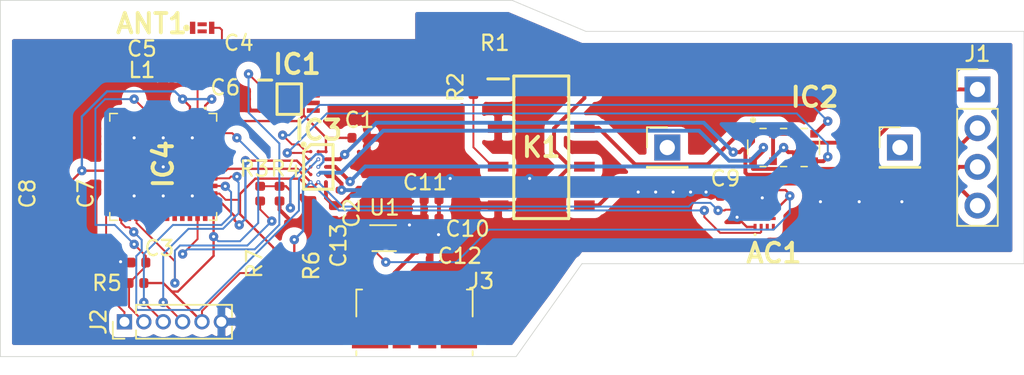
<source format=kicad_pcb>
(kicad_pcb (version 20171130) (host pcbnew "(5.1.4)-1")

  (general
    (thickness 1.6)
    (drawings 11)
    (tracks 432)
    (zones 0)
    (modules 34)
    (nets 75)
  )

  (page A4)
  (title_block
    (title "Data Recorder - Bottom - Reflective Unit")
    (rev 0.1)
    (comment 4 "Designed By: M Shifat Hossain")
  )

  (layers
    (0 F.Cu signal)
    (31 B.Cu signal)
    (32 B.Adhes user)
    (33 F.Adhes user)
    (34 B.Paste user)
    (35 F.Paste user)
    (36 B.SilkS user)
    (37 F.SilkS user)
    (38 B.Mask user)
    (39 F.Mask user)
    (40 Dwgs.User user)
    (41 Cmts.User user)
    (42 Eco1.User user hide)
    (43 Eco2.User user)
    (44 Edge.Cuts user)
    (45 Margin user)
    (46 B.CrtYd user)
    (47 F.CrtYd user)
    (48 B.Fab user)
    (49 F.Fab user hide)
  )

  (setup
    (last_trace_width 0.1524)
    (user_trace_width 0.1524)
    (user_trace_width 0.254)
    (user_trace_width 0.3048)
    (trace_clearance 0.127)
    (zone_clearance 0.508)
    (zone_45_only no)
    (trace_min 0.1016)
    (via_size 0.6096)
    (via_drill 0.2032)
    (via_min_size 0.254)
    (via_min_drill 0.127)
    (user_via 0.254 0.127)
    (user_via 0.4572 0.2032)
    (uvia_size 0.6096)
    (uvia_drill 0.2032)
    (uvias_allowed no)
    (uvia_min_size 0.3556)
    (uvia_min_drill 0.1778)
    (edge_width 0.05)
    (segment_width 0.2)
    (pcb_text_width 0.3)
    (pcb_text_size 1.5 1.5)
    (mod_edge_width 0.12)
    (mod_text_size 1 1)
    (mod_text_width 0.15)
    (pad_size 1.524 1.524)
    (pad_drill 0.762)
    (pad_to_mask_clearance 0.0508)
    (aux_axis_origin 0 0)
    (visible_elements 7FFFFFFF)
    (pcbplotparams
      (layerselection 0x010fc_ffffffff)
      (usegerberextensions false)
      (usegerberattributes false)
      (usegerberadvancedattributes false)
      (creategerberjobfile false)
      (excludeedgelayer true)
      (linewidth 0.100000)
      (plotframeref false)
      (viasonmask false)
      (mode 1)
      (useauxorigin false)
      (hpglpennumber 1)
      (hpglpenspeed 20)
      (hpglpendiameter 15.000000)
      (psnegative false)
      (psa4output false)
      (plotreference true)
      (plotvalue true)
      (plotinvisibletext false)
      (padsonsilk false)
      (subtractmaskfromsilk false)
      (outputformat 1)
      (mirror false)
      (drillshape 1)
      (scaleselection 1)
      (outputdirectory ""))
  )

  (net 0 "")
  (net 1 SCL)
  (net 2 3.3VMCU)
  (net 3 GND)
  (net 4 "Net-(AC1-Pad5)")
  (net 5 "Net-(AC1-Pad4)")
  (net 6 "Net-(AC1-Pad3)")
  (net 7 SDA)
  (net 8 "Net-(ANT1-Pad4)")
  (net 9 "Net-(ANT1-Pad3)")
  (net 10 "Net-(ANT1-Pad2)")
  (net 11 "Net-(ANT1-Pad1)")
  (net 12 +5V)
  (net 13 RST)
  (net 14 "Net-(C4-Pad1)")
  (net 15 LNA)
  (net 16 USBVDD)
  (net 17 INV_MODE)
  (net 18 "Net-(IC1-Pad6)")
  (net 19 "Net-(IC1-Pad5)")
  (net 20 "Net-(IC1-Pad3)")
  (net 21 MODE)
  (net 22 LED_IR)
  (net 23 R_LED_AN)
  (net 24 LED_R)
  (net 25 "Net-(IC2-Pad5)")
  (net 26 "Net-(IC2-Pad4)")
  (net 27 LED_G)
  (net 28 MCU_RESETZ)
  (net 29 "Net-(IC3-PadC2)")
  (net 30 "Net-(IC3-PadC1)")
  (net 31 MCU_ADC_RDY)
  (net 32 "Net-(IC4-Pad48)")
  (net 33 "Net-(IC4-Pad47)")
  (net 34 "Net-(IC4-Pad45)")
  (net 35 "Net-(IC4-Pad44)")
  (net 36 "Net-(IC4-Pad36)")
  (net 37 "Net-(IC4-Pad34)")
  (net 38 "Net-(IC4-Pad33)")
  (net 39 "Net-(IC4-Pad32)")
  (net 40 "Net-(IC4-Pad31)")
  (net 41 "Net-(IC4-Pad30)")
  (net 42 "Net-(IC4-Pad29)")
  (net 43 "Net-(IC4-Pad28)")
  (net 44 MCU_CLK)
  (net 45 "Net-(IC4-Pad26)")
  (net 46 "Net-(IC4-Pad24)")
  (net 47 IO0)
  (net 48 "Net-(IC4-Pad22)")
  (net 49 "Net-(IC4-Pad21)")
  (net 50 "Net-(IC4-Pad20)")
  (net 51 "Net-(IC4-Pad18)")
  (net 52 "Net-(IC4-Pad17)")
  (net 53 "Net-(IC4-Pad16)")
  (net 54 "Net-(IC4-Pad15)")
  (net 55 "Net-(IC4-Pad14)")
  (net 56 "Net-(IC4-Pad13)")
  (net 57 "Net-(IC4-Pad12)")
  (net 58 "Net-(IC4-Pad11)")
  (net 59 "Net-(IC4-Pad10)")
  (net 60 "Net-(IC4-Pad8)")
  (net 61 "Net-(IC4-Pad7)")
  (net 62 "Net-(IC4-Pad6)")
  (net 63 "Net-(IC4-Pad5)")
  (net 64 T_LED_AN)
  (net 65 TX)
  (net 66 RX)
  (net 67 "Net-(J3-Pad6)")
  (net 68 "Net-(J3-Pad4)")
  (net 69 "Net-(J3-Pad3)")
  (net 70 "Net-(J3-Pad2)")
  (net 71 "Net-(K1-Pad3)")
  (net 72 "Net-(K1-Pad1)")
  (net 73 "Net-(U1-Pad5)")
  (net 74 "Net-(U1-Pad4)")

  (net_class Default "This is the default net class."
    (clearance 0.127)
    (trace_width 0.127)
    (via_dia 0.6096)
    (via_drill 0.2032)
    (uvia_dia 0.6096)
    (uvia_drill 0.2032)
    (add_net +5V)
    (add_net 3.3VMCU)
    (add_net GND)
    (add_net INV_MODE)
    (add_net IO0)
    (add_net LED_G)
    (add_net LED_IR)
    (add_net LED_R)
    (add_net LNA)
    (add_net MCU_ADC_RDY)
    (add_net MCU_CLK)
    (add_net MCU_RESETZ)
    (add_net MODE)
    (add_net "Net-(AC1-Pad3)")
    (add_net "Net-(AC1-Pad4)")
    (add_net "Net-(AC1-Pad5)")
    (add_net "Net-(ANT1-Pad1)")
    (add_net "Net-(ANT1-Pad2)")
    (add_net "Net-(ANT1-Pad3)")
    (add_net "Net-(ANT1-Pad4)")
    (add_net "Net-(C4-Pad1)")
    (add_net "Net-(IC1-Pad3)")
    (add_net "Net-(IC1-Pad5)")
    (add_net "Net-(IC1-Pad6)")
    (add_net "Net-(IC2-Pad4)")
    (add_net "Net-(IC2-Pad5)")
    (add_net "Net-(IC3-PadC1)")
    (add_net "Net-(IC3-PadC2)")
    (add_net "Net-(IC4-Pad10)")
    (add_net "Net-(IC4-Pad11)")
    (add_net "Net-(IC4-Pad12)")
    (add_net "Net-(IC4-Pad13)")
    (add_net "Net-(IC4-Pad14)")
    (add_net "Net-(IC4-Pad15)")
    (add_net "Net-(IC4-Pad16)")
    (add_net "Net-(IC4-Pad17)")
    (add_net "Net-(IC4-Pad18)")
    (add_net "Net-(IC4-Pad20)")
    (add_net "Net-(IC4-Pad21)")
    (add_net "Net-(IC4-Pad22)")
    (add_net "Net-(IC4-Pad24)")
    (add_net "Net-(IC4-Pad26)")
    (add_net "Net-(IC4-Pad28)")
    (add_net "Net-(IC4-Pad29)")
    (add_net "Net-(IC4-Pad30)")
    (add_net "Net-(IC4-Pad31)")
    (add_net "Net-(IC4-Pad32)")
    (add_net "Net-(IC4-Pad33)")
    (add_net "Net-(IC4-Pad34)")
    (add_net "Net-(IC4-Pad36)")
    (add_net "Net-(IC4-Pad44)")
    (add_net "Net-(IC4-Pad45)")
    (add_net "Net-(IC4-Pad47)")
    (add_net "Net-(IC4-Pad48)")
    (add_net "Net-(IC4-Pad5)")
    (add_net "Net-(IC4-Pad6)")
    (add_net "Net-(IC4-Pad7)")
    (add_net "Net-(IC4-Pad8)")
    (add_net "Net-(J3-Pad2)")
    (add_net "Net-(J3-Pad3)")
    (add_net "Net-(J3-Pad4)")
    (add_net "Net-(J3-Pad6)")
    (add_net "Net-(K1-Pad1)")
    (add_net "Net-(K1-Pad3)")
    (add_net "Net-(U1-Pad4)")
    (add_net "Net-(U1-Pad5)")
    (add_net RST)
    (add_net RX)
    (add_net R_LED_AN)
    (add_net SCL)
    (add_net SDA)
    (add_net TX)
    (add_net T_LED_AN)
    (add_net USBVDD)
  )

  (module Connector_PinHeader_2.54mm:PinHeader_1x01_P2.54mm_Vertical (layer F.Cu) (tedit 59FED5CC) (tstamp 5EB58D46)
    (at 163.83 104.14)
    (descr "Through hole straight pin header, 1x01, 2.54mm pitch, single row")
    (tags "Through hole pin header THT 1x01 2.54mm single row")
    (fp_text reference REF** (at 0 -2.33) (layer F.SilkS) hide
      (effects (font (size 1 1) (thickness 0.15)))
    )
    (fp_text value PinHeader_1x01_P2.54mm_Vertical (at 0 2.33) (layer F.Fab)
      (effects (font (size 1 1) (thickness 0.15)))
    )
    (fp_text user %R (at 0 0 90) (layer F.Fab)
      (effects (font (size 1 1) (thickness 0.15)))
    )
    (fp_line (start 1.8 -1.8) (end -1.8 -1.8) (layer F.CrtYd) (width 0.05))
    (fp_line (start 1.8 1.8) (end 1.8 -1.8) (layer F.CrtYd) (width 0.05))
    (fp_line (start -1.8 1.8) (end 1.8 1.8) (layer F.CrtYd) (width 0.05))
    (fp_line (start -1.8 -1.8) (end -1.8 1.8) (layer F.CrtYd) (width 0.05))
    (fp_line (start -1.33 -1.33) (end 0 -1.33) (layer F.SilkS) (width 0.12))
    (fp_line (start -1.33 0) (end -1.33 -1.33) (layer F.SilkS) (width 0.12))
    (fp_line (start -1.33 1.27) (end 1.33 1.27) (layer F.SilkS) (width 0.12))
    (fp_line (start 1.33 1.27) (end 1.33 1.33) (layer F.SilkS) (width 0.12))
    (fp_line (start -1.33 1.27) (end -1.33 1.33) (layer F.SilkS) (width 0.12))
    (fp_line (start -1.33 1.33) (end 1.33 1.33) (layer F.SilkS) (width 0.12))
    (fp_line (start -1.27 -0.635) (end -0.635 -1.27) (layer F.Fab) (width 0.1))
    (fp_line (start -1.27 1.27) (end -1.27 -0.635) (layer F.Fab) (width 0.1))
    (fp_line (start 1.27 1.27) (end -1.27 1.27) (layer F.Fab) (width 0.1))
    (fp_line (start 1.27 -1.27) (end 1.27 1.27) (layer F.Fab) (width 0.1))
    (fp_line (start -0.635 -1.27) (end 1.27 -1.27) (layer F.Fab) (width 0.1))
    (pad 1 thru_hole rect (at 0 0) (size 1.7 1.7) (drill 1) (layers *.Cu *.Mask))
    (model ${KISYS3DMOD}/Connector_PinHeader_2.54mm.3dshapes/PinHeader_1x01_P2.54mm_Vertical.wrl
      (at (xyz 0 0 0))
      (scale (xyz 1 1 1))
      (rotate (xyz 0 0 0))
    )
  )

  (module Connector_PinHeader_2.54mm:PinHeader_1x01_P2.54mm_Vertical (layer F.Cu) (tedit 59FED5CC) (tstamp 5EB58CF5)
    (at 148.59 104.14)
    (descr "Through hole straight pin header, 1x01, 2.54mm pitch, single row")
    (tags "Through hole pin header THT 1x01 2.54mm single row")
    (fp_text reference REF** (at 0 -2.33) (layer F.SilkS) hide
      (effects (font (size 1 1) (thickness 0.15)))
    )
    (fp_text value PinHeader_1x01_P2.54mm_Vertical (at 0 2.33) (layer F.Fab)
      (effects (font (size 1 1) (thickness 0.15)))
    )
    (fp_text user %R (at 0 0 90) (layer F.Fab)
      (effects (font (size 1 1) (thickness 0.15)))
    )
    (fp_line (start 1.8 -1.8) (end -1.8 -1.8) (layer F.CrtYd) (width 0.05))
    (fp_line (start 1.8 1.8) (end 1.8 -1.8) (layer F.CrtYd) (width 0.05))
    (fp_line (start -1.8 1.8) (end 1.8 1.8) (layer F.CrtYd) (width 0.05))
    (fp_line (start -1.8 -1.8) (end -1.8 1.8) (layer F.CrtYd) (width 0.05))
    (fp_line (start -1.33 -1.33) (end 0 -1.33) (layer F.SilkS) (width 0.12))
    (fp_line (start -1.33 0) (end -1.33 -1.33) (layer F.SilkS) (width 0.12))
    (fp_line (start -1.33 1.27) (end 1.33 1.27) (layer F.SilkS) (width 0.12))
    (fp_line (start 1.33 1.27) (end 1.33 1.33) (layer F.SilkS) (width 0.12))
    (fp_line (start -1.33 1.27) (end -1.33 1.33) (layer F.SilkS) (width 0.12))
    (fp_line (start -1.33 1.33) (end 1.33 1.33) (layer F.SilkS) (width 0.12))
    (fp_line (start -1.27 -0.635) (end -0.635 -1.27) (layer F.Fab) (width 0.1))
    (fp_line (start -1.27 1.27) (end -1.27 -0.635) (layer F.Fab) (width 0.1))
    (fp_line (start 1.27 1.27) (end -1.27 1.27) (layer F.Fab) (width 0.1))
    (fp_line (start 1.27 -1.27) (end 1.27 1.27) (layer F.Fab) (width 0.1))
    (fp_line (start -0.635 -1.27) (end 1.27 -1.27) (layer F.Fab) (width 0.1))
    (pad 1 thru_hole rect (at 0 0) (size 1.7 1.7) (drill 1) (layers *.Cu *.Mask))
    (model ${KISYS3DMOD}/Connector_PinHeader_2.54mm.3dshapes/PinHeader_1x01_P2.54mm_Vertical.wrl
      (at (xyz 0 0 0))
      (scale (xyz 1 1 1))
      (rotate (xyz 0 0 0))
    )
  )

  (module Package_SON:WSON-6_1.5x1.5mm_P0.5mm (layer F.Cu) (tedit 5A02F1D8) (tstamp 5EB58716)
    (at 130.0642 110.0836)
    (descr "WSON6, http://www.ti.com/lit/ds/symlink/tlv702.pdf")
    (tags WSON6_1.5x1.5mm_P0.5mm)
    (path /5EB3FA09/5EB4B470)
    (attr smd)
    (fp_text reference U1 (at 0 -2) (layer F.SilkS)
      (effects (font (size 1 1) (thickness 0.15)))
    )
    (fp_text value TLV70233_WSON6 (at -1.16 1.905) (layer F.Fab)
      (effects (font (size 1 1) (thickness 0.15)))
    )
    (fp_text user %R (at -0.06 0) (layer F.Fab)
      (effects (font (size 0.4 0.4) (thickness 0.05)))
    )
    (fp_line (start -0.945 -0.85) (end 0.755 -0.85) (layer F.SilkS) (width 0.12))
    (fp_line (start -0.795 0.85) (end 0.755 0.85) (layer F.SilkS) (width 0.12))
    (fp_line (start -0.495 -0.78) (end -0.775 -0.5) (layer F.Fab) (width 0.1))
    (fp_line (start 0.785 -0.78) (end -0.495 -0.78) (layer F.Fab) (width 0.1))
    (fp_line (start -0.775 -0.5) (end -0.775 0.78) (layer F.Fab) (width 0.1))
    (fp_line (start -0.775 0.78) (end 0.785 0.78) (layer F.Fab) (width 0.1))
    (fp_line (start 0.785 -0.78) (end 0.785 0.78) (layer F.Fab) (width 0.1))
    (fp_line (start 1.2 -1.02) (end 1.2 1.02) (layer F.CrtYd) (width 0.05))
    (fp_line (start 1.2 -1.02) (end -1.2 -1.02) (layer F.CrtYd) (width 0.05))
    (fp_line (start -1.2 1.02) (end 1.2 1.02) (layer F.CrtYd) (width 0.05))
    (fp_line (start -1.2 1.02) (end -1.2 -1.02) (layer F.CrtYd) (width 0.05))
    (pad 1 smd rect (at -0.525 -0.5 270) (size 0.28 0.85) (layers F.Cu F.Paste F.Mask)
      (net 16 USBVDD))
    (pad 2 smd rect (at -0.575 0 270) (size 0.28 0.75) (layers F.Cu F.Paste F.Mask)
      (net 3 GND))
    (pad 3 smd rect (at -0.575 0.5 270) (size 0.28 0.75) (layers F.Cu F.Paste F.Mask)
      (net 2 3.3VMCU))
    (pad 4 smd rect (at 0.575 0.5 270) (size 0.28 0.75) (layers F.Cu F.Paste F.Mask)
      (net 74 "Net-(U1-Pad4)"))
    (pad 5 smd rect (at 0.575 0 270) (size 0.28 0.75) (layers F.Cu F.Paste F.Mask)
      (net 73 "Net-(U1-Pad5)"))
    (pad 6 smd rect (at 0.575 -0.5 270) (size 0.28 0.75) (layers F.Cu F.Paste F.Mask)
      (net 16 USBVDD))
    (model ${KISYS3DMOD}/Package_SON.3dshapes/WSON-6_1.5x1.5mm_P0.5mm.wrl
      (at (xyz 0 0 0))
      (scale (xyz 1 1 1))
      (rotate (xyz 0 0 0))
    )
  )

  (module Resistor_SMD:R_0402_1005Metric (layer F.Cu) (tedit 5B301BBD) (tstamp 5EB5791D)
    (at 122.7836 111.8894 270)
    (descr "Resistor SMD 0402 (1005 Metric), square (rectangular) end terminal, IPC_7351 nominal, (Body size source: http://www.tortai-tech.com/upload/download/2011102023233369053.pdf), generated with kicad-footprint-generator")
    (tags resistor)
    (path /5EB2D545/5EB6265E)
    (attr smd)
    (fp_text reference R7 (at -0.1294 1.2446 90) (layer F.SilkS)
      (effects (font (size 1 1) (thickness 0.15)))
    )
    (fp_text value 4.7k (at 0 1.17 90) (layer F.Fab)
      (effects (font (size 1 1) (thickness 0.15)))
    )
    (fp_line (start -0.5 0.25) (end -0.5 -0.25) (layer F.Fab) (width 0.1))
    (fp_line (start -0.5 -0.25) (end 0.5 -0.25) (layer F.Fab) (width 0.1))
    (fp_line (start 0.5 -0.25) (end 0.5 0.25) (layer F.Fab) (width 0.1))
    (fp_line (start 0.5 0.25) (end -0.5 0.25) (layer F.Fab) (width 0.1))
    (fp_line (start -0.93 0.47) (end -0.93 -0.47) (layer F.CrtYd) (width 0.05))
    (fp_line (start -0.93 -0.47) (end 0.93 -0.47) (layer F.CrtYd) (width 0.05))
    (fp_line (start 0.93 -0.47) (end 0.93 0.47) (layer F.CrtYd) (width 0.05))
    (fp_line (start 0.93 0.47) (end -0.93 0.47) (layer F.CrtYd) (width 0.05))
    (fp_text user %R (at 0 0 90) (layer F.Fab)
      (effects (font (size 0.25 0.25) (thickness 0.04)))
    )
    (pad 1 smd roundrect (at -0.485 0 270) (size 0.59 0.64) (layers F.Cu F.Paste F.Mask) (roundrect_rratio 0.25)
      (net 1 SCL))
    (pad 2 smd roundrect (at 0.485 0 270) (size 0.59 0.64) (layers F.Cu F.Paste F.Mask) (roundrect_rratio 0.25)
      (net 2 3.3VMCU))
    (model ${KISYS3DMOD}/Resistor_SMD.3dshapes/R_0402_1005Metric.wrl
      (at (xyz 0 0 0))
      (scale (xyz 1 1 1))
      (rotate (xyz 0 0 0))
    )
  )

  (module Resistor_SMD:R_0402_1005Metric (layer F.Cu) (tedit 5B301BBD) (tstamp 5EB579E5)
    (at 124.1044 111.8894 270)
    (descr "Resistor SMD 0402 (1005 Metric), square (rectangular) end terminal, IPC_7351 nominal, (Body size source: http://www.tortai-tech.com/upload/download/2011102023233369053.pdf), generated with kicad-footprint-generator")
    (tags resistor)
    (path /5EB2D545/5EB62002)
    (attr smd)
    (fp_text reference R6 (at 0 -1.17 90) (layer F.SilkS)
      (effects (font (size 1 1) (thickness 0.15)))
    )
    (fp_text value 4.7k (at 0 1.17 90) (layer F.Fab)
      (effects (font (size 1 1) (thickness 0.15)))
    )
    (fp_line (start -0.5 0.25) (end -0.5 -0.25) (layer F.Fab) (width 0.1))
    (fp_line (start -0.5 -0.25) (end 0.5 -0.25) (layer F.Fab) (width 0.1))
    (fp_line (start 0.5 -0.25) (end 0.5 0.25) (layer F.Fab) (width 0.1))
    (fp_line (start 0.5 0.25) (end -0.5 0.25) (layer F.Fab) (width 0.1))
    (fp_line (start -0.93 0.47) (end -0.93 -0.47) (layer F.CrtYd) (width 0.05))
    (fp_line (start -0.93 -0.47) (end 0.93 -0.47) (layer F.CrtYd) (width 0.05))
    (fp_line (start 0.93 -0.47) (end 0.93 0.47) (layer F.CrtYd) (width 0.05))
    (fp_line (start 0.93 0.47) (end -0.93 0.47) (layer F.CrtYd) (width 0.05))
    (fp_text user %R (at 0 0 90) (layer F.Fab)
      (effects (font (size 0.25 0.25) (thickness 0.04)))
    )
    (pad 1 smd roundrect (at -0.485 0 270) (size 0.59 0.64) (layers F.Cu F.Paste F.Mask) (roundrect_rratio 0.25)
      (net 7 SDA))
    (pad 2 smd roundrect (at 0.485 0 270) (size 0.59 0.64) (layers F.Cu F.Paste F.Mask) (roundrect_rratio 0.25)
      (net 2 3.3VMCU))
    (model ${KISYS3DMOD}/Resistor_SMD.3dshapes/R_0402_1005Metric.wrl
      (at (xyz 0 0 0))
      (scale (xyz 1 1 1))
      (rotate (xyz 0 0 0))
    )
  )

  (module Resistor_SMD:R_0402_1005Metric (layer F.Cu) (tedit 5B301BBD) (tstamp 5EB51592)
    (at 113.815 113.03 180)
    (descr "Resistor SMD 0402 (1005 Metric), square (rectangular) end terminal, IPC_7351 nominal, (Body size source: http://www.tortai-tech.com/upload/download/2011102023233369053.pdf), generated with kicad-footprint-generator")
    (tags resistor)
    (path /5EB2D545/5EB3BB00)
    (attr smd)
    (fp_text reference R5 (at 1.928 0) (layer F.SilkS)
      (effects (font (size 1 1) (thickness 0.15)))
    )
    (fp_text value 10K (at 0 1.17) (layer F.Fab)
      (effects (font (size 1 1) (thickness 0.15)))
    )
    (fp_line (start -0.5 0.25) (end -0.5 -0.25) (layer F.Fab) (width 0.1))
    (fp_line (start -0.5 -0.25) (end 0.5 -0.25) (layer F.Fab) (width 0.1))
    (fp_line (start 0.5 -0.25) (end 0.5 0.25) (layer F.Fab) (width 0.1))
    (fp_line (start 0.5 0.25) (end -0.5 0.25) (layer F.Fab) (width 0.1))
    (fp_line (start -0.93 0.47) (end -0.93 -0.47) (layer F.CrtYd) (width 0.05))
    (fp_line (start -0.93 -0.47) (end 0.93 -0.47) (layer F.CrtYd) (width 0.05))
    (fp_line (start 0.93 -0.47) (end 0.93 0.47) (layer F.CrtYd) (width 0.05))
    (fp_line (start 0.93 0.47) (end -0.93 0.47) (layer F.CrtYd) (width 0.05))
    (fp_text user %R (at 0 0) (layer F.Fab)
      (effects (font (size 0.25 0.25) (thickness 0.04)))
    )
    (pad 1 smd roundrect (at -0.485 0 180) (size 0.59 0.64) (layers F.Cu F.Paste F.Mask) (roundrect_rratio 0.25)
      (net 2 3.3VMCU))
    (pad 2 smd roundrect (at 0.485 0 180) (size 0.59 0.64) (layers F.Cu F.Paste F.Mask) (roundrect_rratio 0.25)
      (net 13 RST))
    (model ${KISYS3DMOD}/Resistor_SMD.3dshapes/R_0402_1005Metric.wrl
      (at (xyz 0 0 0))
      (scale (xyz 1 1 1))
      (rotate (xyz 0 0 0))
    )
  )

  (module Resistor_SMD:R_0402_1005Metric (layer F.Cu) (tedit 5B301BBD) (tstamp 5EB51583)
    (at 123.19 107.165 90)
    (descr "Resistor SMD 0402 (1005 Metric), square (rectangular) end terminal, IPC_7351 nominal, (Body size source: http://www.tortai-tech.com/upload/download/2011102023233369053.pdf), generated with kicad-footprint-generator")
    (tags resistor)
    (path /5EBB22C9)
    (attr smd)
    (fp_text reference R4 (at 1.628 0.381 180) (layer F.SilkS)
      (effects (font (size 1 1) (thickness 0.15)))
    )
    (fp_text value 499k (at 0 1.17 90) (layer F.Fab)
      (effects (font (size 1 1) (thickness 0.15)))
    )
    (fp_line (start -0.5 0.25) (end -0.5 -0.25) (layer F.Fab) (width 0.1))
    (fp_line (start -0.5 -0.25) (end 0.5 -0.25) (layer F.Fab) (width 0.1))
    (fp_line (start 0.5 -0.25) (end 0.5 0.25) (layer F.Fab) (width 0.1))
    (fp_line (start 0.5 0.25) (end -0.5 0.25) (layer F.Fab) (width 0.1))
    (fp_line (start -0.93 0.47) (end -0.93 -0.47) (layer F.CrtYd) (width 0.05))
    (fp_line (start -0.93 -0.47) (end 0.93 -0.47) (layer F.CrtYd) (width 0.05))
    (fp_line (start 0.93 -0.47) (end 0.93 0.47) (layer F.CrtYd) (width 0.05))
    (fp_line (start 0.93 0.47) (end -0.93 0.47) (layer F.CrtYd) (width 0.05))
    (fp_text user %R (at 0 0 90) (layer F.Fab)
      (effects (font (size 0.25 0.25) (thickness 0.04)))
    )
    (pad 1 smd roundrect (at -0.485 0 90) (size 0.59 0.64) (layers F.Cu F.Paste F.Mask) (roundrect_rratio 0.25)
      (net 3 GND))
    (pad 2 smd roundrect (at 0.485 0 90) (size 0.59 0.64) (layers F.Cu F.Paste F.Mask) (roundrect_rratio 0.25)
      (net 29 "Net-(IC3-PadC2)"))
    (model ${KISYS3DMOD}/Resistor_SMD.3dshapes/R_0402_1005Metric.wrl
      (at (xyz 0 0 0))
      (scale (xyz 1 1 1))
      (rotate (xyz 0 0 0))
    )
  )

  (module Resistor_SMD:R_0402_1005Metric (layer F.Cu) (tedit 5B301BBD) (tstamp 5EB51574)
    (at 121.92 107.165 270)
    (descr "Resistor SMD 0402 (1005 Metric), square (rectangular) end terminal, IPC_7351 nominal, (Body size source: http://www.tortai-tech.com/upload/download/2011102023233369053.pdf), generated with kicad-footprint-generator")
    (tags resistor)
    (path /5EBB1C83)
    (attr smd)
    (fp_text reference R3 (at -1.628 0.381 180) (layer F.SilkS)
      (effects (font (size 1 1) (thickness 0.15)))
    )
    (fp_text value 499k (at 0 1.17 90) (layer F.Fab)
      (effects (font (size 1 1) (thickness 0.15)))
    )
    (fp_line (start -0.5 0.25) (end -0.5 -0.25) (layer F.Fab) (width 0.1))
    (fp_line (start -0.5 -0.25) (end 0.5 -0.25) (layer F.Fab) (width 0.1))
    (fp_line (start 0.5 -0.25) (end 0.5 0.25) (layer F.Fab) (width 0.1))
    (fp_line (start 0.5 0.25) (end -0.5 0.25) (layer F.Fab) (width 0.1))
    (fp_line (start -0.93 0.47) (end -0.93 -0.47) (layer F.CrtYd) (width 0.05))
    (fp_line (start -0.93 -0.47) (end 0.93 -0.47) (layer F.CrtYd) (width 0.05))
    (fp_line (start 0.93 -0.47) (end 0.93 0.47) (layer F.CrtYd) (width 0.05))
    (fp_line (start 0.93 0.47) (end -0.93 0.47) (layer F.CrtYd) (width 0.05))
    (fp_text user %R (at 0 0 90) (layer F.Fab)
      (effects (font (size 0.25 0.25) (thickness 0.04)))
    )
    (pad 1 smd roundrect (at -0.485 0 270) (size 0.59 0.64) (layers F.Cu F.Paste F.Mask) (roundrect_rratio 0.25)
      (net 29 "Net-(IC3-PadC2)"))
    (pad 2 smd roundrect (at 0.485 0 270) (size 0.59 0.64) (layers F.Cu F.Paste F.Mask) (roundrect_rratio 0.25)
      (net 44 MCU_CLK))
    (model ${KISYS3DMOD}/Resistor_SMD.3dshapes/R_0402_1005Metric.wrl
      (at (xyz 0 0 0))
      (scale (xyz 1 1 1))
      (rotate (xyz 0 0 0))
    )
  )

  (module Resistor_SMD:R_0402_1005Metric (layer F.Cu) (tedit 5B301BBD) (tstamp 5EB51565)
    (at 135.89 100.18 90)
    (descr "Resistor SMD 0402 (1005 Metric), square (rectangular) end terminal, IPC_7351 nominal, (Body size source: http://www.tortai-tech.com/upload/download/2011102023233369053.pdf), generated with kicad-footprint-generator")
    (tags resistor)
    (path /5EB73199)
    (attr smd)
    (fp_text reference R2 (at 0 -1.17 90) (layer F.SilkS)
      (effects (font (size 1 1) (thickness 0.15)))
    )
    (fp_text value 412 (at 0 1.17 90) (layer F.Fab)
      (effects (font (size 1 1) (thickness 0.15)))
    )
    (fp_line (start -0.5 0.25) (end -0.5 -0.25) (layer F.Fab) (width 0.1))
    (fp_line (start -0.5 -0.25) (end 0.5 -0.25) (layer F.Fab) (width 0.1))
    (fp_line (start 0.5 -0.25) (end 0.5 0.25) (layer F.Fab) (width 0.1))
    (fp_line (start 0.5 0.25) (end -0.5 0.25) (layer F.Fab) (width 0.1))
    (fp_line (start -0.93 0.47) (end -0.93 -0.47) (layer F.CrtYd) (width 0.05))
    (fp_line (start -0.93 -0.47) (end 0.93 -0.47) (layer F.CrtYd) (width 0.05))
    (fp_line (start 0.93 -0.47) (end 0.93 0.47) (layer F.CrtYd) (width 0.05))
    (fp_line (start 0.93 0.47) (end -0.93 0.47) (layer F.CrtYd) (width 0.05))
    (fp_text user %R (at 0 0 90) (layer F.Fab)
      (effects (font (size 0.25 0.25) (thickness 0.04)))
    )
    (pad 1 smd roundrect (at -0.485 0 90) (size 0.59 0.64) (layers F.Cu F.Paste F.Mask) (roundrect_rratio 0.25)
      (net 71 "Net-(K1-Pad3)"))
    (pad 2 smd roundrect (at 0.485 0 90) (size 0.59 0.64) (layers F.Cu F.Paste F.Mask) (roundrect_rratio 0.25)
      (net 17 INV_MODE))
    (model ${KISYS3DMOD}/Resistor_SMD.3dshapes/R_0402_1005Metric.wrl
      (at (xyz 0 0 0))
      (scale (xyz 1 1 1))
      (rotate (xyz 0 0 0))
    )
  )

  (module Resistor_SMD:R_0402_1005Metric (layer F.Cu) (tedit 5B301BBD) (tstamp 5EB97DA6)
    (at 137.16 98.425 180)
    (descr "Resistor SMD 0402 (1005 Metric), square (rectangular) end terminal, IPC_7351 nominal, (Body size source: http://www.tortai-tech.com/upload/download/2011102023233369053.pdf), generated with kicad-footprint-generator")
    (tags resistor)
    (path /5EB72D58)
    (attr smd)
    (fp_text reference R1 (at -0.127 1.143) (layer F.SilkS)
      (effects (font (size 1 1) (thickness 0.15)))
    )
    (fp_text value 412 (at 0 1.17) (layer F.Fab)
      (effects (font (size 1 1) (thickness 0.15)))
    )
    (fp_line (start -0.5 0.25) (end -0.5 -0.25) (layer F.Fab) (width 0.1))
    (fp_line (start -0.5 -0.25) (end 0.5 -0.25) (layer F.Fab) (width 0.1))
    (fp_line (start 0.5 -0.25) (end 0.5 0.25) (layer F.Fab) (width 0.1))
    (fp_line (start 0.5 0.25) (end -0.5 0.25) (layer F.Fab) (width 0.1))
    (fp_line (start -0.93 0.47) (end -0.93 -0.47) (layer F.CrtYd) (width 0.05))
    (fp_line (start -0.93 -0.47) (end 0.93 -0.47) (layer F.CrtYd) (width 0.05))
    (fp_line (start 0.93 -0.47) (end 0.93 0.47) (layer F.CrtYd) (width 0.05))
    (fp_line (start 0.93 0.47) (end -0.93 0.47) (layer F.CrtYd) (width 0.05))
    (fp_text user %R (at 0 0) (layer F.Fab)
      (effects (font (size 0.25 0.25) (thickness 0.04)))
    )
    (pad 1 smd roundrect (at -0.485 0 180) (size 0.59 0.64) (layers F.Cu F.Paste F.Mask) (roundrect_rratio 0.25)
      (net 72 "Net-(K1-Pad1)"))
    (pad 2 smd roundrect (at 0.485 0 180) (size 0.59 0.64) (layers F.Cu F.Paste F.Mask) (roundrect_rratio 0.25)
      (net 21 MODE))
    (model ${KISYS3DMOD}/Resistor_SMD.3dshapes/R_0402_1005Metric.wrl
      (at (xyz 0 0 0))
      (scale (xyz 1 1 1))
      (rotate (xyz 0 0 0))
    )
  )

  (module Inductor_SMD:L_0402_1005Metric (layer F.Cu) (tedit 5B301BBE) (tstamp 5EB51547)
    (at 116.055 99.06 180)
    (descr "Inductor SMD 0402 (1005 Metric), square (rectangular) end terminal, IPC_7351 nominal, (Body size source: http://www.tortai-tech.com/upload/download/2011102023233369053.pdf), generated with kicad-footprint-generator")
    (tags inductor)
    (path /5EB2D545/5EB30B9E)
    (attr smd)
    (fp_text reference L1 (at 1.882 0) (layer F.SilkS)
      (effects (font (size 1 1) (thickness 0.15)))
    )
    (fp_text value 1.6nH (at 0 1.17) (layer F.Fab)
      (effects (font (size 1 1) (thickness 0.15)))
    )
    (fp_line (start -0.5 0.25) (end -0.5 -0.25) (layer F.Fab) (width 0.1))
    (fp_line (start -0.5 -0.25) (end 0.5 -0.25) (layer F.Fab) (width 0.1))
    (fp_line (start 0.5 -0.25) (end 0.5 0.25) (layer F.Fab) (width 0.1))
    (fp_line (start 0.5 0.25) (end -0.5 0.25) (layer F.Fab) (width 0.1))
    (fp_line (start -0.93 0.47) (end -0.93 -0.47) (layer F.CrtYd) (width 0.05))
    (fp_line (start -0.93 -0.47) (end 0.93 -0.47) (layer F.CrtYd) (width 0.05))
    (fp_line (start 0.93 -0.47) (end 0.93 0.47) (layer F.CrtYd) (width 0.05))
    (fp_line (start 0.93 0.47) (end -0.93 0.47) (layer F.CrtYd) (width 0.05))
    (fp_text user %R (at 0 0) (layer F.Fab)
      (effects (font (size 0.25 0.25) (thickness 0.04)))
    )
    (pad 1 smd roundrect (at -0.485 0 180) (size 0.59 0.64) (layers F.Cu F.Paste F.Mask) (roundrect_rratio 0.25)
      (net 15 LNA))
    (pad 2 smd roundrect (at 0.485 0 180) (size 0.59 0.64) (layers F.Cu F.Paste F.Mask) (roundrect_rratio 0.25)
      (net 3 GND))
    (model ${KISYS3DMOD}/Inductor_SMD.3dshapes/L_0402_1005Metric.wrl
      (at (xyz 0 0 0))
      (scale (xyz 1 1 1))
      (rotate (xyz 0 0 0))
    )
  )

  (module LIB_CPC2030N:SOP254P610X218-8N (layer F.Cu) (tedit 0) (tstamp 5EB51538)
    (at 140.335 104.125)
    (descr "CPC2030N - 8-Pin SOIC")
    (tags "Relay or Contactor")
    (path /5EA96FE7)
    (attr smd)
    (fp_text reference K1 (at 0 0) (layer F.SilkS)
      (effects (font (size 1.27 1.27) (thickness 0.254)))
    )
    (fp_text value CPC2030N (at 0 0) (layer F.SilkS) hide
      (effects (font (size 1.27 1.27) (thickness 0.254)))
    )
    (fp_text user %R (at 0 0) (layer F.Fab)
      (effects (font (size 1.27 1.27) (thickness 0.254)))
    )
    (fp_line (start -3.75 -5.025) (end 3.75 -5.025) (layer F.CrtYd) (width 0.05))
    (fp_line (start 3.75 -5.025) (end 3.75 5.025) (layer F.CrtYd) (width 0.05))
    (fp_line (start 3.75 5.025) (end -3.75 5.025) (layer F.CrtYd) (width 0.05))
    (fp_line (start -3.75 5.025) (end -3.75 -5.025) (layer F.CrtYd) (width 0.05))
    (fp_line (start -1.905 -4.674) (end 1.905 -4.674) (layer F.Fab) (width 0.1))
    (fp_line (start 1.905 -4.674) (end 1.905 4.674) (layer F.Fab) (width 0.1))
    (fp_line (start 1.905 4.674) (end -1.905 4.674) (layer F.Fab) (width 0.1))
    (fp_line (start -1.905 4.674) (end -1.905 -4.674) (layer F.Fab) (width 0.1))
    (fp_line (start -1.905 -2.134) (end 0.635 -4.674) (layer F.Fab) (width 0.1))
    (fp_line (start -1.8 -4.674) (end 1.8 -4.674) (layer F.SilkS) (width 0.2))
    (fp_line (start 1.8 -4.674) (end 1.8 4.674) (layer F.SilkS) (width 0.2))
    (fp_line (start 1.8 4.674) (end -1.8 4.674) (layer F.SilkS) (width 0.2))
    (fp_line (start -1.8 4.674) (end -1.8 -4.674) (layer F.SilkS) (width 0.2))
    (fp_line (start -3.5 -4.485) (end -2.15 -4.485) (layer F.SilkS) (width 0.2))
    (pad 1 smd rect (at -2.825 -3.81 90) (size 0.65 1.35) (layers F.Cu F.Paste F.Mask)
      (net 72 "Net-(K1-Pad1)"))
    (pad 2 smd rect (at -2.825 -1.27 90) (size 0.65 1.35) (layers F.Cu F.Paste F.Mask)
      (net 3 GND))
    (pad 3 smd rect (at -2.825 1.27 90) (size 0.65 1.35) (layers F.Cu F.Paste F.Mask)
      (net 71 "Net-(K1-Pad3)"))
    (pad 4 smd rect (at -2.825 3.81 90) (size 0.65 1.35) (layers F.Cu F.Paste F.Mask)
      (net 3 GND))
    (pad 5 smd rect (at 2.825 3.81 90) (size 0.65 1.35) (layers F.Cu F.Paste F.Mask)
      (net 64 T_LED_AN))
    (pad 6 smd rect (at 2.825 1.27 90) (size 0.65 1.35) (layers F.Cu F.Paste F.Mask)
      (net 12 +5V))
    (pad 7 smd rect (at 2.825 -1.27 90) (size 0.65 1.35) (layers F.Cu F.Paste F.Mask)
      (net 23 R_LED_AN))
    (pad 8 smd rect (at 2.825 -3.81 90) (size 0.65 1.35) (layers F.Cu F.Paste F.Mask)
      (net 12 +5V))
    (model CPC2030N.stp
      (at (xyz 0 0 0))
      (scale (xyz 1 1 1))
      (rotate (xyz 0 0 0))
    )
  )

  (module Connector_USB:USB_Micro-B_Molex_47346-0001 (layer F.Cu) (tedit 5A1DC0BD) (tstamp 5EB5151D)
    (at 132.0292 115.1636)
    (descr "Micro USB B receptable with flange, bottom-mount, SMD, right-angle (http://www.molex.com/pdm_docs/sd/473460001_sd.pdf)")
    (tags "Micro B USB SMD")
    (path /5EB3FA09/5EB44274)
    (attr smd)
    (fp_text reference J3 (at 4.3688 -2.2606 180) (layer F.SilkS)
      (effects (font (size 1 1) (thickness 0.15)))
    )
    (fp_text value USB_B_Micro (at 0 4.6 180) (layer F.Fab)
      (effects (font (size 1 1) (thickness 0.15)))
    )
    (fp_text user "PCB Edge" (at 0 2.67 180) (layer Dwgs.User)
      (effects (font (size 0.4 0.4) (thickness 0.04)))
    )
    (fp_text user %R (at 0 1.2) (layer F.Fab)
      (effects (font (size 1 1) (thickness 0.15)))
    )
    (fp_line (start 3.81 -1.71) (end 3.43 -1.71) (layer F.SilkS) (width 0.12))
    (fp_line (start 4.6 3.9) (end -4.6 3.9) (layer F.CrtYd) (width 0.05))
    (fp_line (start 4.6 -2.7) (end 4.6 3.9) (layer F.CrtYd) (width 0.05))
    (fp_line (start -4.6 -2.7) (end 4.6 -2.7) (layer F.CrtYd) (width 0.05))
    (fp_line (start -4.6 3.9) (end -4.6 -2.7) (layer F.CrtYd) (width 0.05))
    (fp_line (start 3.75 3.35) (end -3.75 3.35) (layer F.Fab) (width 0.1))
    (fp_line (start 3.75 -1.65) (end 3.75 3.35) (layer F.Fab) (width 0.1))
    (fp_line (start -3.75 -1.65) (end 3.75 -1.65) (layer F.Fab) (width 0.1))
    (fp_line (start -3.75 3.35) (end -3.75 -1.65) (layer F.Fab) (width 0.1))
    (fp_line (start 3.81 2.34) (end 3.81 2.6) (layer F.SilkS) (width 0.12))
    (fp_line (start 3.81 -1.71) (end 3.81 0.06) (layer F.SilkS) (width 0.12))
    (fp_line (start -3.81 -1.71) (end -3.43 -1.71) (layer F.SilkS) (width 0.12))
    (fp_line (start -3.81 0.06) (end -3.81 -1.71) (layer F.SilkS) (width 0.12))
    (fp_line (start -3.81 2.6) (end -3.81 2.34) (layer F.SilkS) (width 0.12))
    (fp_line (start -3.25 2.65) (end 3.25 2.65) (layer F.Fab) (width 0.1))
    (pad 1 smd rect (at -1.3 -1.46) (size 0.45 1.38) (layers F.Cu F.Paste F.Mask)
      (net 16 USBVDD))
    (pad 2 smd rect (at -0.65 -1.46) (size 0.45 1.38) (layers F.Cu F.Paste F.Mask)
      (net 70 "Net-(J3-Pad2)"))
    (pad 3 smd rect (at 0 -1.46) (size 0.45 1.38) (layers F.Cu F.Paste F.Mask)
      (net 69 "Net-(J3-Pad3)"))
    (pad 4 smd rect (at 0.65 -1.46) (size 0.45 1.38) (layers F.Cu F.Paste F.Mask)
      (net 68 "Net-(J3-Pad4)"))
    (pad 5 smd rect (at 1.3 -1.46) (size 0.45 1.38) (layers F.Cu F.Paste F.Mask)
      (net 3 GND))
    (pad 6 smd rect (at -2.4625 -1.1) (size 1.475 2.1) (layers F.Cu F.Paste F.Mask)
      (net 67 "Net-(J3-Pad6)"))
    (pad 6 smd rect (at 2.4625 -1.1) (size 1.475 2.1) (layers F.Cu F.Paste F.Mask)
      (net 67 "Net-(J3-Pad6)"))
    (pad 6 smd rect (at -2.91 1.2) (size 2.375 1.9) (layers F.Cu F.Paste F.Mask)
      (net 67 "Net-(J3-Pad6)"))
    (pad 6 smd rect (at 2.91 1.2) (size 2.375 1.9) (layers F.Cu F.Paste F.Mask)
      (net 67 "Net-(J3-Pad6)"))
    (pad 6 smd rect (at -0.84 1.2) (size 1.175 1.9) (layers F.Cu F.Paste F.Mask)
      (net 67 "Net-(J3-Pad6)"))
    (pad 6 smd rect (at 0.84 1.2) (size 1.175 1.9) (layers F.Cu F.Paste F.Mask)
      (net 67 "Net-(J3-Pad6)"))
    (model ${KISYS3DMOD}/Connector_USB.3dshapes/USB_Micro-B_Molex_47346-0001.wrl
      (at (xyz 0 0 0))
      (scale (xyz 1 1 1))
      (rotate (xyz 0 0 0))
    )
  )

  (module Connector_PinHeader_1.27mm:PinHeader_1x06_P1.27mm_Vertical (layer F.Cu) (tedit 59FED6E3) (tstamp 5EB514FD)
    (at 113.03 115.57 90)
    (descr "Through hole straight pin header, 1x06, 1.27mm pitch, single row")
    (tags "Through hole pin header THT 1x06 1.27mm single row")
    (path /5EB2D545/5EB36DCB)
    (fp_text reference J2 (at 0 -1.695 90) (layer F.SilkS)
      (effects (font (size 1 1) (thickness 0.15)))
    )
    (fp_text value Conn_01x06_Female (at 0 8.045 90) (layer F.Fab)
      (effects (font (size 1 1) (thickness 0.15)))
    )
    (fp_line (start -0.525 -0.635) (end 1.05 -0.635) (layer F.Fab) (width 0.1))
    (fp_line (start 1.05 -0.635) (end 1.05 6.985) (layer F.Fab) (width 0.1))
    (fp_line (start 1.05 6.985) (end -1.05 6.985) (layer F.Fab) (width 0.1))
    (fp_line (start -1.05 6.985) (end -1.05 -0.11) (layer F.Fab) (width 0.1))
    (fp_line (start -1.05 -0.11) (end -0.525 -0.635) (layer F.Fab) (width 0.1))
    (fp_line (start -1.11 7.045) (end -0.30753 7.045) (layer F.SilkS) (width 0.12))
    (fp_line (start 0.30753 7.045) (end 1.11 7.045) (layer F.SilkS) (width 0.12))
    (fp_line (start -1.11 0.76) (end -1.11 7.045) (layer F.SilkS) (width 0.12))
    (fp_line (start 1.11 0.76) (end 1.11 7.045) (layer F.SilkS) (width 0.12))
    (fp_line (start -1.11 0.76) (end -0.563471 0.76) (layer F.SilkS) (width 0.12))
    (fp_line (start 0.563471 0.76) (end 1.11 0.76) (layer F.SilkS) (width 0.12))
    (fp_line (start -1.11 0) (end -1.11 -0.76) (layer F.SilkS) (width 0.12))
    (fp_line (start -1.11 -0.76) (end 0 -0.76) (layer F.SilkS) (width 0.12))
    (fp_line (start -1.55 -1.15) (end -1.55 7.5) (layer F.CrtYd) (width 0.05))
    (fp_line (start -1.55 7.5) (end 1.55 7.5) (layer F.CrtYd) (width 0.05))
    (fp_line (start 1.55 7.5) (end 1.55 -1.15) (layer F.CrtYd) (width 0.05))
    (fp_line (start 1.55 -1.15) (end -1.55 -1.15) (layer F.CrtYd) (width 0.05))
    (fp_text user %R (at 0 3.175) (layer F.Fab)
      (effects (font (size 1 1) (thickness 0.15)))
    )
    (pad 1 thru_hole rect (at 0 0 90) (size 1 1) (drill 0.65) (layers *.Cu *.Mask)
      (net 47 IO0))
    (pad 2 thru_hole oval (at 0 1.27 90) (size 1 1) (drill 0.65) (layers *.Cu *.Mask)
      (net 13 RST))
    (pad 3 thru_hole oval (at 0 2.54 90) (size 1 1) (drill 0.65) (layers *.Cu *.Mask)
      (net 66 RX))
    (pad 4 thru_hole oval (at 0 3.81 90) (size 1 1) (drill 0.65) (layers *.Cu *.Mask)
      (net 65 TX))
    (pad 5 thru_hole oval (at 0 5.08 90) (size 1 1) (drill 0.65) (layers *.Cu *.Mask)
      (net 2 3.3VMCU))
    (pad 6 thru_hole oval (at 0 6.35 90) (size 1 1) (drill 0.65) (layers *.Cu *.Mask)
      (net 3 GND))
    (model ${KISYS3DMOD}/Connector_PinHeader_1.27mm.3dshapes/PinHeader_1x06_P1.27mm_Vertical.wrl
      (at (xyz 0 0 0))
      (scale (xyz 1 1 1))
      (rotate (xyz 0 0 0))
    )
  )

  (module Connector_PinHeader_2.54mm:PinHeader_1x04_P2.54mm_Vertical (layer F.Cu) (tedit 59FED5CC) (tstamp 5EB514E1)
    (at 168.91 100.33)
    (descr "Through hole straight pin header, 1x04, 2.54mm pitch, single row")
    (tags "Through hole pin header THT 1x04 2.54mm single row")
    (path /5EB24CF4)
    (fp_text reference J1 (at 0 -2.33) (layer F.SilkS)
      (effects (font (size 1 1) (thickness 0.15)))
    )
    (fp_text value Conn_01x04_Male (at 0 9.95) (layer F.Fab)
      (effects (font (size 1 1) (thickness 0.15)))
    )
    (fp_line (start -0.635 -1.27) (end 1.27 -1.27) (layer F.Fab) (width 0.1))
    (fp_line (start 1.27 -1.27) (end 1.27 8.89) (layer F.Fab) (width 0.1))
    (fp_line (start 1.27 8.89) (end -1.27 8.89) (layer F.Fab) (width 0.1))
    (fp_line (start -1.27 8.89) (end -1.27 -0.635) (layer F.Fab) (width 0.1))
    (fp_line (start -1.27 -0.635) (end -0.635 -1.27) (layer F.Fab) (width 0.1))
    (fp_line (start -1.33 8.95) (end 1.33 8.95) (layer F.SilkS) (width 0.12))
    (fp_line (start -1.33 1.27) (end -1.33 8.95) (layer F.SilkS) (width 0.12))
    (fp_line (start 1.33 1.27) (end 1.33 8.95) (layer F.SilkS) (width 0.12))
    (fp_line (start -1.33 1.27) (end 1.33 1.27) (layer F.SilkS) (width 0.12))
    (fp_line (start -1.33 0) (end -1.33 -1.33) (layer F.SilkS) (width 0.12))
    (fp_line (start -1.33 -1.33) (end 0 -1.33) (layer F.SilkS) (width 0.12))
    (fp_line (start -1.8 -1.8) (end -1.8 9.4) (layer F.CrtYd) (width 0.05))
    (fp_line (start -1.8 9.4) (end 1.8 9.4) (layer F.CrtYd) (width 0.05))
    (fp_line (start 1.8 9.4) (end 1.8 -1.8) (layer F.CrtYd) (width 0.05))
    (fp_line (start 1.8 -1.8) (end -1.8 -1.8) (layer F.CrtYd) (width 0.05))
    (fp_text user %R (at 0 3.81 90) (layer F.Fab)
      (effects (font (size 1 1) (thickness 0.15)))
    )
    (pad 1 thru_hole rect (at 0 0) (size 1.7 1.7) (drill 1) (layers *.Cu *.Mask)
      (net 24 LED_R))
    (pad 2 thru_hole oval (at 0 2.54) (size 1.7 1.7) (drill 1) (layers *.Cu *.Mask)
      (net 22 LED_IR))
    (pad 3 thru_hole oval (at 0 5.08) (size 1.7 1.7) (drill 1) (layers *.Cu *.Mask)
      (net 27 LED_G))
    (pad 4 thru_hole oval (at 0 7.62) (size 1.7 1.7) (drill 1) (layers *.Cu *.Mask)
      (net 64 T_LED_AN))
    (model ${KISYS3DMOD}/Connector_PinHeader_2.54mm.3dshapes/PinHeader_1x04_P2.54mm_Vertical.wrl
      (at (xyz 0 0 0))
      (scale (xyz 1 1 1))
      (rotate (xyz 0 0 0))
    )
  )

  (module LIB_ESP32-PICO-D4:ESP32PICOD4 (layer F.Cu) (tedit 0) (tstamp 5EB5672D)
    (at 115.57 105.41 270)
    (descr ESP32-PICO-D4-3)
    (tags "Integrated Circuit")
    (path /5EB2D545/5EB2D74F)
    (attr smd)
    (fp_text reference IC4 (at -0.175 0 90) (layer F.SilkS)
      (effects (font (size 1.27 1.27) (thickness 0.254)))
    )
    (fp_text value ESP32-PICO-D4 (at -0.175 0 90) (layer F.SilkS) hide
      (effects (font (size 1.27 1.27) (thickness 0.254)))
    )
    (fp_text user %R (at -0.175 0 90) (layer F.Fab)
      (effects (font (size 1.27 1.27) (thickness 0.254)))
    )
    (fp_line (start -3.5 -3.5) (end 3.5 -3.5) (layer F.Fab) (width 0.2))
    (fp_line (start 3.5 -3.5) (end 3.5 3.5) (layer F.Fab) (width 0.2))
    (fp_line (start 3.5 3.5) (end -3.5 3.5) (layer F.Fab) (width 0.2))
    (fp_line (start -3.5 3.5) (end -3.5 -3.5) (layer F.Fab) (width 0.2))
    (fp_line (start -4.6 -4.25) (end 4.25 -4.25) (layer F.CrtYd) (width 0.1))
    (fp_line (start 4.25 -4.25) (end 4.25 4.25) (layer F.CrtYd) (width 0.1))
    (fp_line (start 4.25 4.25) (end -4.6 4.25) (layer F.CrtYd) (width 0.1))
    (fp_line (start -4.6 4.25) (end -4.6 -4.25) (layer F.CrtYd) (width 0.1))
    (fp_line (start -3.5 3) (end -3.5 3.5) (layer F.SilkS) (width 0.1))
    (fp_line (start -3.5 3.5) (end -3 3.5) (layer F.SilkS) (width 0.1))
    (fp_line (start 3 3.5) (end 3.5 3.5) (layer F.SilkS) (width 0.1))
    (fp_line (start 3.5 3.5) (end 3.5 3) (layer F.SilkS) (width 0.1))
    (fp_line (start 3.5 -3) (end 3.5 -3.5) (layer F.SilkS) (width 0.1))
    (fp_line (start 3.5 -3.5) (end 3 -3.5) (layer F.SilkS) (width 0.1))
    (fp_line (start -3.5 -3) (end -3.5 -3.5) (layer F.SilkS) (width 0.1))
    (fp_line (start -3.5 -3.5) (end -3 -3.5) (layer F.SilkS) (width 0.1))
    (fp_line (start -3.8 -2.75) (end -3.8 -2.75) (layer F.SilkS) (width 0.1))
    (fp_line (start -3.9 -2.75) (end -3.9 -2.75) (layer F.SilkS) (width 0.1))
    (fp_arc (start -3.85 -2.75) (end -3.8 -2.75) (angle 180) (layer F.SilkS) (width 0.1))
    (fp_arc (start -3.85 -2.75) (end -3.9 -2.75) (angle 180) (layer F.SilkS) (width 0.1))
    (pad 1 smd rect (at -3.3 -2.75) (size 0.3 0.5) (layers F.Cu F.Paste F.Mask)
      (net 2 3.3VMCU))
    (pad 2 smd rect (at -3.3 -2.25) (size 0.3 0.5) (layers F.Cu F.Paste F.Mask)
      (net 15 LNA))
    (pad 3 smd rect (at -3.3 -1.75) (size 0.3 0.5) (layers F.Cu F.Paste F.Mask)
      (net 2 3.3VMCU))
    (pad 4 smd rect (at -3.3 -1.25) (size 0.3 0.5) (layers F.Cu F.Paste F.Mask)
      (net 2 3.3VMCU))
    (pad 5 smd rect (at -3.3 -0.75) (size 0.3 0.5) (layers F.Cu F.Paste F.Mask)
      (net 63 "Net-(IC4-Pad5)"))
    (pad 6 smd rect (at -3.3 -0.25) (size 0.3 0.5) (layers F.Cu F.Paste F.Mask)
      (net 62 "Net-(IC4-Pad6)"))
    (pad 7 smd rect (at -3.3 0.25) (size 0.3 0.5) (layers F.Cu F.Paste F.Mask)
      (net 61 "Net-(IC4-Pad7)"))
    (pad 8 smd rect (at -3.3 0.75) (size 0.3 0.5) (layers F.Cu F.Paste F.Mask)
      (net 60 "Net-(IC4-Pad8)"))
    (pad 9 smd rect (at -3.3 1.25) (size 0.3 0.5) (layers F.Cu F.Paste F.Mask)
      (net 13 RST))
    (pad 10 smd rect (at -3.3 1.75) (size 0.3 0.5) (layers F.Cu F.Paste F.Mask)
      (net 59 "Net-(IC4-Pad10)"))
    (pad 11 smd rect (at -3.3 2.25) (size 0.3 0.5) (layers F.Cu F.Paste F.Mask)
      (net 58 "Net-(IC4-Pad11)"))
    (pad 12 smd rect (at -3.3 2.75) (size 0.3 0.5) (layers F.Cu F.Paste F.Mask)
      (net 57 "Net-(IC4-Pad12)"))
    (pad 13 smd rect (at -2.75 3.3 270) (size 0.3 0.5) (layers F.Cu F.Paste F.Mask)
      (net 56 "Net-(IC4-Pad13)"))
    (pad 14 smd rect (at -2.25 3.3 270) (size 0.3 0.5) (layers F.Cu F.Paste F.Mask)
      (net 55 "Net-(IC4-Pad14)"))
    (pad 15 smd rect (at -1.75 3.3 270) (size 0.3 0.5) (layers F.Cu F.Paste F.Mask)
      (net 54 "Net-(IC4-Pad15)"))
    (pad 16 smd rect (at -1.25 3.3 270) (size 0.3 0.5) (layers F.Cu F.Paste F.Mask)
      (net 53 "Net-(IC4-Pad16)"))
    (pad 17 smd rect (at -0.75 3.3 270) (size 0.3 0.5) (layers F.Cu F.Paste F.Mask)
      (net 52 "Net-(IC4-Pad17)"))
    (pad 18 smd rect (at -0.25 3.3 270) (size 0.3 0.5) (layers F.Cu F.Paste F.Mask)
      (net 51 "Net-(IC4-Pad18)"))
    (pad 19 smd rect (at 0.25 3.3 270) (size 0.3 0.5) (layers F.Cu F.Paste F.Mask)
      (net 2 3.3VMCU))
    (pad 20 smd rect (at 0.75 3.3 270) (size 0.3 0.5) (layers F.Cu F.Paste F.Mask)
      (net 50 "Net-(IC4-Pad20)"))
    (pad 21 smd rect (at 1.25 3.3 270) (size 0.3 0.5) (layers F.Cu F.Paste F.Mask)
      (net 49 "Net-(IC4-Pad21)"))
    (pad 22 smd rect (at 1.75 3.3 270) (size 0.3 0.5) (layers F.Cu F.Paste F.Mask)
      (net 48 "Net-(IC4-Pad22)"))
    (pad 23 smd rect (at 2.25 3.3 270) (size 0.3 0.5) (layers F.Cu F.Paste F.Mask)
      (net 47 IO0))
    (pad 24 smd rect (at 2.75 3.3 270) (size 0.3 0.5) (layers F.Cu F.Paste F.Mask)
      (net 46 "Net-(IC4-Pad24)"))
    (pad 25 smd rect (at 3.3 2.75) (size 0.3 0.5) (layers F.Cu F.Paste F.Mask)
      (net 31 MCU_ADC_RDY))
    (pad 26 smd rect (at 3.3 2.25) (size 0.3 0.5) (layers F.Cu F.Paste F.Mask)
      (net 45 "Net-(IC4-Pad26)"))
    (pad 27 smd rect (at 3.3 1.75) (size 0.3 0.5) (layers F.Cu F.Paste F.Mask)
      (net 44 MCU_CLK))
    (pad 28 smd rect (at 3.3 1.25) (size 0.3 0.5) (layers F.Cu F.Paste F.Mask)
      (net 43 "Net-(IC4-Pad28)"))
    (pad 29 smd rect (at 3.3 0.75) (size 0.3 0.5) (layers F.Cu F.Paste F.Mask)
      (net 42 "Net-(IC4-Pad29)"))
    (pad 30 smd rect (at 3.3 0.25) (size 0.3 0.5) (layers F.Cu F.Paste F.Mask)
      (net 41 "Net-(IC4-Pad30)"))
    (pad 31 smd rect (at 3.3 -0.25) (size 0.3 0.5) (layers F.Cu F.Paste F.Mask)
      (net 40 "Net-(IC4-Pad31)"))
    (pad 32 smd rect (at 3.3 -0.75) (size 0.3 0.5) (layers F.Cu F.Paste F.Mask)
      (net 39 "Net-(IC4-Pad32)"))
    (pad 33 smd rect (at 3.3 -1.25) (size 0.3 0.5) (layers F.Cu F.Paste F.Mask)
      (net 38 "Net-(IC4-Pad33)"))
    (pad 34 smd rect (at 3.3 -1.75) (size 0.3 0.5) (layers F.Cu F.Paste F.Mask)
      (net 37 "Net-(IC4-Pad34)"))
    (pad 35 smd rect (at 3.3 -2.25) (size 0.3 0.5) (layers F.Cu F.Paste F.Mask)
      (net 21 MODE))
    (pad 36 smd rect (at 3.3 -2.75) (size 0.3 0.5) (layers F.Cu F.Paste F.Mask)
      (net 36 "Net-(IC4-Pad36)"))
    (pad 37 smd rect (at 2.75 -3.3 270) (size 0.3 0.5) (layers F.Cu F.Paste F.Mask)
      (net 2 3.3VMCU))
    (pad 38 smd rect (at 2.25 -3.3 270) (size 0.3 0.5) (layers F.Cu F.Paste F.Mask)
      (net 28 MCU_RESETZ))
    (pad 39 smd rect (at 1.75 -3.3 270) (size 0.3 0.5) (layers F.Cu F.Paste F.Mask)
      (net 1 SCL))
    (pad 40 smd rect (at 1.25 -3.3 270) (size 0.3 0.5) (layers F.Cu F.Paste F.Mask)
      (net 66 RX))
    (pad 41 smd rect (at 0.75 -3.3 270) (size 0.3 0.5) (layers F.Cu F.Paste F.Mask)
      (net 65 TX))
    (pad 42 smd rect (at 0.25 -3.3 270) (size 0.3 0.5) (layers F.Cu F.Paste F.Mask)
      (net 7 SDA))
    (pad 43 smd rect (at -0.25 -3.3 270) (size 0.3 0.5) (layers F.Cu F.Paste F.Mask)
      (net 2 3.3VMCU))
    (pad 44 smd rect (at -0.75 -3.3 270) (size 0.3 0.5) (layers F.Cu F.Paste F.Mask)
      (net 35 "Net-(IC4-Pad44)"))
    (pad 45 smd rect (at -1.25 -3.3 270) (size 0.3 0.5) (layers F.Cu F.Paste F.Mask)
      (net 34 "Net-(IC4-Pad45)"))
    (pad 46 smd rect (at -1.75 -3.3 270) (size 0.3 0.5) (layers F.Cu F.Paste F.Mask)
      (net 2 3.3VMCU))
    (pad 47 smd rect (at -2.25 -3.3 270) (size 0.3 0.5) (layers F.Cu F.Paste F.Mask)
      (net 33 "Net-(IC4-Pad47)"))
    (pad 48 smd rect (at -2.75 -3.3 270) (size 0.3 0.5) (layers F.Cu F.Paste F.Mask)
      (net 32 "Net-(IC4-Pad48)"))
    (pad 49 smd rect (at 0 0 270) (size 5.4 5.4) (layers F.Cu F.Paste F.Mask)
      (net 3 GND))
    (model ESP32-PICO-D4.stp
      (at (xyz 0 0 0))
      (scale (xyz 1 1 1))
      (rotate (xyz 0 0 0))
    )
  )

  (module LIB_AFE4404YZPT:BGA15C50P3X5_160X260X50 (layer F.Cu) (tedit 0) (tstamp 5EB5147F)
    (at 125.73 105.41)
    (descr YZP0015)
    (tags "Integrated Circuit")
    (path /5EA94B2F)
    (attr smd)
    (fp_text reference IC3 (at 0 -2.413) (layer F.SilkS)
      (effects (font (size 1.27 1.27) (thickness 0.254)))
    )
    (fp_text value AFE4404YZPT (at 0 0) (layer F.SilkS) hide
      (effects (font (size 1.27 1.27) (thickness 0.254)))
    )
    (fp_text user %R (at 0 0) (layer F.Fab)
      (effects (font (size 1.27 1.27) (thickness 0.254)))
    )
    (fp_line (start -1.3 -1.8) (end 1.3 -1.8) (layer F.CrtYd) (width 0.05))
    (fp_line (start 1.3 -1.8) (end 1.3 1.8) (layer F.CrtYd) (width 0.05))
    (fp_line (start 1.3 1.8) (end -1.3 1.8) (layer F.CrtYd) (width 0.05))
    (fp_line (start -1.3 1.8) (end -1.3 -1.8) (layer F.CrtYd) (width 0.05))
    (fp_line (start -0.8 -1.3) (end 0.8 -1.3) (layer F.Fab) (width 0.1))
    (fp_line (start 0.8 -1.3) (end 0.8 1.3) (layer F.Fab) (width 0.1))
    (fp_line (start 0.8 1.3) (end -0.8 1.3) (layer F.Fab) (width 0.1))
    (fp_line (start -0.8 1.3) (end -0.8 -1.3) (layer F.Fab) (width 0.1))
    (fp_line (start -0.8 -0.65) (end -0.15 -1.3) (layer F.Fab) (width 0.1))
    (fp_line (start -0.5 -1.463) (end 0.963 -1.463) (layer F.SilkS) (width 0.2))
    (fp_line (start 0.963 -1.463) (end 0.963 1.463) (layer F.SilkS) (width 0.2))
    (fp_line (start 0.963 1.463) (end -0.963 1.463) (layer F.SilkS) (width 0.2))
    (fp_line (start -0.963 1.463) (end -0.963 -1) (layer F.SilkS) (width 0.2))
    (fp_line (start -0.963 -1) (end -0.5 -1.463) (layer F.SilkS) (width 0.2))
    (fp_circle (center -0.963 -1.463) (end -0.963 -1.363) (layer F.SilkS) (width 0.2))
    (pad A1 smd circle (at -0.5 -1 90) (size 0.226 0.226) (layers F.Cu F.Paste F.Mask)
      (net 26 "Net-(IC2-Pad4)"))
    (pad A2 smd circle (at 0 -1 90) (size 0.226 0.226) (layers F.Cu F.Paste F.Mask)
      (net 2 3.3VMCU))
    (pad A3 smd circle (at 0.5 -1 90) (size 0.226 0.226) (layers F.Cu F.Paste F.Mask)
      (net 2 3.3VMCU))
    (pad B1 smd circle (at -0.5 -0.5 90) (size 0.226 0.226) (layers F.Cu F.Paste F.Mask)
      (net 25 "Net-(IC2-Pad5)"))
    (pad B2 smd circle (at 0 -0.5 90) (size 0.226 0.226) (layers F.Cu F.Paste F.Mask)
      (net 31 MCU_ADC_RDY))
    (pad B3 smd circle (at 0.5 -0.5 90) (size 0.226 0.226) (layers F.Cu F.Paste F.Mask)
      (net 27 LED_G))
    (pad C1 smd circle (at -0.5 0 90) (size 0.226 0.226) (layers F.Cu F.Paste F.Mask)
      (net 30 "Net-(IC3-PadC1)"))
    (pad C2 smd circle (at 0 0 90) (size 0.226 0.226) (layers F.Cu F.Paste F.Mask)
      (net 29 "Net-(IC3-PadC2)"))
    (pad C3 smd circle (at 0.5 0 90) (size 0.226 0.226) (layers F.Cu F.Paste F.Mask)
      (net 24 LED_R))
    (pad D1 smd circle (at -0.5 0.5 90) (size 0.226 0.226) (layers F.Cu F.Paste F.Mask)
      (net 28 MCU_RESETZ))
    (pad D2 smd circle (at 0 0.5 90) (size 0.226 0.226) (layers F.Cu F.Paste F.Mask)
      (net 22 LED_IR))
    (pad D3 smd circle (at 0.5 0.5 90) (size 0.226 0.226) (layers F.Cu F.Paste F.Mask)
      (net 3 GND))
    (pad E1 smd circle (at -0.5 1 90) (size 0.226 0.226) (layers F.Cu F.Paste F.Mask)
      (net 7 SDA))
    (pad E2 smd circle (at 0 1 90) (size 0.226 0.226) (layers F.Cu F.Paste F.Mask)
      (net 1 SCL))
    (pad E3 smd circle (at 0.5 1 90) (size 0.226 0.226) (layers F.Cu F.Paste F.Mask)
      (net 12 +5V))
    (model AFE4404YZPT.stp
      (at (xyz 0 0 0))
      (scale (xyz 1 1 1))
      (rotate (xyz 0 0 0))
    )
  )

  (module LIB_SFH_7050:SFH7050 (layer F.Cu) (tedit 0) (tstamp 5EB56337)
    (at 156.21 104.14)
    (descr "SFH 7050")
    (tags "Integrated Circuit")
    (path /5EA958D9)
    (attr smd)
    (fp_text reference IC2 (at 2.032 -3.302) (layer F.SilkS)
      (effects (font (size 1.27 1.27) (thickness 0.254)))
    )
    (fp_text value SFH_7050 (at 0 0) (layer F.SilkS) hide
      (effects (font (size 1.27 1.27) (thickness 0.254)))
    )
    (fp_text user %R (at 0 0) (layer F.Fab)
      (effects (font (size 1.27 1.27) (thickness 0.254)))
    )
    (fp_line (start -2.35 -1.25) (end 2.35 -1.25) (layer F.Fab) (width 0.2))
    (fp_line (start 2.35 -1.25) (end 2.35 1.25) (layer F.Fab) (width 0.2))
    (fp_line (start 2.35 1.25) (end -2.35 1.25) (layer F.Fab) (width 0.2))
    (fp_line (start -2.35 1.25) (end -2.35 -1.25) (layer F.Fab) (width 0.2))
    (fp_line (start -3.35 -2.25) (end 3.35 -2.25) (layer F.CrtYd) (width 0.1))
    (fp_line (start 3.35 -2.25) (end 3.35 2.25) (layer F.CrtYd) (width 0.1))
    (fp_line (start 3.35 2.25) (end -3.35 2.25) (layer F.CrtYd) (width 0.1))
    (fp_line (start -3.35 2.25) (end -3.35 -2.25) (layer F.CrtYd) (width 0.1))
    (fp_line (start -2.35 0.45) (end -2.35 -0.49) (layer F.SilkS) (width 0.1))
    (fp_line (start 2.35 0.45) (end 2.35 -0.49) (layer F.SilkS) (width 0.1))
    (fp_line (start -1.545 -1.25) (end -1.145 -1.25) (layer F.SilkS) (width 0.1))
    (fp_line (start -0.2 -1.25) (end 0.2 -1.25) (layer F.SilkS) (width 0.1))
    (fp_line (start 1.145 -1.25) (end 1.545 -1.25) (layer F.SilkS) (width 0.1))
    (fp_line (start -1.545 1.25) (end -1.145 1.25) (layer F.SilkS) (width 0.1))
    (fp_line (start -0.2 1.25) (end 0.2 1.25) (layer F.SilkS) (width 0.1))
    (fp_line (start 1.145 1.25) (end 1.545 1.25) (layer F.SilkS) (width 0.1))
    (fp_line (start -2.1 -1.8) (end -2.1 -1.8) (layer F.SilkS) (width 0.2))
    (fp_line (start -1.9 -1.8) (end -1.9 -1.8) (layer F.SilkS) (width 0.2))
    (fp_arc (start -2 -1.8) (end -2.1 -1.8) (angle -180) (layer F.SilkS) (width 0.2))
    (fp_arc (start -2 -1.8) (end -1.9 -1.8) (angle -180) (layer F.SilkS) (width 0.2))
    (pad 1 smd rect (at -2 -0.9 90) (size 0.5 0.5) (layers F.Cu F.Paste F.Mask)
      (net 27 LED_G))
    (pad 2 smd rect (at -0.69 -0.9 90) (size 0.5 0.5) (layers F.Cu F.Paste F.Mask)
      (net 23 R_LED_AN))
    (pad 3 smd rect (at 0.69 -0.9 90) (size 0.5 0.5) (layers F.Cu F.Paste F.Mask)
      (net 23 R_LED_AN))
    (pad 4 smd rect (at 2 -0.9 90) (size 0.5 0.5) (layers F.Cu F.Paste F.Mask)
      (net 26 "Net-(IC2-Pad4)"))
    (pad 5 smd rect (at 2 0.9 90) (size 0.5 0.5) (layers F.Cu F.Paste F.Mask)
      (net 25 "Net-(IC2-Pad5)"))
    (pad 6 smd rect (at 0.69 0.9 90) (size 0.5 0.5) (layers F.Cu F.Paste F.Mask)
      (net 24 LED_R))
    (pad 7 smd rect (at -0.69 0.9 90) (size 0.5 0.5) (layers F.Cu F.Paste F.Mask)
      (net 23 R_LED_AN))
    (pad 8 smd rect (at -2 0.9 90) (size 0.5 0.5) (layers F.Cu F.Paste F.Mask)
      (net 22 LED_IR))
  )

  (module LIB_74AUP2G00DC-Q100H:SOP50P310X100-8N (layer F.Cu) (tedit 0) (tstamp 5EB5143B)
    (at 123.825 100.965)
    (descr SOT765-1)
    (tags "Integrated Circuit")
    (path /5EB7074D)
    (attr smd)
    (fp_text reference IC1 (at 0.508 -2.286) (layer F.SilkS)
      (effects (font (size 1.27 1.27) (thickness 0.254)))
    )
    (fp_text value 74AUP2G00DC-Q100H (at 0 0) (layer F.SilkS) hide
      (effects (font (size 1.27 1.27) (thickness 0.254)))
    )
    (fp_text user %R (at 0 0) (layer F.Fab)
      (effects (font (size 1.27 1.27) (thickness 0.254)))
    )
    (fp_line (start -2.25 -1.3) (end 2.25 -1.3) (layer F.CrtYd) (width 0.05))
    (fp_line (start 2.25 -1.3) (end 2.25 1.3) (layer F.CrtYd) (width 0.05))
    (fp_line (start 2.25 1.3) (end -2.25 1.3) (layer F.CrtYd) (width 0.05))
    (fp_line (start -2.25 1.3) (end -2.25 -1.3) (layer F.CrtYd) (width 0.05))
    (fp_line (start -1.15 -1) (end 1.15 -1) (layer F.Fab) (width 0.1))
    (fp_line (start 1.15 -1) (end 1.15 1) (layer F.Fab) (width 0.1))
    (fp_line (start 1.15 1) (end -1.15 1) (layer F.Fab) (width 0.1))
    (fp_line (start -1.15 1) (end -1.15 -1) (layer F.Fab) (width 0.1))
    (fp_line (start -1.15 -0.5) (end -0.65 -1) (layer F.Fab) (width 0.1))
    (fp_line (start -0.8 -1) (end 0.8 -1) (layer F.SilkS) (width 0.2))
    (fp_line (start 0.8 -1) (end 0.8 1) (layer F.SilkS) (width 0.2))
    (fp_line (start 0.8 1) (end -0.8 1) (layer F.SilkS) (width 0.2))
    (fp_line (start -0.8 1) (end -0.8 -1) (layer F.SilkS) (width 0.2))
    (fp_line (start -2 -1.25) (end -1.15 -1.25) (layer F.SilkS) (width 0.2))
    (pad 1 smd rect (at -1.575 -0.75 90) (size 0.3 0.85) (layers F.Cu F.Paste F.Mask)
      (net 21 MODE))
    (pad 2 smd rect (at -1.575 -0.25 90) (size 0.3 0.85) (layers F.Cu F.Paste F.Mask)
      (net 21 MODE))
    (pad 3 smd rect (at -1.575 0.25 90) (size 0.3 0.85) (layers F.Cu F.Paste F.Mask)
      (net 20 "Net-(IC1-Pad3)"))
    (pad 4 smd rect (at -1.575 0.75 90) (size 0.3 0.85) (layers F.Cu F.Paste F.Mask)
      (net 3 GND))
    (pad 5 smd rect (at 1.575 0.75 90) (size 0.3 0.85) (layers F.Cu F.Paste F.Mask)
      (net 19 "Net-(IC1-Pad5)"))
    (pad 6 smd rect (at 1.575 0.25 90) (size 0.3 0.85) (layers F.Cu F.Paste F.Mask)
      (net 18 "Net-(IC1-Pad6)"))
    (pad 7 smd rect (at 1.575 -0.25 90) (size 0.3 0.85) (layers F.Cu F.Paste F.Mask)
      (net 17 INV_MODE))
    (pad 8 smd rect (at 1.575 -0.75 90) (size 0.3 0.85) (layers F.Cu F.Paste F.Mask)
      (net 2 3.3VMCU))
    (model 74AUP2G00DC-Q100H.stp
      (at (xyz 0 0 0))
      (scale (xyz 1 1 1))
      (rotate (xyz 0 0 0))
    )
  )

  (module Capacitor_SMD:C_0402_1005Metric (layer F.Cu) (tedit 5B301BBE) (tstamp 5EB58589)
    (at 128.2192 110.5686 90)
    (descr "Capacitor SMD 0402 (1005 Metric), square (rectangular) end terminal, IPC_7351 nominal, (Body size source: http://www.tortai-tech.com/upload/download/2011102023233369053.pdf), generated with kicad-footprint-generator")
    (tags capacitor)
    (path /5EB3FA09/5EB4089B)
    (attr smd)
    (fp_text reference C13 (at 0 -1.17 90) (layer F.SilkS)
      (effects (font (size 1 1) (thickness 0.15)))
    )
    (fp_text value 1uF (at 0 1.17 90) (layer F.Fab)
      (effects (font (size 1 1) (thickness 0.15)))
    )
    (fp_line (start -0.5 0.25) (end -0.5 -0.25) (layer F.Fab) (width 0.1))
    (fp_line (start -0.5 -0.25) (end 0.5 -0.25) (layer F.Fab) (width 0.1))
    (fp_line (start 0.5 -0.25) (end 0.5 0.25) (layer F.Fab) (width 0.1))
    (fp_line (start 0.5 0.25) (end -0.5 0.25) (layer F.Fab) (width 0.1))
    (fp_line (start -0.93 0.47) (end -0.93 -0.47) (layer F.CrtYd) (width 0.05))
    (fp_line (start -0.93 -0.47) (end 0.93 -0.47) (layer F.CrtYd) (width 0.05))
    (fp_line (start 0.93 -0.47) (end 0.93 0.47) (layer F.CrtYd) (width 0.05))
    (fp_line (start 0.93 0.47) (end -0.93 0.47) (layer F.CrtYd) (width 0.05))
    (fp_text user %R (at 0 0 90) (layer F.Fab)
      (effects (font (size 0.25 0.25) (thickness 0.04)))
    )
    (pad 1 smd roundrect (at -0.485 0 90) (size 0.59 0.64) (layers F.Cu F.Paste F.Mask) (roundrect_rratio 0.25)
      (net 2 3.3VMCU))
    (pad 2 smd roundrect (at 0.485 0 90) (size 0.59 0.64) (layers F.Cu F.Paste F.Mask) (roundrect_rratio 0.25)
      (net 3 GND))
    (model ${KISYS3DMOD}/Capacitor_SMD.3dshapes/C_0402_1005Metric.wrl
      (at (xyz 0 0 0))
      (scale (xyz 1 1 1))
      (rotate (xyz 0 0 0))
    )
  )

  (module Capacitor_SMD:C_0402_1005Metric (layer F.Cu) (tedit 5B301BBE) (tstamp 5EB8DA80)
    (at 132.5372 110.8456)
    (descr "Capacitor SMD 0402 (1005 Metric), square (rectangular) end terminal, IPC_7351 nominal, (Body size source: http://www.tortai-tech.com/upload/download/2011102023233369053.pdf), generated with kicad-footprint-generator")
    (tags capacitor)
    (path /5EB3FA09/5EB4001A)
    (attr smd)
    (fp_text reference C12 (at 2.4638 0.4064) (layer F.SilkS)
      (effects (font (size 1 1) (thickness 0.15)))
    )
    (fp_text value 1uF (at 0 1.17) (layer F.Fab)
      (effects (font (size 1 1) (thickness 0.15)))
    )
    (fp_line (start -0.5 0.25) (end -0.5 -0.25) (layer F.Fab) (width 0.1))
    (fp_line (start -0.5 -0.25) (end 0.5 -0.25) (layer F.Fab) (width 0.1))
    (fp_line (start 0.5 -0.25) (end 0.5 0.25) (layer F.Fab) (width 0.1))
    (fp_line (start 0.5 0.25) (end -0.5 0.25) (layer F.Fab) (width 0.1))
    (fp_line (start -0.93 0.47) (end -0.93 -0.47) (layer F.CrtYd) (width 0.05))
    (fp_line (start -0.93 -0.47) (end 0.93 -0.47) (layer F.CrtYd) (width 0.05))
    (fp_line (start 0.93 -0.47) (end 0.93 0.47) (layer F.CrtYd) (width 0.05))
    (fp_line (start 0.93 0.47) (end -0.93 0.47) (layer F.CrtYd) (width 0.05))
    (fp_text user %R (at 0 0) (layer F.Fab)
      (effects (font (size 0.25 0.25) (thickness 0.04)))
    )
    (pad 1 smd roundrect (at -0.485 0) (size 0.59 0.64) (layers F.Cu F.Paste F.Mask) (roundrect_rratio 0.25)
      (net 16 USBVDD))
    (pad 2 smd roundrect (at 0.485 0) (size 0.59 0.64) (layers F.Cu F.Paste F.Mask) (roundrect_rratio 0.25)
      (net 3 GND))
    (model ${KISYS3DMOD}/Capacitor_SMD.3dshapes/C_0402_1005Metric.wrl
      (at (xyz 0 0 0))
      (scale (xyz 1 1 1))
      (rotate (xyz 0 0 0))
    )
  )

  (module Capacitor_SMD:C_0402_1005Metric (layer F.Cu) (tedit 5B301BBE) (tstamp 5EB5832C)
    (at 133.1492 107.5436 180)
    (descr "Capacitor SMD 0402 (1005 Metric), square (rectangular) end terminal, IPC_7351 nominal, (Body size source: http://www.tortai-tech.com/upload/download/2011102023233369053.pdf), generated with kicad-footprint-generator")
    (tags capacitor)
    (path /5EB3FA09/5EB45AB5)
    (attr smd)
    (fp_text reference C11 (at 0.4342 1.1176) (layer F.SilkS)
      (effects (font (size 1 1) (thickness 0.15)))
    )
    (fp_text value 10uF (at 0 1.17) (layer F.Fab)
      (effects (font (size 1 1) (thickness 0.15)))
    )
    (fp_line (start -0.5 0.25) (end -0.5 -0.25) (layer F.Fab) (width 0.1))
    (fp_line (start -0.5 -0.25) (end 0.5 -0.25) (layer F.Fab) (width 0.1))
    (fp_line (start 0.5 -0.25) (end 0.5 0.25) (layer F.Fab) (width 0.1))
    (fp_line (start 0.5 0.25) (end -0.5 0.25) (layer F.Fab) (width 0.1))
    (fp_line (start -0.93 0.47) (end -0.93 -0.47) (layer F.CrtYd) (width 0.05))
    (fp_line (start -0.93 -0.47) (end 0.93 -0.47) (layer F.CrtYd) (width 0.05))
    (fp_line (start 0.93 -0.47) (end 0.93 0.47) (layer F.CrtYd) (width 0.05))
    (fp_line (start 0.93 0.47) (end -0.93 0.47) (layer F.CrtYd) (width 0.05))
    (fp_text user %R (at 0 0) (layer F.Fab)
      (effects (font (size 0.25 0.25) (thickness 0.04)))
    )
    (pad 1 smd roundrect (at -0.485 0 180) (size 0.59 0.64) (layers F.Cu F.Paste F.Mask) (roundrect_rratio 0.25)
      (net 16 USBVDD))
    (pad 2 smd roundrect (at 0.485 0 180) (size 0.59 0.64) (layers F.Cu F.Paste F.Mask) (roundrect_rratio 0.25)
      (net 3 GND))
    (model ${KISYS3DMOD}/Capacitor_SMD.3dshapes/C_0402_1005Metric.wrl
      (at (xyz 0 0 0))
      (scale (xyz 1 1 1))
      (rotate (xyz 0 0 0))
    )
  )

  (module Capacitor_SMD:C_0402_1005Metric (layer F.Cu) (tedit 5B301BBE) (tstamp 5EB97DEE)
    (at 133.1492 108.8136 180)
    (descr "Capacitor SMD 0402 (1005 Metric), square (rectangular) end terminal, IPC_7351 nominal, (Body size source: http://www.tortai-tech.com/upload/download/2011102023233369053.pdf), generated with kicad-footprint-generator")
    (tags capacitor)
    (path /5EB3FA09/5EB46031)
    (attr smd)
    (fp_text reference C10 (at -2.3598 -0.6604) (layer F.SilkS)
      (effects (font (size 1 1) (thickness 0.15)))
    )
    (fp_text value 0.1uF (at 0 1.17) (layer F.Fab)
      (effects (font (size 1 1) (thickness 0.15)))
    )
    (fp_line (start -0.5 0.25) (end -0.5 -0.25) (layer F.Fab) (width 0.1))
    (fp_line (start -0.5 -0.25) (end 0.5 -0.25) (layer F.Fab) (width 0.1))
    (fp_line (start 0.5 -0.25) (end 0.5 0.25) (layer F.Fab) (width 0.1))
    (fp_line (start 0.5 0.25) (end -0.5 0.25) (layer F.Fab) (width 0.1))
    (fp_line (start -0.93 0.47) (end -0.93 -0.47) (layer F.CrtYd) (width 0.05))
    (fp_line (start -0.93 -0.47) (end 0.93 -0.47) (layer F.CrtYd) (width 0.05))
    (fp_line (start 0.93 -0.47) (end 0.93 0.47) (layer F.CrtYd) (width 0.05))
    (fp_line (start 0.93 0.47) (end -0.93 0.47) (layer F.CrtYd) (width 0.05))
    (fp_text user %R (at 0 0) (layer F.Fab)
      (effects (font (size 0.25 0.25) (thickness 0.04)))
    )
    (pad 1 smd roundrect (at -0.485 0 180) (size 0.59 0.64) (layers F.Cu F.Paste F.Mask) (roundrect_rratio 0.25)
      (net 16 USBVDD))
    (pad 2 smd roundrect (at 0.485 0 180) (size 0.59 0.64) (layers F.Cu F.Paste F.Mask) (roundrect_rratio 0.25)
      (net 3 GND))
    (model ${KISYS3DMOD}/Capacitor_SMD.3dshapes/C_0402_1005Metric.wrl
      (at (xyz 0 0 0))
      (scale (xyz 1 1 1))
      (rotate (xyz 0 0 0))
    )
  )

  (module Capacitor_SMD:C_0402_1005Metric (layer F.Cu) (tedit 5B301BBE) (tstamp 5EB513E4)
    (at 152.55 107.315 180)
    (descr "Capacitor SMD 0402 (1005 Metric), square (rectangular) end terminal, IPC_7351 nominal, (Body size source: http://www.tortai-tech.com/upload/download/2011102023233369053.pdf), generated with kicad-footprint-generator")
    (tags capacitor)
    (path /5EB2D545/5EB5C77E)
    (attr smd)
    (fp_text reference C9 (at 0.15 1.143) (layer F.SilkS)
      (effects (font (size 1 1) (thickness 0.15)))
    )
    (fp_text value 0.1uF (at 0 1.17) (layer F.Fab)
      (effects (font (size 1 1) (thickness 0.15)))
    )
    (fp_line (start -0.5 0.25) (end -0.5 -0.25) (layer F.Fab) (width 0.1))
    (fp_line (start -0.5 -0.25) (end 0.5 -0.25) (layer F.Fab) (width 0.1))
    (fp_line (start 0.5 -0.25) (end 0.5 0.25) (layer F.Fab) (width 0.1))
    (fp_line (start 0.5 0.25) (end -0.5 0.25) (layer F.Fab) (width 0.1))
    (fp_line (start -0.93 0.47) (end -0.93 -0.47) (layer F.CrtYd) (width 0.05))
    (fp_line (start -0.93 -0.47) (end 0.93 -0.47) (layer F.CrtYd) (width 0.05))
    (fp_line (start 0.93 -0.47) (end 0.93 0.47) (layer F.CrtYd) (width 0.05))
    (fp_line (start 0.93 0.47) (end -0.93 0.47) (layer F.CrtYd) (width 0.05))
    (fp_text user %R (at 0 0) (layer F.Fab)
      (effects (font (size 0.25 0.25) (thickness 0.04)))
    )
    (pad 1 smd roundrect (at -0.485 0 180) (size 0.59 0.64) (layers F.Cu F.Paste F.Mask) (roundrect_rratio 0.25)
      (net 2 3.3VMCU))
    (pad 2 smd roundrect (at 0.485 0 180) (size 0.59 0.64) (layers F.Cu F.Paste F.Mask) (roundrect_rratio 0.25)
      (net 3 GND))
    (model ${KISYS3DMOD}/Capacitor_SMD.3dshapes/C_0402_1005Metric.wrl
      (at (xyz 0 0 0))
      (scale (xyz 1 1 1))
      (rotate (xyz 0 0 0))
    )
  )

  (module Capacitor_SMD:C_0402_1005Metric (layer F.Cu) (tedit 5B301BBE) (tstamp 5EB513D5)
    (at 107.95 107.165 270)
    (descr "Capacitor SMD 0402 (1005 Metric), square (rectangular) end terminal, IPC_7351 nominal, (Body size source: http://www.tortai-tech.com/upload/download/2011102023233369053.pdf), generated with kicad-footprint-generator")
    (tags capacitor)
    (path /5EB2D545/5EB3F54F)
    (attr smd)
    (fp_text reference C8 (at 0 1.27 90) (layer F.SilkS)
      (effects (font (size 1 1) (thickness 0.15)))
    )
    (fp_text value 0.1uF (at -3.025 0 90) (layer F.Fab)
      (effects (font (size 1 1) (thickness 0.15)))
    )
    (fp_line (start -0.5 0.25) (end -0.5 -0.25) (layer F.Fab) (width 0.1))
    (fp_line (start -0.5 -0.25) (end 0.5 -0.25) (layer F.Fab) (width 0.1))
    (fp_line (start 0.5 -0.25) (end 0.5 0.25) (layer F.Fab) (width 0.1))
    (fp_line (start 0.5 0.25) (end -0.5 0.25) (layer F.Fab) (width 0.1))
    (fp_line (start -0.93 0.47) (end -0.93 -0.47) (layer F.CrtYd) (width 0.05))
    (fp_line (start -0.93 -0.47) (end 0.93 -0.47) (layer F.CrtYd) (width 0.05))
    (fp_line (start 0.93 -0.47) (end 0.93 0.47) (layer F.CrtYd) (width 0.05))
    (fp_line (start 0.93 0.47) (end -0.93 0.47) (layer F.CrtYd) (width 0.05))
    (fp_text user %R (at 0 0 90) (layer F.Fab)
      (effects (font (size 0.25 0.25) (thickness 0.04)))
    )
    (pad 1 smd roundrect (at -0.485 0 270) (size 0.59 0.64) (layers F.Cu F.Paste F.Mask) (roundrect_rratio 0.25)
      (net 2 3.3VMCU))
    (pad 2 smd roundrect (at 0.485 0 270) (size 0.59 0.64) (layers F.Cu F.Paste F.Mask) (roundrect_rratio 0.25)
      (net 3 GND))
    (model ${KISYS3DMOD}/Capacitor_SMD.3dshapes/C_0402_1005Metric.wrl
      (at (xyz 0 0 0))
      (scale (xyz 1 1 1))
      (rotate (xyz 0 0 0))
    )
  )

  (module Capacitor_SMD:C_0402_1005Metric (layer F.Cu) (tedit 5B301BBE) (tstamp 5EB513C6)
    (at 109.22 107.165 270)
    (descr "Capacitor SMD 0402 (1005 Metric), square (rectangular) end terminal, IPC_7351 nominal, (Body size source: http://www.tortai-tech.com/upload/download/2011102023233369053.pdf), generated with kicad-footprint-generator")
    (tags capacitor)
    (path /5EB2D545/5EB3F215)
    (attr smd)
    (fp_text reference C7 (at 0 -1.27 90) (layer F.SilkS)
      (effects (font (size 1 1) (thickness 0.15)))
    )
    (fp_text value 10uF (at -3.025 0 90) (layer F.Fab)
      (effects (font (size 1 1) (thickness 0.15)))
    )
    (fp_line (start -0.5 0.25) (end -0.5 -0.25) (layer F.Fab) (width 0.1))
    (fp_line (start -0.5 -0.25) (end 0.5 -0.25) (layer F.Fab) (width 0.1))
    (fp_line (start 0.5 -0.25) (end 0.5 0.25) (layer F.Fab) (width 0.1))
    (fp_line (start 0.5 0.25) (end -0.5 0.25) (layer F.Fab) (width 0.1))
    (fp_line (start -0.93 0.47) (end -0.93 -0.47) (layer F.CrtYd) (width 0.05))
    (fp_line (start -0.93 -0.47) (end 0.93 -0.47) (layer F.CrtYd) (width 0.05))
    (fp_line (start 0.93 -0.47) (end 0.93 0.47) (layer F.CrtYd) (width 0.05))
    (fp_line (start 0.93 0.47) (end -0.93 0.47) (layer F.CrtYd) (width 0.05))
    (fp_text user %R (at 0 0 90) (layer F.Fab)
      (effects (font (size 0.25 0.25) (thickness 0.04)))
    )
    (pad 1 smd roundrect (at -0.485 0 270) (size 0.59 0.64) (layers F.Cu F.Paste F.Mask) (roundrect_rratio 0.25)
      (net 2 3.3VMCU))
    (pad 2 smd roundrect (at 0.485 0 270) (size 0.59 0.64) (layers F.Cu F.Paste F.Mask) (roundrect_rratio 0.25)
      (net 3 GND))
    (model ${KISYS3DMOD}/Capacitor_SMD.3dshapes/C_0402_1005Metric.wrl
      (at (xyz 0 0 0))
      (scale (xyz 1 1 1))
      (rotate (xyz 0 0 0))
    )
  )

  (module Capacitor_SMD:C_0402_1005Metric (layer F.Cu) (tedit 5B301BBE) (tstamp 5EB57445)
    (at 118.595 99.06)
    (descr "Capacitor SMD 0402 (1005 Metric), square (rectangular) end terminal, IPC_7351 nominal, (Body size source: http://www.tortai-tech.com/upload/download/2011102023233369053.pdf), generated with kicad-footprint-generator")
    (tags capacitor)
    (path /5EB2D545/5EB2FE0F)
    (attr smd)
    (fp_text reference C6 (at 1.039 1.143) (layer F.SilkS)
      (effects (font (size 1 1) (thickness 0.15)))
    )
    (fp_text value 4.7pF (at 0 1.17) (layer F.Fab)
      (effects (font (size 1 1) (thickness 0.15)))
    )
    (fp_line (start -0.5 0.25) (end -0.5 -0.25) (layer F.Fab) (width 0.1))
    (fp_line (start -0.5 -0.25) (end 0.5 -0.25) (layer F.Fab) (width 0.1))
    (fp_line (start 0.5 -0.25) (end 0.5 0.25) (layer F.Fab) (width 0.1))
    (fp_line (start 0.5 0.25) (end -0.5 0.25) (layer F.Fab) (width 0.1))
    (fp_line (start -0.93 0.47) (end -0.93 -0.47) (layer F.CrtYd) (width 0.05))
    (fp_line (start -0.93 -0.47) (end 0.93 -0.47) (layer F.CrtYd) (width 0.05))
    (fp_line (start 0.93 -0.47) (end 0.93 0.47) (layer F.CrtYd) (width 0.05))
    (fp_line (start 0.93 0.47) (end -0.93 0.47) (layer F.CrtYd) (width 0.05))
    (fp_text user %R (at 0 0) (layer F.Fab)
      (effects (font (size 0.25 0.25) (thickness 0.04)))
    )
    (pad 1 smd roundrect (at -0.485 0) (size 0.59 0.64) (layers F.Cu F.Paste F.Mask) (roundrect_rratio 0.25)
      (net 15 LNA))
    (pad 2 smd roundrect (at 0.485 0) (size 0.59 0.64) (layers F.Cu F.Paste F.Mask) (roundrect_rratio 0.25)
      (net 14 "Net-(C4-Pad1)"))
    (model ${KISYS3DMOD}/Capacitor_SMD.3dshapes/C_0402_1005Metric.wrl
      (at (xyz 0 0 0))
      (scale (xyz 1 1 1))
      (rotate (xyz 0 0 0))
    )
  )

  (module Capacitor_SMD:C_0402_1005Metric (layer F.Cu) (tedit 5B301BBE) (tstamp 5EB513A8)
    (at 116.055 97.79 180)
    (descr "Capacitor SMD 0402 (1005 Metric), square (rectangular) end terminal, IPC_7351 nominal, (Body size source: http://www.tortai-tech.com/upload/download/2011102023233369053.pdf), generated with kicad-footprint-generator")
    (tags capacitor)
    (path /5EB2D545/5EB304ED)
    (attr smd)
    (fp_text reference C5 (at 1.882 0.127) (layer F.SilkS)
      (effects (font (size 1 1) (thickness 0.15)))
    )
    (fp_text value 2.7pF (at 0 1.17) (layer F.Fab)
      (effects (font (size 1 1) (thickness 0.15)))
    )
    (fp_line (start -0.5 0.25) (end -0.5 -0.25) (layer F.Fab) (width 0.1))
    (fp_line (start -0.5 -0.25) (end 0.5 -0.25) (layer F.Fab) (width 0.1))
    (fp_line (start 0.5 -0.25) (end 0.5 0.25) (layer F.Fab) (width 0.1))
    (fp_line (start 0.5 0.25) (end -0.5 0.25) (layer F.Fab) (width 0.1))
    (fp_line (start -0.93 0.47) (end -0.93 -0.47) (layer F.CrtYd) (width 0.05))
    (fp_line (start -0.93 -0.47) (end 0.93 -0.47) (layer F.CrtYd) (width 0.05))
    (fp_line (start 0.93 -0.47) (end 0.93 0.47) (layer F.CrtYd) (width 0.05))
    (fp_line (start 0.93 0.47) (end -0.93 0.47) (layer F.CrtYd) (width 0.05))
    (fp_text user %R (at 0 0) (layer F.Fab)
      (effects (font (size 0.25 0.25) (thickness 0.04)))
    )
    (pad 1 smd roundrect (at -0.485 0 180) (size 0.59 0.64) (layers F.Cu F.Paste F.Mask) (roundrect_rratio 0.25)
      (net 14 "Net-(C4-Pad1)"))
    (pad 2 smd roundrect (at 0.485 0 180) (size 0.59 0.64) (layers F.Cu F.Paste F.Mask) (roundrect_rratio 0.25)
      (net 3 GND))
    (model ${KISYS3DMOD}/Capacitor_SMD.3dshapes/C_0402_1005Metric.wrl
      (at (xyz 0 0 0))
      (scale (xyz 1 1 1))
      (rotate (xyz 0 0 0))
    )
  )

  (module Capacitor_SMD:C_0402_1005Metric (layer F.Cu) (tedit 5B301BBE) (tstamp 5EB51399)
    (at 118.595 97.79)
    (descr "Capacitor SMD 0402 (1005 Metric), square (rectangular) end terminal, IPC_7351 nominal, (Body size source: http://www.tortai-tech.com/upload/download/2011102023233369053.pdf), generated with kicad-footprint-generator")
    (tags capacitor)
    (path /5EB2D545/5EB2F58D)
    (attr smd)
    (fp_text reference C4 (at 1.928 -0.508) (layer F.SilkS)
      (effects (font (size 1 1) (thickness 0.15)))
    )
    (fp_text value 2.7pF (at 0 1.17) (layer F.Fab)
      (effects (font (size 1 1) (thickness 0.15)))
    )
    (fp_line (start -0.5 0.25) (end -0.5 -0.25) (layer F.Fab) (width 0.1))
    (fp_line (start -0.5 -0.25) (end 0.5 -0.25) (layer F.Fab) (width 0.1))
    (fp_line (start 0.5 -0.25) (end 0.5 0.25) (layer F.Fab) (width 0.1))
    (fp_line (start 0.5 0.25) (end -0.5 0.25) (layer F.Fab) (width 0.1))
    (fp_line (start -0.93 0.47) (end -0.93 -0.47) (layer F.CrtYd) (width 0.05))
    (fp_line (start -0.93 -0.47) (end 0.93 -0.47) (layer F.CrtYd) (width 0.05))
    (fp_line (start 0.93 -0.47) (end 0.93 0.47) (layer F.CrtYd) (width 0.05))
    (fp_line (start 0.93 0.47) (end -0.93 0.47) (layer F.CrtYd) (width 0.05))
    (fp_text user %R (at 0 0) (layer F.Fab)
      (effects (font (size 0.25 0.25) (thickness 0.04)))
    )
    (pad 1 smd roundrect (at -0.485 0) (size 0.59 0.64) (layers F.Cu F.Paste F.Mask) (roundrect_rratio 0.25)
      (net 14 "Net-(C4-Pad1)"))
    (pad 2 smd roundrect (at 0.485 0) (size 0.59 0.64) (layers F.Cu F.Paste F.Mask) (roundrect_rratio 0.25)
      (net 9 "Net-(ANT1-Pad3)"))
    (model ${KISYS3DMOD}/Capacitor_SMD.3dshapes/C_0402_1005Metric.wrl
      (at (xyz 0 0 0))
      (scale (xyz 1 1 1))
      (rotate (xyz 0 0 0))
    )
  )

  (module Capacitor_SMD:C_0402_1005Metric (layer F.Cu) (tedit 5B301BBE) (tstamp 5EB97AEC)
    (at 113.9444 111.6838 180)
    (descr "Capacitor SMD 0402 (1005 Metric), square (rectangular) end terminal, IPC_7351 nominal, (Body size source: http://www.tortai-tech.com/upload/download/2011102023233369053.pdf), generated with kicad-footprint-generator")
    (tags capacitor)
    (path /5EB2D545/5EB3B226)
    (attr smd)
    (fp_text reference C3 (at -1.3716 0.9398) (layer F.SilkS)
      (effects (font (size 1 1) (thickness 0.15)))
    )
    (fp_text value 0.1uF (at 0 1.17) (layer F.Fab)
      (effects (font (size 1 1) (thickness 0.15)))
    )
    (fp_line (start -0.5 0.25) (end -0.5 -0.25) (layer F.Fab) (width 0.1))
    (fp_line (start -0.5 -0.25) (end 0.5 -0.25) (layer F.Fab) (width 0.1))
    (fp_line (start 0.5 -0.25) (end 0.5 0.25) (layer F.Fab) (width 0.1))
    (fp_line (start 0.5 0.25) (end -0.5 0.25) (layer F.Fab) (width 0.1))
    (fp_line (start -0.93 0.47) (end -0.93 -0.47) (layer F.CrtYd) (width 0.05))
    (fp_line (start -0.93 -0.47) (end 0.93 -0.47) (layer F.CrtYd) (width 0.05))
    (fp_line (start 0.93 -0.47) (end 0.93 0.47) (layer F.CrtYd) (width 0.05))
    (fp_line (start 0.93 0.47) (end -0.93 0.47) (layer F.CrtYd) (width 0.05))
    (fp_text user %R (at 0 0) (layer F.Fab)
      (effects (font (size 0.25 0.25) (thickness 0.04)))
    )
    (pad 1 smd roundrect (at -0.485 0 180) (size 0.59 0.64) (layers F.Cu F.Paste F.Mask) (roundrect_rratio 0.25)
      (net 13 RST))
    (pad 2 smd roundrect (at 0.485 0 180) (size 0.59 0.64) (layers F.Cu F.Paste F.Mask) (roundrect_rratio 0.25)
      (net 3 GND))
    (model ${KISYS3DMOD}/Capacitor_SMD.3dshapes/C_0402_1005Metric.wrl
      (at (xyz 0 0 0))
      (scale (xyz 1 1 1))
      (rotate (xyz 0 0 0))
    )
  )

  (module Capacitor_SMD:C_0402_1005Metric (layer F.Cu) (tedit 5B301BBE) (tstamp 5EB57DC0)
    (at 126.746 108.435 270)
    (descr "Capacitor SMD 0402 (1005 Metric), square (rectangular) end terminal, IPC_7351 nominal, (Body size source: http://www.tortai-tech.com/upload/download/2011102023233369053.pdf), generated with kicad-footprint-generator")
    (tags capacitor)
    (path /5EB8D0B6)
    (attr smd)
    (fp_text reference C2 (at 0 -1.17 90) (layer F.SilkS)
      (effects (font (size 1 1) (thickness 0.15)))
    )
    (fp_text value 1uF (at 0 1.17 90) (layer F.Fab)
      (effects (font (size 1 1) (thickness 0.15)))
    )
    (fp_line (start -0.5 0.25) (end -0.5 -0.25) (layer F.Fab) (width 0.1))
    (fp_line (start -0.5 -0.25) (end 0.5 -0.25) (layer F.Fab) (width 0.1))
    (fp_line (start 0.5 -0.25) (end 0.5 0.25) (layer F.Fab) (width 0.1))
    (fp_line (start 0.5 0.25) (end -0.5 0.25) (layer F.Fab) (width 0.1))
    (fp_line (start -0.93 0.47) (end -0.93 -0.47) (layer F.CrtYd) (width 0.05))
    (fp_line (start -0.93 -0.47) (end 0.93 -0.47) (layer F.CrtYd) (width 0.05))
    (fp_line (start 0.93 -0.47) (end 0.93 0.47) (layer F.CrtYd) (width 0.05))
    (fp_line (start 0.93 0.47) (end -0.93 0.47) (layer F.CrtYd) (width 0.05))
    (fp_text user %R (at 0 0 90) (layer F.Fab)
      (effects (font (size 0.25 0.25) (thickness 0.04)))
    )
    (pad 1 smd roundrect (at -0.485 0 270) (size 0.59 0.64) (layers F.Cu F.Paste F.Mask) (roundrect_rratio 0.25)
      (net 12 +5V))
    (pad 2 smd roundrect (at 0.485 0 270) (size 0.59 0.64) (layers F.Cu F.Paste F.Mask) (roundrect_rratio 0.25)
      (net 3 GND))
    (model ${KISYS3DMOD}/Capacitor_SMD.3dshapes/C_0402_1005Metric.wrl
      (at (xyz 0 0 0))
      (scale (xyz 1 1 1))
      (rotate (xyz 0 0 0))
    )
  )

  (module Capacitor_SMD:C_0402_1005Metric (layer F.Cu) (tedit 5B301BBE) (tstamp 5EB5136C)
    (at 128.42 103.505)
    (descr "Capacitor SMD 0402 (1005 Metric), square (rectangular) end terminal, IPC_7351 nominal, (Body size source: http://www.tortai-tech.com/upload/download/2011102023233369053.pdf), generated with kicad-footprint-generator")
    (tags capacitor)
    (path /5EB8F1B8)
    (attr smd)
    (fp_text reference C1 (at 0 -1.17) (layer F.SilkS)
      (effects (font (size 1 1) (thickness 0.15)))
    )
    (fp_text value 1uF (at 0 1.17) (layer F.Fab)
      (effects (font (size 1 1) (thickness 0.15)))
    )
    (fp_line (start -0.5 0.25) (end -0.5 -0.25) (layer F.Fab) (width 0.1))
    (fp_line (start -0.5 -0.25) (end 0.5 -0.25) (layer F.Fab) (width 0.1))
    (fp_line (start 0.5 -0.25) (end 0.5 0.25) (layer F.Fab) (width 0.1))
    (fp_line (start 0.5 0.25) (end -0.5 0.25) (layer F.Fab) (width 0.1))
    (fp_line (start -0.93 0.47) (end -0.93 -0.47) (layer F.CrtYd) (width 0.05))
    (fp_line (start -0.93 -0.47) (end 0.93 -0.47) (layer F.CrtYd) (width 0.05))
    (fp_line (start 0.93 -0.47) (end 0.93 0.47) (layer F.CrtYd) (width 0.05))
    (fp_line (start 0.93 0.47) (end -0.93 0.47) (layer F.CrtYd) (width 0.05))
    (fp_text user %R (at 0 0) (layer F.Fab)
      (effects (font (size 0.25 0.25) (thickness 0.04)))
    )
    (pad 1 smd roundrect (at -0.485 0) (size 0.59 0.64) (layers F.Cu F.Paste F.Mask) (roundrect_rratio 0.25)
      (net 2 3.3VMCU))
    (pad 2 smd roundrect (at 0.485 0) (size 0.59 0.64) (layers F.Cu F.Paste F.Mask) (roundrect_rratio 0.25)
      (net 3 GND))
    (model ${KISYS3DMOD}/Capacitor_SMD.3dshapes/C_0402_1005Metric.wrl
      (at (xyz 0 0 0))
      (scale (xyz 1 1 1))
      (rotate (xyz 0 0 0))
    )
  )

  (module LIB_ANT016008LCS2442MA1:ANT016008LCD1575MA1 (layer F.Cu) (tedit 0) (tstamp 5EB5135D)
    (at 118.12 96.2875)
    (descr ANT016008LCD1575MA1)
    (tags Antenna)
    (path /5EB2D545/5EB32D51)
    (attr smd)
    (fp_text reference ANT1 (at -3.312 -0.2755) (layer F.SilkS)
      (effects (font (size 1.27 1.27) (thickness 0.254)))
    )
    (fp_text value ANT016008LCS2442MA1 (at -0.35011 -0.07242 180) (layer F.SilkS) hide
      (effects (font (size 1.27 1.27) (thickness 0.254)))
    )
    (fp_text user %R (at -0.35011 -0.07242) (layer F.Fab)
      (effects (font (size 1.27 1.27) (thickness 0.254)))
    )
    (fp_line (start -0.8 -0.4) (end 0.8 -0.4) (layer F.Fab) (width 0.2))
    (fp_line (start 0.8 -0.4) (end 0.8 0.4) (layer F.Fab) (width 0.2))
    (fp_line (start 0.8 0.4) (end -0.8 0.4) (layer F.Fab) (width 0.2))
    (fp_line (start -0.8 0.4) (end -0.8 -0.4) (layer F.Fab) (width 0.2))
    (fp_circle (center -1.025 0.007) (end -1.025 0.022) (layer F.SilkS) (width 0.2))
    (pad 1 smd rect (at -0.625 0) (size 0.35 0.8) (layers F.Cu F.Paste F.Mask)
      (net 11 "Net-(ANT1-Pad1)"))
    (pad 2 smd rect (at 0 0.2325 90) (size 0.255 0.6) (layers F.Cu F.Paste F.Mask)
      (net 10 "Net-(ANT1-Pad2)"))
    (pad 3 smd rect (at 0.625 0) (size 0.35 0.8) (layers F.Cu F.Paste F.Mask)
      (net 9 "Net-(ANT1-Pad3)"))
    (pad 4 smd rect (at 0 -0.2325 90) (size 0.255 0.6) (layers F.Cu F.Paste F.Mask)
      (net 8 "Net-(ANT1-Pad4)"))
  )

  (module LIB_MC3635:MC3635 (layer F.Cu) (tedit 0) (tstamp 5EB57557)
    (at 154.94 108.797)
    (descr LGA10)
    (tags Accelerometer)
    (path /5EB2D545/5EB567D3)
    (attr smd)
    (fp_text reference AC1 (at 0.635 2.286) (layer F.SilkS)
      (effects (font (size 1.27 1.27) (thickness 0.254)))
    )
    (fp_text value MC3635 (at 0 0.15) (layer F.SilkS) hide
      (effects (font (size 1.27 1.27) (thickness 0.254)))
    )
    (fp_text user %R (at 0 0.15) (layer F.Fab)
      (effects (font (size 1.27 1.27) (thickness 0.254)))
    )
    (fp_line (start -0.8 -0.8) (end 0.8 -0.8) (layer F.Fab) (width 0.2))
    (fp_line (start 0.8 -0.8) (end 0.8 0.8) (layer F.Fab) (width 0.2))
    (fp_line (start 0.8 0.8) (end -0.8 0.8) (layer F.Fab) (width 0.2))
    (fp_line (start -0.8 0.8) (end -0.8 -0.8) (layer F.Fab) (width 0.2))
    (fp_line (start -1.3 -1.3) (end 1.3 -1.3) (layer F.CrtYd) (width 0.1))
    (fp_line (start 1.3 -1.3) (end 1.3 1.6) (layer F.CrtYd) (width 0.1))
    (fp_line (start 1.3 1.6) (end -1.3 1.6) (layer F.CrtYd) (width 0.1))
    (fp_line (start -1.3 1.6) (end -1.3 -1.3) (layer F.CrtYd) (width 0.1))
    (fp_line (start -0.65 1.05) (end -0.65 1.05) (layer F.SilkS) (width 0.1))
    (fp_line (start -0.55 1.05) (end -0.55 1.05) (layer F.SilkS) (width 0.1))
    (fp_arc (start -0.6 1.05) (end -0.65 1.05) (angle 180) (layer F.SilkS) (width 0.1))
    (fp_arc (start -0.6 1.05) (end -0.55 1.05) (angle 180) (layer F.SilkS) (width 0.1))
    (pad 1 smd rect (at -0.6 0.55) (size 0.2 0.4) (layers F.Cu F.Paste F.Mask)
      (net 3 GND))
    (pad 2 smd rect (at -0.2 0.55) (size 0.2 0.4) (layers F.Cu F.Paste F.Mask)
      (net 7 SDA))
    (pad 3 smd rect (at 0.2 0.55) (size 0.2 0.4) (layers F.Cu F.Paste F.Mask)
      (net 6 "Net-(AC1-Pad3)"))
    (pad 4 smd rect (at 0.6 0.55) (size 0.2 0.4) (layers F.Cu F.Paste F.Mask)
      (net 5 "Net-(AC1-Pad4)"))
    (pad 5 smd rect (at 0.55 0 90) (size 0.2 0.4) (layers F.Cu F.Paste F.Mask)
      (net 4 "Net-(AC1-Pad5)"))
    (pad 6 smd rect (at 0.6 -0.55) (size 0.2 0.4) (layers F.Cu F.Paste F.Mask)
      (net 2 3.3VMCU))
    (pad 7 smd rect (at 0.2 -0.55) (size 0.2 0.4) (layers F.Cu F.Paste F.Mask)
      (net 2 3.3VMCU))
    (pad 8 smd rect (at -0.2 -0.55) (size 0.2 0.4) (layers F.Cu F.Paste F.Mask)
      (net 3 GND))
    (pad 9 smd rect (at -0.6 -0.55) (size 0.2 0.4) (layers F.Cu F.Paste F.Mask)
      (net 2 3.3VMCU))
    (pad 10 smd rect (at -0.55 0 90) (size 0.2 0.4) (layers F.Cu F.Paste F.Mask)
      (net 1 SCL))
    (model MC3635.stp
      (at (xyz 0 0 0))
      (scale (xyz 1 1 1))
      (rotate (xyz 0 0 0))
    )
  )

  (gr_line (start 143.256 96.52) (end 171.958 96.52) (layer Edge.Cuts) (width 0.05) (tstamp 5EB97569))
  (gr_line (start 138.43 94.488) (end 143.256 96.52) (layer Edge.Cuts) (width 0.05))
  (gr_line (start 104.902 94.488) (end 138.43 94.488) (layer Edge.Cuts) (width 0.05))
  (gr_line (start 104.902 117.856) (end 104.902 94.488) (layer Edge.Cuts) (width 0.05))
  (gr_line (start 138.684 117.856) (end 104.902 117.856) (layer Edge.Cuts) (width 0.05))
  (gr_line (start 143.002 111.76) (end 138.684 117.856) (layer Edge.Cuts) (width 0.05))
  (gr_line (start 171.958 111.76) (end 143.002 111.76) (layer Edge.Cuts) (width 0.05))
  (gr_line (start 171.958 96.52) (end 171.958 111.76) (layer Edge.Cuts) (width 0.05))
  (dimension 3.81 (width 0.12) (layer Eco1.User)
    (gr_text "3.810 mm" (at 170.815 88.265) (layer Eco1.User)
      (effects (font (size 1 1) (thickness 0.15)))
    )
    (feature1 (pts (xy 172.72 100.33) (xy 172.72 88.948579)))
    (feature2 (pts (xy 168.91 100.33) (xy 168.91 88.948579)))
    (crossbar (pts (xy 168.91 89.535) (xy 172.72 89.535)))
    (arrow1a (pts (xy 172.72 89.535) (xy 171.593496 90.121421)))
    (arrow1b (pts (xy 172.72 89.535) (xy 171.593496 88.948579)))
    (arrow2a (pts (xy 168.91 89.535) (xy 170.036504 90.121421)))
    (arrow2b (pts (xy 168.91 89.535) (xy 170.036504 88.948579)))
  )
  (dimension 15.24 (width 0.12) (layer Eco1.User)
    (gr_text "15.240 mm" (at 176.53 104.14 270) (layer Eco1.User)
      (effects (font (size 1 1) (thickness 0.15)))
    )
    (feature1 (pts (xy 168.91 111.76) (xy 175.846421 111.76)))
    (feature2 (pts (xy 168.91 96.52) (xy 175.846421 96.52)))
    (crossbar (pts (xy 175.26 96.52) (xy 175.26 111.76)))
    (arrow1a (pts (xy 175.26 111.76) (xy 174.673579 110.633496)))
    (arrow1b (pts (xy 175.26 111.76) (xy 175.846421 110.633496)))
    (arrow2a (pts (xy 175.26 96.52) (xy 174.673579 97.646504)))
    (arrow2b (pts (xy 175.26 96.52) (xy 175.846421 97.646504)))
  )
  (dimension 15.24 (width 0.12) (layer Eco1.User)
    (gr_text "15.240 mm" (at 156.21 94.615) (layer Eco1.User)
      (effects (font (size 1 1) (thickness 0.15)))
    )
    (feature1 (pts (xy 163.83 104.14) (xy 163.83 95.298579)))
    (feature2 (pts (xy 148.59 104.14) (xy 148.59 95.298579)))
    (crossbar (pts (xy 148.59 95.885) (xy 163.83 95.885)))
    (arrow1a (pts (xy 163.83 95.885) (xy 162.703496 96.471421)))
    (arrow1b (pts (xy 163.83 95.885) (xy 162.703496 95.298579)))
    (arrow2a (pts (xy 148.59 95.885) (xy 149.716504 96.471421)))
    (arrow2b (pts (xy 148.59 95.885) (xy 149.716504 95.298579)))
  )

  (via (at 127.254 106.934) (size 0.6096) (drill 0.2032) (layers F.Cu B.Cu) (net 3))
  (via (at 127.4572 104.5972) (size 0.6096) (drill 0.2032) (layers F.Cu B.Cu) (net 27))
  (via (at 127.8128 106.3752) (size 0.6096) (drill 0.2032) (layers F.Cu B.Cu) (net 24))
  (via (at 159.1056 102.4128) (size 0.6096) (drill 0.2032) (layers F.Cu B.Cu) (net 26))
  (via (at 159.1056 104.7496) (size 0.6096) (drill 0.2032) (layers F.Cu B.Cu) (net 25))
  (via (at 152.908 104.4448) (size 0.6096) (drill 0.2032) (layers F.Cu B.Cu) (net 27))
  (via (at 154.8892 104.14) (size 0.6096) (drill 0.2032) (layers F.Cu B.Cu) (net 22))
  (via (at 156.21 104.14) (size 0.6096) (drill 0.2032) (layers F.Cu B.Cu) (net 24))
  (via (at 123.3932 103.3272) (size 0.6096) (drill 0.2032) (layers F.Cu B.Cu) (net 26))
  (via (at 123.698 104.4956) (size 0.6096) (drill 0.2032) (layers F.Cu B.Cu) (net 25))
  (via (at 120.5484 109.22) (size 0.6096) (drill 0.2032) (layers F.Cu B.Cu) (net 28))
  (via (at 120.9548 105.0036) (size 0.6096) (drill 0.2032) (layers F.Cu B.Cu) (net 28))
  (via (at 123.9012 108.1024) (size 0.6096) (drill 0.2032) (layers F.Cu B.Cu) (net 29))
  (via (at 124.1552 110.1852) (size 0.6096) (drill 0.2032) (layers F.Cu B.Cu) (net 7))
  (via (at 113.6396 109.6772) (size 0.6096) (drill 0.2032) (layers F.Cu B.Cu) (net 31))
  (via (at 151.0157 108.2675) (size 0.6096) (drill 0.2032) (layers F.Cu B.Cu) (net 7))
  (segment (start 122.7836 111.0094) (end 122.7836 111.4044) (width 0.127) (layer F.Cu) (net 1))
  (segment (start 122.7836 110.6966) (end 122.7836 111.0094) (width 0.127) (layer F.Cu) (net 1))
  (segment (start 120.596019 108.509019) (end 122.7836 110.6966) (width 0.1524) (layer F.Cu) (net 1))
  (segment (start 120.596019 107.188001) (end 121.60223 106.18179) (width 0.1524) (layer F.Cu) (net 1))
  (segment (start 121.60223 106.18179) (end 124.501792 106.18179) (width 0.1524) (layer F.Cu) (net 1))
  (segment (start 125.399799 106.743501) (end 125.603001 106.540299) (width 0.1524) (layer F.Cu) (net 1))
  (segment (start 125.603001 106.540299) (end 125.73 106.4133) (width 0.1524) (layer F.Cu) (net 1))
  (segment (start 125.063503 106.743501) (end 125.399799 106.743501) (width 0.1524) (layer F.Cu) (net 1))
  (segment (start 124.501792 106.18179) (end 125.063503 106.743501) (width 0.1524) (layer F.Cu) (net 1))
  (via (at 151.9174 108.2675) (size 0.6096) (drill 0.2032) (layers F.Cu B.Cu) (net 1))
  (via (at 125.73 106.4133) (size 0.254) (drill 0.127) (layers F.Cu B.Cu) (net 1))
  (segment (start 127.33019 108.01349) (end 149.99971 108.01349) (width 0.127) (layer B.Cu) (net 1))
  (segment (start 125.73 106.4133) (end 127.33019 108.01349) (width 0.127) (layer B.Cu) (net 1))
  (segment (start 151.612601 107.962701) (end 151.9174 108.2675) (width 0.127) (layer B.Cu) (net 1))
  (segment (start 151.422099 107.772199) (end 151.612601 107.962701) (width 0.127) (layer B.Cu) (net 1))
  (segment (start 150.241001 107.772199) (end 151.422099 107.772199) (width 0.127) (layer B.Cu) (net 1))
  (segment (start 149.99971 108.01349) (end 150.241001 107.772199) (width 0.127) (layer B.Cu) (net 1))
  (segment (start 119.247 107.16) (end 119.656 107.569) (width 0.127) (layer F.Cu) (net 1))
  (segment (start 118.87 107.16) (end 119.247 107.16) (width 0.127) (layer F.Cu) (net 1))
  (segment (start 120.542038 107.569) (end 120.596019 107.622981) (width 0.127) (layer F.Cu) (net 1))
  (segment (start 119.656 107.569) (end 120.542038 107.569) (width 0.127) (layer F.Cu) (net 1))
  (segment (start 120.596019 107.188001) (end 120.596019 107.622981) (width 0.1524) (layer F.Cu) (net 1))
  (segment (start 120.596019 107.622981) (end 120.596019 108.509019) (width 0.1524) (layer F.Cu) (net 1))
  (segment (start 154.063 108.797) (end 154.39 108.797) (width 0.127) (layer F.Cu) (net 1))
  (segment (start 153.482699 108.216699) (end 154.063 108.797) (width 0.127) (layer F.Cu) (net 1))
  (segment (start 152.399253 108.216699) (end 153.482699 108.216699) (width 0.127) (layer F.Cu) (net 1))
  (segment (start 152.348452 108.2675) (end 152.399253 108.216699) (width 0.127) (layer F.Cu) (net 1))
  (segment (start 151.9174 108.2675) (end 152.348452 108.2675) (width 0.127) (layer F.Cu) (net 1))
  (via (at 125.222 106.4133) (size 0.254) (drill 0.127) (layers F.Cu B.Cu) (net 7))
  (via (at 125.73 105.918) (size 0.254) (drill 0.127) (layers F.Cu B.Cu) (net 22))
  (via (at 125.73 105.41) (size 0.254) (drill 0.127) (layers F.Cu B.Cu) (net 29))
  (via (at 125.73 104.9147) (size 0.254) (drill 0.127) (layers F.Cu B.Cu) (net 31))
  (via (at 121.158 99.314) (size 0.6096) (drill 0.2032) (layers F.Cu B.Cu) (net 21))
  (via (at 122.682 108.966) (size 0.6096) (drill 0.2032) (layers F.Cu B.Cu) (net 44))
  (via (at 116.332 113.03) (size 0.6096) (drill 0.2032) (layers F.Cu B.Cu) (net 44))
  (via (at 115.57 114.3) (size 0.6096) (drill 0.2032) (layers F.Cu B.Cu) (net 65))
  (via (at 120.396 106.045) (size 0.6096) (drill 0.2032) (layers F.Cu B.Cu) (net 65))
  (via (at 116.84 111.125) (size 0.6096) (drill 0.2032) (layers F.Cu B.Cu) (net 21))
  (via (at 118.745 100.965) (size 0.6096) (drill 0.2032) (layers F.Cu B.Cu) (net 2))
  (via (at 116.84 100.965) (size 0.6096) (drill 0.2032) (layers F.Cu B.Cu) (net 2))
  (via (at 117.475 107.315) (size 0.6096) (drill 0.2032) (layers F.Cu B.Cu) (net 3))
  (via (at 115.57 107.315) (size 0.6096) (drill 0.2032) (layers F.Cu B.Cu) (net 3))
  (via (at 113.665 107.315) (size 0.6096) (drill 0.2032) (layers F.Cu B.Cu) (net 3))
  (via (at 115.57 105.41) (size 0.6096) (drill 0.2032) (layers F.Cu B.Cu) (net 3))
  (via (at 117.475 103.505) (size 0.6096) (drill 0.2032) (layers F.Cu B.Cu) (net 3))
  (via (at 115.57 103.505) (size 0.6096) (drill 0.2032) (layers F.Cu B.Cu) (net 3))
  (via (at 113.665 103.505) (size 0.6096) (drill 0.2032) (layers F.Cu B.Cu) (net 3))
  (segment (start 116.82 102.11) (end 117.32 102.11) (width 0.1524) (layer F.Cu) (net 2))
  (segment (start 118.87 103.66) (end 119.2724 103.66) (width 0.1524) (layer F.Cu) (net 2))
  (segment (start 119.2724 105.16) (end 118.87 105.16) (width 0.1524) (layer F.Cu) (net 2))
  (segment (start 119.38 105.0524) (end 119.2724 105.16) (width 0.1524) (layer F.Cu) (net 2))
  (segment (start 119.38 103.7676) (end 119.38 105.0524) (width 0.1524) (layer F.Cu) (net 2))
  (segment (start 119.2724 103.66) (end 119.38 103.7676) (width 0.1524) (layer F.Cu) (net 2))
  (segment (start 107.95 106.68) (end 109.22 106.68) (width 0.1524) (layer F.Cu) (net 2))
  (segment (start 117.32 101.445) (end 116.84 100.965) (width 0.1524) (layer F.Cu) (net 2))
  (segment (start 117.32 102.11) (end 117.32 101.445) (width 0.1524) (layer F.Cu) (net 2))
  (segment (start 118.32 101.39) (end 118.745 100.965) (width 0.1524) (layer F.Cu) (net 2))
  (segment (start 118.32 102.11) (end 118.32 101.39) (width 0.1524) (layer F.Cu) (net 2))
  (segment (start 116.84 100.965) (end 118.745 100.965) (width 0.1524) (layer B.Cu) (net 2))
  (segment (start 114.3 113.03) (end 115.57 113.03) (width 0.1524) (layer F.Cu) (net 2))
  (segment (start 110.24 105.66) (end 112.27 105.66) (width 0.1524) (layer F.Cu) (net 2))
  (segment (start 109.22 106.68) (end 110.24 105.66) (width 0.1524) (layer F.Cu) (net 2))
  (segment (start 118.6224 102.11) (end 118.7474 102.235) (width 0.1524) (layer F.Cu) (net 2))
  (segment (start 118.32 102.11) (end 118.6224 102.11) (width 0.1524) (layer F.Cu) (net 2))
  (segment (start 119.210762 102.235) (end 119.38 102.404238) (width 0.1524) (layer F.Cu) (net 2))
  (segment (start 118.7474 102.235) (end 119.210762 102.235) (width 0.1524) (layer F.Cu) (net 2))
  (segment (start 110.24 105.66) (end 110.24 105.66) (width 0.1524) (layer F.Cu) (net 2) (tstamp 5EB92036))
  (via (at 110.24 105.66) (size 0.6096) (drill 0.2032) (layers F.Cu B.Cu) (net 2))
  (segment (start 116.535201 100.660201) (end 116.84 100.965) (width 0.1524) (layer B.Cu) (net 2))
  (segment (start 116.331999 100.456999) (end 116.535201 100.660201) (width 0.1524) (layer B.Cu) (net 2))
  (segment (start 111.890817 100.456999) (end 116.331999 100.456999) (width 0.1524) (layer B.Cu) (net 2))
  (segment (start 110.24 102.107816) (end 111.890817 100.456999) (width 0.1524) (layer B.Cu) (net 2))
  (segment (start 110.24 105.66) (end 110.24 102.107816) (width 0.1524) (layer B.Cu) (net 2))
  (segment (start 127.54 103.505) (end 127.935 103.505) (width 0.1524) (layer F.Cu) (net 2))
  (segment (start 126.249238 103.505) (end 127.54 103.505) (width 0.1524) (layer F.Cu) (net 2))
  (segment (start 124.771799 102.027561) (end 126.249238 103.505) (width 0.1524) (layer F.Cu) (net 2))
  (segment (start 124.771799 100.265801) (end 124.771799 102.027561) (width 0.1524) (layer F.Cu) (net 2))
  (segment (start 124.8226 100.215) (end 124.771799 100.265801) (width 0.1524) (layer F.Cu) (net 2))
  (segment (start 125.4 100.215) (end 124.8226 100.215) (width 0.1524) (layer F.Cu) (net 2))
  (segment (start 124.395122 102.404238) (end 124.771799 102.027561) (width 0.1524) (layer F.Cu) (net 2))
  (segment (start 119.38 102.404238) (end 124.395122 102.404238) (width 0.1524) (layer F.Cu) (net 2))
  (segment (start 128.6392 111.0536) (end 128.2192 111.0536) (width 0.1524) (layer F.Cu) (net 2))
  (segment (start 129.3116 111.0536) (end 128.6392 111.0536) (width 0.1524) (layer F.Cu) (net 2))
  (segment (start 129.4892 110.876) (end 129.3116 111.0536) (width 0.1524) (layer F.Cu) (net 2))
  (segment (start 129.4892 110.5836) (end 129.4892 110.876) (width 0.1524) (layer F.Cu) (net 2))
  (segment (start 125.73 104.41) (end 126.23 104.41) (width 0.1524) (layer F.Cu) (net 2))
  (segment (start 126.23 103.524238) (end 126.23 104.41) (width 0.1524) (layer F.Cu) (net 2))
  (segment (start 126.249238 103.505) (end 126.23 103.524238) (width 0.1524) (layer F.Cu) (net 2))
  (segment (start 122.3636 112.3744) (end 122.7836 112.3744) (width 0.127) (layer F.Cu) (net 2))
  (segment (start 120.598494 112.3744) (end 122.3636 112.3744) (width 0.127) (layer F.Cu) (net 2))
  (segment (start 118.11 115.57) (end 118.11 114.862894) (width 0.127) (layer F.Cu) (net 2))
  (segment (start 122.7836 112.3744) (end 124.1044 112.3744) (width 0.127) (layer F.Cu) (net 2))
  (segment (start 126.8984 112.3744) (end 128.2192 111.0536) (width 0.127) (layer F.Cu) (net 2))
  (segment (start 124.1044 112.3744) (end 126.8984 112.3744) (width 0.127) (layer F.Cu) (net 2))
  (segment (start 118.11 114.862894) (end 120.598494 112.3744) (width 0.127) (layer F.Cu) (net 2))
  (segment (start 116.525042 113.5888) (end 116.1288 113.5888) (width 0.1524) (layer F.Cu) (net 2))
  (segment (start 118.87 111.243842) (end 116.525042 113.5888) (width 0.1524) (layer F.Cu) (net 2))
  (segment (start 118.87 108.16) (end 118.87 109.984) (width 0.1524) (layer F.Cu) (net 2))
  (segment (start 115.57 113.03) (end 116.1288 113.5888) (width 0.1524) (layer F.Cu) (net 2))
  (segment (start 116.1288 113.5888) (end 118.11 115.57) (width 0.1524) (layer F.Cu) (net 2))
  (segment (start 118.87 109.984) (end 118.87 111.243842) (width 0.1524) (layer F.Cu) (net 2) (tstamp 5EB98C70))
  (via (at 118.87 109.984) (size 0.6096) (drill 0.2032) (layers F.Cu B.Cu) (net 2))
  (segment (start 128.2192 110.0836) (end 129.4892 110.0836) (width 0.1524) (layer F.Cu) (net 3))
  (segment (start 133.3292 113.7036) (end 133.3292 112.2472) (width 0.254) (layer F.Cu) (net 3))
  (segment (start 133.0222 111.9402) (end 133.0222 110.8456) (width 0.254) (layer F.Cu) (net 3))
  (segment (start 133.3292 112.2472) (end 133.0222 111.9402) (width 0.254) (layer F.Cu) (net 3))
  (segment (start 126.326 108.92) (end 126.746 108.92) (width 0.254) (layer F.Cu) (net 3))
  (segment (start 123.891774 108.92) (end 126.326 108.92) (width 0.254) (layer F.Cu) (net 3))
  (segment (start 123.19 108.218226) (end 123.891774 108.92) (width 0.254) (layer F.Cu) (net 3))
  (segment (start 123.19 107.65) (end 123.19 108.218226) (width 0.254) (layer F.Cu) (net 3))
  (segment (start 127.254 106.502948) (end 127.254 106.934) (width 0.254) (layer F.Cu) (net 3))
  (segment (start 126.774051 106.022999) (end 127.254 106.502948) (width 0.254) (layer F.Cu) (net 3))
  (segment (start 126.23 105.91) (end 126.342999 106.022999) (width 0.254) (layer F.Cu) (net 3))
  (segment (start 126.342999 106.022999) (end 126.774051 106.022999) (width 0.254) (layer F.Cu) (net 3))
  (segment (start 122.25 101.715) (end 121.019 101.715) (width 0.254) (layer F.Cu) (net 3))
  (via (at 151.13 107.061) (size 0.6096) (drill 0.2032) (layers F.Cu B.Cu) (net 3))
  (via (at 153.162 108.712) (size 0.6096) (drill 0.2032) (layers F.Cu B.Cu) (net 3))
  (via (at 134.366 106.172) (size 0.6096) (drill 0.2032) (layers F.Cu B.Cu) (net 3))
  (via (at 139.573 106.172) (size 0.6096) (drill 0.2032) (layers F.Cu B.Cu) (net 3))
  (segment (start 134.061201 105.867201) (end 134.061201 105.714799) (width 0.127) (layer F.Cu) (net 3))
  (segment (start 134.366 106.172) (end 134.061201 105.867201) (width 0.127) (layer F.Cu) (net 3))
  (via (at 133.604 109.855) (size 0.6096) (drill 0.2032) (layers F.Cu B.Cu) (net 3))
  (via (at 131.699 109.22) (size 0.6096) (drill 0.2032) (layers F.Cu B.Cu) (net 3))
  (segment (start 127.254 106.934) (end 129.032 106.934) (width 0.254) (layer B.Cu) (net 3))
  (via (at 112.776 111.633) (size 0.6096) (drill 0.2032) (layers F.Cu B.Cu) (net 3))
  (segment (start 112.903 111.76) (end 112.776 111.633) (width 0.127) (layer F.Cu) (net 3))
  (segment (start 112.8268 111.6838) (end 112.776 111.633) (width 0.127) (layer F.Cu) (net 3))
  (segment (start 113.4594 111.6838) (end 112.8268 111.6838) (width 0.127) (layer F.Cu) (net 3))
  (via (at 150.114 107.061) (size 0.6096) (drill 0.2032) (layers F.Cu B.Cu) (net 3))
  (via (at 148.971 107.061) (size 0.6096) (drill 0.2032) (layers F.Cu B.Cu) (net 3))
  (via (at 147.828 107.061) (size 0.6096) (drill 0.2032) (layers F.Cu B.Cu) (net 3))
  (via (at 146.685 107.061) (size 0.6096) (drill 0.2032) (layers F.Cu B.Cu) (net 3))
  (via (at 158.623 107.696) (size 0.6096) (drill 0.2032) (layers F.Cu B.Cu) (net 3))
  (via (at 161.163 107.696) (size 0.6096) (drill 0.2032) (layers F.Cu B.Cu) (net 3))
  (via (at 163.957 107.696) (size 0.6096) (drill 0.2032) (layers F.Cu B.Cu) (net 3))
  (via (at 120.396 103.505) (size 0.6096) (drill 0.2032) (layers F.Cu B.Cu) (net 2))
  (segment (start 119.174799 110.288799) (end 120.597201 110.288799) (width 0.127) (layer B.Cu) (net 2))
  (segment (start 118.87 109.984) (end 119.174799 110.288799) (width 0.127) (layer B.Cu) (net 2))
  (segment (start 120.597201 110.288799) (end 121.793 109.093) (width 0.127) (layer B.Cu) (net 2))
  (segment (start 121.793 104.902) (end 120.396 103.505) (width 0.127) (layer B.Cu) (net 2))
  (segment (start 121.793 109.093) (end 121.793 104.902) (width 0.127) (layer B.Cu) (net 2))
  (segment (start 119.557799 103.200201) (end 119.38 103.378) (width 0.127) (layer F.Cu) (net 2))
  (segment (start 120.091201 103.200201) (end 119.557799 103.200201) (width 0.127) (layer F.Cu) (net 2))
  (segment (start 120.396 103.505) (end 120.091201 103.200201) (width 0.127) (layer F.Cu) (net 2))
  (segment (start 119.38 102.404238) (end 119.38 103.378) (width 0.1524) (layer F.Cu) (net 2))
  (segment (start 119.38 103.378) (end 119.38 103.7676) (width 0.1524) (layer F.Cu) (net 2))
  (segment (start 156.6164 107.315) (end 156.6164 108.458) (width 0.127) (layer B.Cu) (net 2))
  (segment (start 129.4892 110.876) (end 129.4892 110.998) (width 0.127) (layer F.Cu) (net 2))
  (segment (start 129.4892 110.998) (end 130.1496 111.6584) (width 0.127) (layer F.Cu) (net 2))
  (segment (start 130.1496 111.6584) (end 134.7724 111.6584) (width 0.127) (layer B.Cu) (net 2))
  (segment (start 134.7724 111.6584) (end 136.906 109.5248) (width 0.127) (layer B.Cu) (net 2))
  (segment (start 136.906 109.5248) (end 155.5496 109.5248) (width 0.127) (layer B.Cu) (net 2))
  (via (at 156.6164 107.315) (size 0.6096) (drill 0.2032) (layers F.Cu B.Cu) (net 2))
  (via (at 130.1496 111.6584) (size 0.6096) (drill 0.2032) (layers F.Cu B.Cu) (net 2))
  (segment (start 155.5496 109.5248) (end 156.6164 108.458) (width 0.127) (layer B.Cu) (net 2))
  (segment (start 156.372 107.315) (end 156.6164 107.315) (width 0.127) (layer F.Cu) (net 2))
  (segment (start 155.54 108.247) (end 155.54 108.147) (width 0.127) (layer F.Cu) (net 2))
  (segment (start 155.14 108.247) (end 155.54 108.247) (width 0.1524) (layer F.Cu) (net 2))
  (segment (start 155.6844 108.247) (end 156.6164 107.315) (width 0.1524) (layer F.Cu) (net 2))
  (segment (start 155.54 108.247) (end 155.6844 108.247) (width 0.1524) (layer F.Cu) (net 2))
  (segment (start 153.967 108.247) (end 153.035 107.315) (width 0.1524) (layer F.Cu) (net 2))
  (segment (start 154.34 108.247) (end 153.967 108.247) (width 0.1524) (layer F.Cu) (net 2))
  (segment (start 156.6164 107.2134) (end 156.6164 107.315) (width 0.1524) (layer F.Cu) (net 2))
  (segment (start 156.336999 106.933999) (end 156.6164 107.2134) (width 0.1524) (layer F.Cu) (net 2))
  (segment (start 153.035 107.315) (end 153.416001 106.933999) (width 0.1524) (layer F.Cu) (net 2))
  (segment (start 153.416001 106.933999) (end 156.336999 106.933999) (width 0.1524) (layer F.Cu) (net 2))
  (via (at 154.813 107.442) (size 0.6096) (drill 0.2032) (layers F.Cu B.Cu) (net 3))
  (segment (start 154.74 107.515) (end 154.813 107.442) (width 0.127) (layer F.Cu) (net 3))
  (segment (start 153.797 109.347) (end 154.34 109.347) (width 0.1524) (layer F.Cu) (net 3))
  (segment (start 153.162 108.712) (end 153.797 109.347) (width 0.1524) (layer F.Cu) (net 3))
  (segment (start 154.813 108.174) (end 154.74 108.247) (width 0.1524) (layer F.Cu) (net 3))
  (segment (start 154.813 107.442) (end 154.813 108.174) (width 0.1524) (layer F.Cu) (net 3))
  (segment (start 125.117001 106.297001) (end 125.23 106.41) (width 0.1524) (layer F.Cu) (net 7))
  (segment (start 124.356999 105.536999) (end 125.117001 106.297001) (width 0.1524) (layer F.Cu) (net 7))
  (segment (start 119.771159 105.536999) (end 124.356999 105.536999) (width 0.1524) (layer F.Cu) (net 7))
  (segment (start 119.648158 105.66) (end 119.771159 105.536999) (width 0.1524) (layer F.Cu) (net 7))
  (segment (start 118.87 105.66) (end 119.648158 105.66) (width 0.1524) (layer F.Cu) (net 7))
  (segment (start 124.459999 109.880401) (end 124.1552 110.1852) (width 0.1524) (layer B.Cu) (net 7))
  (segment (start 124.72671 109.61369) (end 124.459999 109.880401) (width 0.1524) (layer B.Cu) (net 7))
  (segment (start 124.72671 106.90859) (end 124.72671 109.61369) (width 0.1524) (layer B.Cu) (net 7))
  (segment (start 125.222 106.4133) (end 124.72671 106.90859) (width 0.1524) (layer B.Cu) (net 7))
  (segment (start 124.1552 111.3536) (end 124.1044 111.4044) (width 0.1524) (layer F.Cu) (net 7))
  (segment (start 124.1552 110.1852) (end 124.1552 111.3536) (width 0.1524) (layer F.Cu) (net 7))
  (segment (start 127.0762 108.2675) (end 151.0157 108.2675) (width 0.127) (layer B.Cu) (net 7))
  (segment (start 125.222 106.4133) (end 127.0762 108.2675) (width 0.127) (layer B.Cu) (net 7))
  (segment (start 154.74 109.674) (end 154.74 109.347) (width 0.127) (layer F.Cu) (net 7))
  (segment (start 154.676499 109.737501) (end 154.74 109.674) (width 0.127) (layer F.Cu) (net 7))
  (segment (start 152.054649 109.737501) (end 154.676499 109.737501) (width 0.127) (layer F.Cu) (net 7))
  (segment (start 151.0157 108.698552) (end 152.054649 109.737501) (width 0.127) (layer F.Cu) (net 7))
  (segment (start 151.0157 108.2675) (end 151.0157 108.698552) (width 0.127) (layer F.Cu) (net 7))
  (segment (start 119.414168 97.455832) (end 119.414168 96.427168) (width 0.127) (layer F.Cu) (net 9))
  (segment (start 119.08 97.79) (end 119.414168 97.455832) (width 0.127) (layer F.Cu) (net 9))
  (segment (start 119.2745 96.2875) (end 118.745 96.2875) (width 0.127) (layer F.Cu) (net 9))
  (segment (start 119.414168 96.427168) (end 119.2745 96.2875) (width 0.127) (layer F.Cu) (net 9))
  (segment (start 142.231 105.395) (end 141.1732 104.3372) (width 0.254) (layer F.Cu) (net 12))
  (segment (start 143.16 100.894) (end 143.16 100.315) (width 0.254) (layer F.Cu) (net 12))
  (segment (start 141.1732 102.8808) (end 143.16 100.894) (width 0.254) (layer F.Cu) (net 12))
  (segment (start 141.1732 104.3372) (end 141.1732 102.8808) (width 0.254) (layer F.Cu) (net 12))
  (segment (start 126.23 107.434) (end 126.746 107.95) (width 0.254) (layer F.Cu) (net 12))
  (segment (start 126.23 106.41) (end 126.23 107.434) (width 0.254) (layer F.Cu) (net 12))
  (segment (start 127.166 107.95) (end 128.3344 106.7816) (width 0.254) (layer F.Cu) (net 12))
  (segment (start 126.746 107.95) (end 127.166 107.95) (width 0.254) (layer F.Cu) (net 12))
  (segment (start 142.231 105.395) (end 143.16 105.395) (width 0.254) (layer F.Cu) (net 12))
  (segment (start 140.8444 106.7816) (end 142.231 105.395) (width 0.254) (layer F.Cu) (net 12))
  (segment (start 128.3344 106.7816) (end 140.8444 106.7816) (width 0.254) (layer F.Cu) (net 12))
  (segment (start 113.33 114.6) (end 114.3 115.57) (width 0.127) (layer F.Cu) (net 13))
  (segment (start 113.33 113.03) (end 113.33 114.6) (width 0.127) (layer F.Cu) (net 13))
  (via (at 113.665 100.965) (size 0.6096) (drill 0.2032) (layers F.Cu B.Cu) (net 13))
  (segment (start 114.32 101.62) (end 114.32 102.11) (width 0.127) (layer F.Cu) (net 13))
  (segment (start 113.665 100.965) (end 114.32 101.62) (width 0.127) (layer F.Cu) (net 13))
  (via (at 113.665 110.49) (size 0.6096) (drill 0.2032) (layers F.Cu B.Cu) (net 13))
  (segment (start 113.665 100.965) (end 111.76 100.965) (width 0.127) (layer B.Cu) (net 13))
  (segment (start 111.76 100.965) (end 111.125 101.6) (width 0.127) (layer B.Cu) (net 13))
  (segment (start 111.125 101.6) (end 111.125 107.95) (width 0.127) (layer B.Cu) (net 13))
  (segment (start 111.125 107.95) (end 111.125 109.22) (width 0.127) (layer B.Cu) (net 13))
  (segment (start 112.395 109.22) (end 113.665 110.49) (width 0.127) (layer B.Cu) (net 13))
  (segment (start 111.125 109.22) (end 112.395 109.22) (width 0.127) (layer B.Cu) (net 13))
  (segment (start 114.4294 111.2544) (end 114.4294 111.6838) (width 0.127) (layer F.Cu) (net 13))
  (segment (start 113.665 110.49) (end 114.4294 111.2544) (width 0.127) (layer F.Cu) (net 13))
  (segment (start 114.4294 111.9306) (end 114.4294 111.6838) (width 0.127) (layer F.Cu) (net 13))
  (segment (start 113.33 113.03) (end 114.4294 111.9306) (width 0.127) (layer F.Cu) (net 13))
  (segment (start 118.11 98.09) (end 118.11 97.79) (width 0.127) (layer F.Cu) (net 14))
  (segment (start 119.08 99.06) (end 118.11 98.09) (width 0.127) (layer F.Cu) (net 14))
  (segment (start 118.11 97.79) (end 116.54 97.79) (width 0.1524) (layer F.Cu) (net 14))
  (segment (start 117.82 99.35) (end 118.11 99.06) (width 0.127) (layer F.Cu) (net 15))
  (segment (start 117.82 102.11) (end 117.82 99.35) (width 0.127) (layer F.Cu) (net 15))
  (segment (start 118.11 99.06) (end 116.54 99.06) (width 0.127) (layer F.Cu) (net 15))
  (segment (start 130.7292 112.3536) (end 132.0292 111.0536) (width 0.254) (layer F.Cu) (net 16))
  (segment (start 130.7292 113.7036) (end 130.7292 112.3536) (width 0.254) (layer F.Cu) (net 16))
  (segment (start 129.5392 109.5836) (end 130.6392 109.5836) (width 0.254) (layer F.Cu) (net 16))
  (segment (start 132.0292 110.501398) (end 132.0292 111.0536) (width 0.254) (layer F.Cu) (net 16))
  (segment (start 131.111402 109.5836) (end 132.0292 110.501398) (width 0.254) (layer F.Cu) (net 16))
  (segment (start 130.6392 109.5836) (end 131.111402 109.5836) (width 0.254) (layer F.Cu) (net 16))
  (segment (start 132.0522 110.3956) (end 133.6342 108.8136) (width 0.254) (layer F.Cu) (net 16))
  (segment (start 132.0522 110.8456) (end 132.0522 110.3956) (width 0.254) (layer F.Cu) (net 16))
  (segment (start 133.6342 107.5436) (end 133.6342 108.8136) (width 0.254) (layer F.Cu) (net 16))
  (segment (start 134.87 100.715) (end 135.89 99.695) (width 0.127) (layer F.Cu) (net 17))
  (segment (start 125.4 100.715) (end 134.87 100.715) (width 0.127) (layer F.Cu) (net 17))
  (segment (start 117.82 110.145) (end 116.84 111.125) (width 0.127) (layer F.Cu) (net 21))
  (segment (start 117.82 108.71) (end 117.82 110.145) (width 0.127) (layer F.Cu) (net 21))
  (segment (start 122.059 100.215) (end 122.25 100.215) (width 0.127) (layer F.Cu) (net 21))
  (segment (start 121.158 99.314) (end 122.059 100.215) (width 0.127) (layer F.Cu) (net 21))
  (segment (start 122.25 100.215) (end 122.25 100.715) (width 0.127) (layer F.Cu) (net 21))
  (segment (start 123.177301 109.203745) (end 123.177301 103.873301) (width 0.127) (layer B.Cu) (net 21))
  (segment (start 121.560845 110.820201) (end 123.177301 109.203745) (width 0.127) (layer B.Cu) (net 21))
  (segment (start 116.84 111.125) (end 117.144799 110.820201) (width 0.127) (layer B.Cu) (net 21))
  (segment (start 117.144799 110.820201) (end 121.560845 110.820201) (width 0.127) (layer B.Cu) (net 21))
  (segment (start 123.177301 103.873301) (end 121.158 101.854) (width 0.127) (layer B.Cu) (net 21))
  (segment (start 121.158 101.854) (end 121.158 99.314) (width 0.127) (layer B.Cu) (net 21))
  (segment (start 136.28 98.425) (end 136.675 98.425) (width 0.127) (layer F.Cu) (net 21))
  (segment (start 124.592 98.425) (end 136.28 98.425) (width 0.127) (layer F.Cu) (net 21))
  (segment (start 122.802 100.215) (end 124.592 98.425) (width 0.127) (layer F.Cu) (net 21))
  (segment (start 122.25 100.215) (end 122.802 100.215) (width 0.127) (layer F.Cu) (net 21))
  (segment (start 166.235999 105.544001) (end 168.91 102.87) (width 0.254) (layer F.Cu) (net 22))
  (segment (start 154.210001 105.544001) (end 166.235999 105.544001) (width 0.254) (layer F.Cu) (net 22))
  (segment (start 154.21 105.04) (end 154.210001 105.544001) (width 0.254) (layer F.Cu) (net 22))
  (segment (start 154.8892 104.3608) (end 154.21 105.04) (width 0.254) (layer F.Cu) (net 22))
  (segment (start 154.8892 104.14) (end 154.8892 104.3608) (width 0.254) (layer F.Cu) (net 22))
  (segment (start 125.856999 105.791001) (end 127.228599 105.791001) (width 0.254) (layer B.Cu) (net 22))
  (segment (start 125.73 105.918) (end 125.856999 105.791001) (width 0.254) (layer B.Cu) (net 22))
  (segment (start 154.584401 104.444799) (end 154.8892 104.14) (width 0.254) (layer B.Cu) (net 22))
  (segment (start 154.025599 105.003601) (end 154.584401 104.444799) (width 0.254) (layer B.Cu) (net 22))
  (segment (start 152.639775 105.003601) (end 154.025599 105.003601) (width 0.254) (layer B.Cu) (net 22))
  (segment (start 150.672173 103.035999) (end 152.639775 105.003601) (width 0.254) (layer B.Cu) (net 22))
  (segment (start 129.983601 103.035999) (end 150.672173 103.035999) (width 0.254) (layer B.Cu) (net 22))
  (segment (start 127.228599 105.791001) (end 129.983601 103.035999) (width 0.254) (layer B.Cu) (net 22))
  (segment (start 155.52 103.24) (end 156.9 103.24) (width 0.254) (layer F.Cu) (net 23))
  (segment (start 156.396 103.24) (end 156.9 103.24) (width 0.254) (layer F.Cu) (net 23))
  (segment (start 155.891999 102.735999) (end 156.396 103.24) (width 0.254) (layer F.Cu) (net 23))
  (segment (start 153.756799 102.735999) (end 155.891999 102.735999) (width 0.254) (layer F.Cu) (net 23))
  (segment (start 151.248797 105.244001) (end 153.756799 102.735999) (width 0.254) (layer F.Cu) (net 23))
  (segment (start 146.478001 105.244001) (end 151.248797 105.244001) (width 0.254) (layer F.Cu) (net 23))
  (segment (start 144.089 102.855) (end 146.478001 105.244001) (width 0.254) (layer F.Cu) (net 23))
  (segment (start 143.16 102.855) (end 144.089 102.855) (width 0.254) (layer F.Cu) (net 23))
  (segment (start 155.52 103.24) (end 155.52 105.04) (width 0.254) (layer F.Cu) (net 23))
  (segment (start 167.806 100.33) (end 168.91 100.33) (width 0.254) (layer F.Cu) (net 24))
  (segment (start 165.482798 100.33) (end 167.806 100.33) (width 0.254) (layer F.Cu) (net 24))
  (segment (start 161.991197 103.821601) (end 165.482798 100.33) (width 0.254) (layer F.Cu) (net 24))
  (segment (start 157.614399 103.821601) (end 161.991197 103.821601) (width 0.254) (layer F.Cu) (net 24))
  (segment (start 156.9 104.536) (end 157.614399 103.821601) (width 0.254) (layer F.Cu) (net 24))
  (segment (start 156.9 105.04) (end 156.9 104.536) (width 0.254) (layer F.Cu) (net 24))
  (segment (start 156.808799 104.444799) (end 156.9 104.536) (width 0.254) (layer F.Cu) (net 24))
  (segment (start 156.514799 104.444799) (end 156.808799 104.444799) (width 0.254) (layer F.Cu) (net 24))
  (segment (start 156.21 104.14) (end 156.514799 104.444799) (width 0.254) (layer F.Cu) (net 24))
  (segment (start 126.8476 105.41) (end 127.8128 106.3752) (width 0.254) (layer F.Cu) (net 24))
  (segment (start 126.23 105.41) (end 126.8476 105.41) (width 0.254) (layer F.Cu) (net 24))
  (segment (start 155.905201 104.444799) (end 156.21 104.14) (width 0.254) (layer B.Cu) (net 24))
  (segment (start 154.965389 105.384611) (end 155.905201 104.444799) (width 0.254) (layer B.Cu) (net 24) (tstamp 5EB97CC2))
  (segment (start 128.803389 105.384611) (end 154.965389 105.384611) (width 0.254) (layer B.Cu) (net 24))
  (segment (start 127.8128 106.3752) (end 128.803389 105.384611) (width 0.254) (layer B.Cu) (net 24))
  (segment (start 124.129052 104.4956) (end 123.698 104.4956) (width 0.127) (layer F.Cu) (net 25))
  (segment (start 124.655794 104.4956) (end 124.129052 104.4956) (width 0.127) (layer F.Cu) (net 25))
  (segment (start 125.070194 104.91) (end 124.655794 104.4956) (width 0.127) (layer F.Cu) (net 25))
  (segment (start 125.23 104.91) (end 125.070194 104.91) (width 0.127) (layer F.Cu) (net 25))
  (segment (start 158.8152 105.04) (end 159.1056 104.7496) (width 0.254) (layer F.Cu) (net 25))
  (segment (start 158.21 105.04) (end 158.8152 105.04) (width 0.254) (layer F.Cu) (net 25))
  (segment (start 123.698 104.4956) (end 126.2888 101.9048) (width 0.127) (layer B.Cu) (net 25))
  (segment (start 126.2888 101.9048) (end 157.0736 101.9048) (width 0.127) (layer B.Cu) (net 25))
  (segment (start 159.1056 103.9368) (end 159.1056 104.7496) (width 0.127) (layer B.Cu) (net 25))
  (segment (start 157.0736 101.9048) (end 159.1056 103.9368) (width 0.127) (layer B.Cu) (net 25))
  (segment (start 124.929418 104.41) (end 124.456218 103.9368) (width 0.127) (layer F.Cu) (net 26))
  (segment (start 125.23 104.41) (end 124.929418 104.41) (width 0.127) (layer F.Cu) (net 26))
  (segment (start 124.0028 103.9368) (end 123.3932 103.3272) (width 0.127) (layer F.Cu) (net 26))
  (segment (start 124.456218 103.9368) (end 124.0028 103.9368) (width 0.127) (layer F.Cu) (net 26))
  (segment (start 158.2784 103.24) (end 159.1056 102.4128) (width 0.254) (layer F.Cu) (net 26))
  (segment (start 158.21 103.24) (end 158.2784 103.24) (width 0.254) (layer F.Cu) (net 26))
  (segment (start 123.824252 103.3272) (end 125.805452 101.346) (width 0.127) (layer B.Cu) (net 26))
  (segment (start 123.3932 103.3272) (end 123.824252 103.3272) (width 0.127) (layer B.Cu) (net 26))
  (segment (start 158.0388 101.346) (end 159.1056 102.4128) (width 0.127) (layer B.Cu) (net 26))
  (segment (start 125.805452 101.346) (end 158.0388 101.346) (width 0.127) (layer B.Cu) (net 26))
  (segment (start 167.192908 105.925011) (end 167.707919 105.41) (width 0.254) (layer F.Cu) (net 27))
  (segment (start 167.707919 105.41) (end 168.91 105.41) (width 0.254) (layer F.Cu) (net 27))
  (segment (start 153.841244 105.925011) (end 167.192908 105.925011) (width 0.254) (layer F.Cu) (net 27))
  (segment (start 153.705999 105.789766) (end 153.841244 105.925011) (width 0.254) (layer F.Cu) (net 27))
  (segment (start 153.705999 104.248001) (end 153.705999 105.789766) (width 0.254) (layer F.Cu) (net 27))
  (segment (start 154.21 103.744) (end 153.705999 104.248001) (width 0.254) (layer F.Cu) (net 27))
  (segment (start 154.21 103.24) (end 154.21 103.744) (width 0.254) (layer F.Cu) (net 27))
  (segment (start 153.535851 104.248001) (end 153.705999 104.248001) (width 0.254) (layer F.Cu) (net 27))
  (segment (start 153.339052 104.4448) (end 153.535851 104.248001) (width 0.254) (layer F.Cu) (net 27))
  (segment (start 152.908 104.4448) (end 153.339052 104.4448) (width 0.254) (layer F.Cu) (net 27))
  (segment (start 127.1444 104.91) (end 127.4572 104.5972) (width 0.254) (layer F.Cu) (net 27))
  (segment (start 126.23 104.91) (end 127.1444 104.91) (width 0.254) (layer F.Cu) (net 27))
  (segment (start 127.4572 104.5972) (end 129.54 102.5144) (width 0.254) (layer B.Cu) (net 27))
  (segment (start 150.9776 102.5144) (end 152.908 104.4448) (width 0.254) (layer B.Cu) (net 27))
  (segment (start 129.54 102.5144) (end 150.9776 102.5144) (width 0.254) (layer B.Cu) (net 27))
  (segment (start 124.3236 105.0036) (end 125.23 105.91) (width 0.1524) (layer F.Cu) (net 28))
  (segment (start 120.9548 105.0036) (end 124.3236 105.0036) (width 0.1524) (layer F.Cu) (net 28))
  (segment (start 120.243601 108.915201) (end 120.5484 109.22) (width 0.1524) (layer F.Cu) (net 28))
  (segment (start 120.243601 108.631201) (end 120.243601 108.915201) (width 0.1524) (layer F.Cu) (net 28))
  (segment (start 119.2724 107.66) (end 120.243601 108.631201) (width 0.1524) (layer F.Cu) (net 28))
  (segment (start 118.87 107.66) (end 119.2724 107.66) (width 0.1524) (layer F.Cu) (net 28))
  (segment (start 120.9548 108.8136) (end 120.9548 105.0036) (width 0.1524) (layer B.Cu) (net 28))
  (segment (start 120.5484 109.22) (end 120.9548 108.8136) (width 0.1524) (layer B.Cu) (net 28))
  (segment (start 121.92 106.68) (end 123.19 106.68) (width 0.127) (layer F.Cu) (net 29))
  (segment (start 123.9012 107.671348) (end 123.9012 108.1024) (width 0.1524) (layer F.Cu) (net 29))
  (segment (start 123.9012 106.9712) (end 123.9012 107.671348) (width 0.1524) (layer F.Cu) (net 29))
  (segment (start 123.61 106.68) (end 123.9012 106.9712) (width 0.1524) (layer F.Cu) (net 29))
  (segment (start 123.19 106.68) (end 123.61 106.68) (width 0.1524) (layer F.Cu) (net 29))
  (segment (start 125.842999 105.297001) (end 125.73 105.41) (width 0.1524) (layer B.Cu) (net 29))
  (segment (start 126.060201 105.079799) (end 125.842999 105.297001) (width 0.1524) (layer B.Cu) (net 29))
  (segment (start 126.060201 104.756203) (end 126.060201 105.079799) (width 0.1524) (layer B.Cu) (net 29))
  (segment (start 125.888497 104.584499) (end 126.060201 104.756203) (width 0.1524) (layer B.Cu) (net 29))
  (segment (start 125.571503 104.584499) (end 125.888497 104.584499) (width 0.1524) (layer B.Cu) (net 29))
  (segment (start 123.9012 106.254802) (end 125.571503 104.584499) (width 0.1524) (layer B.Cu) (net 29))
  (segment (start 123.9012 108.1024) (end 123.9012 106.254802) (width 0.1524) (layer B.Cu) (net 29))
  (segment (start 113.334801 109.372401) (end 113.6396 109.6772) (width 0.127) (layer F.Cu) (net 31))
  (segment (start 113.105401 109.372401) (end 113.334801 109.372401) (width 0.127) (layer F.Cu) (net 31))
  (segment (start 112.82 109.087) (end 113.105401 109.372401) (width 0.127) (layer F.Cu) (net 31))
  (segment (start 112.82 108.71) (end 112.82 109.087) (width 0.127) (layer F.Cu) (net 31))
  (segment (start 117.944969 114.795301) (end 124.46 108.28027) (width 0.127) (layer B.Cu) (net 31))
  (segment (start 114.160301 110.197901) (end 114.160301 110.905475) (width 0.127) (layer B.Cu) (net 31))
  (segment (start 113.6396 109.6772) (end 114.160301 110.197901) (width 0.127) (layer B.Cu) (net 31))
  (segment (start 114.160301 110.905475) (end 113.804699 111.261077) (width 0.127) (layer B.Cu) (net 31))
  (segment (start 113.804699 114.715639) (end 113.884361 114.795301) (width 0.127) (layer B.Cu) (net 31))
  (segment (start 113.804699 111.261077) (end 113.804699 114.715639) (width 0.127) (layer B.Cu) (net 31))
  (segment (start 113.884361 114.795301) (end 117.944969 114.795301) (width 0.127) (layer B.Cu) (net 31))
  (segment (start 124.46 106.1847) (end 125.73 104.9147) (width 0.127) (layer B.Cu) (net 31))
  (segment (start 124.46 108.28027) (end 124.46 106.1847) (width 0.127) (layer B.Cu) (net 31))
  (segment (start 113.82 108.71) (end 113.82 109.087) (width 0.127) (layer F.Cu) (net 44))
  (segment (start 116.332 111.599) (end 116.2855 111.5525) (width 0.127) (layer F.Cu) (net 44))
  (segment (start 116.332 113.03) (end 116.332 111.599) (width 0.127) (layer F.Cu) (net 44))
  (segment (start 113.82 109.087) (end 116.2855 111.5525) (width 0.127) (layer F.Cu) (net 44))
  (segment (start 121.92 108.204) (end 122.682 108.966) (width 0.127) (layer F.Cu) (net 44))
  (segment (start 121.92 107.65) (end 121.92 108.204) (width 0.127) (layer F.Cu) (net 44))
  (segment (start 116.332 113.03) (end 116.332 110.899954) (width 0.127) (layer B.Cu) (net 44))
  (segment (start 122.377201 109.270799) (end 122.682 108.966) (width 0.127) (layer B.Cu) (net 44))
  (segment (start 121.081809 110.566191) (end 122.377201 109.270799) (width 0.127) (layer B.Cu) (net 44))
  (segment (start 116.665763 110.566191) (end 121.081809 110.566191) (width 0.127) (layer B.Cu) (net 44))
  (segment (start 116.332 110.899954) (end 116.665763 110.566191) (width 0.127) (layer B.Cu) (net 44))
  (segment (start 113.03 114.943) (end 113.03 115.57) (width 0.127) (layer F.Cu) (net 47))
  (segment (start 111.829499 113.742499) (end 113.03 114.943) (width 0.127) (layer F.Cu) (net 47))
  (segment (start 111.829499 107.723501) (end 111.829499 113.742499) (width 0.127) (layer F.Cu) (net 47))
  (segment (start 111.893 107.66) (end 111.829499 107.723501) (width 0.127) (layer F.Cu) (net 47))
  (segment (start 112.27 107.66) (end 111.893 107.66) (width 0.127) (layer F.Cu) (net 47))
  (segment (start 168.060001 107.100001) (end 168.91 107.95) (width 0.254) (layer F.Cu) (net 64))
  (segment (start 167.46219 106.50219) (end 168.060001 107.100001) (width 0.254) (layer F.Cu) (net 64))
  (segment (start 145.52181 106.50219) (end 167.46219 106.50219) (width 0.254) (layer F.Cu) (net 64))
  (segment (start 144.089 107.935) (end 145.52181 106.50219) (width 0.254) (layer F.Cu) (net 64))
  (segment (start 143.16 107.935) (end 144.089 107.935) (width 0.254) (layer F.Cu) (net 64))
  (segment (start 119.9 106.16) (end 120.015 106.045) (width 0.127) (layer F.Cu) (net 65))
  (segment (start 118.87 106.16) (end 119.9 106.16) (width 0.127) (layer F.Cu) (net 65))
  (segment (start 115.57 114.3) (end 116.84 115.57) (width 0.127) (layer F.Cu) (net 65))
  (segment (start 115.57 114.3) (end 115.57 111.125) (width 0.127) (layer B.Cu) (net 65))
  (segment (start 120.510301 106.109249) (end 120.446052 106.045) (width 0.127) (layer B.Cu) (net 65))
  (segment (start 119.485215 109.474009) (end 120.510301 108.448923) (width 0.127) (layer B.Cu) (net 65))
  (segment (start 117.22099 109.47401) (end 119.485215 109.474009) (width 0.127) (layer B.Cu) (net 65))
  (segment (start 115.57 111.125) (end 117.22099 109.47401) (width 0.127) (layer B.Cu) (net 65))
  (segment (start 120.015 106.045) (end 120.396 106.045) (width 0.127) (layer F.Cu) (net 65))
  (segment (start 120.510301 108.448923) (end 120.510301 106.438699) (width 0.127) (layer B.Cu) (net 65))
  (segment (start 120.396 106.324398) (end 120.396 106.045) (width 0.127) (layer B.Cu) (net 65))
  (segment (start 120.510301 106.438699) (end 120.396 106.324398) (width 0.127) (layer B.Cu) (net 65))
  (via (at 114.3 114.3) (size 0.6096) (drill 0.2032) (layers F.Cu B.Cu) (net 66))
  (via (at 119.634 106.68) (size 0.6096) (drill 0.2032) (layers F.Cu B.Cu) (net 66))
  (segment (start 114.3 114.3) (end 115.57 115.57) (width 0.127) (layer F.Cu) (net 66))
  (segment (start 114.3 113.03) (end 114.3 112.931954) (width 0.127) (layer B.Cu) (net 66))
  (segment (start 114.3 114.3) (end 114.3 113.03) (width 0.127) (layer B.Cu) (net 66))
  (segment (start 119.38 109.22) (end 120.015 108.585) (width 0.127) (layer B.Cu) (net 66))
  (segment (start 116.205 109.22) (end 119.38 109.22) (width 0.127) (layer B.Cu) (net 66))
  (segment (start 114.3 113.03) (end 114.3 111.125) (width 0.127) (layer B.Cu) (net 66))
  (segment (start 114.3 111.125) (end 116.205 109.22) (width 0.127) (layer B.Cu) (net 66))
  (segment (start 119.614 106.66) (end 119.634 106.68) (width 0.127) (layer F.Cu) (net 66))
  (segment (start 118.87 106.66) (end 119.614 106.66) (width 0.127) (layer F.Cu) (net 66))
  (segment (start 120.015 107.061) (end 119.634 106.68) (width 0.127) (layer B.Cu) (net 66))
  (segment (start 120.015 108.585) (end 120.015 107.061) (width 0.127) (layer B.Cu) (net 66))
  (segment (start 129.5667 115.9161) (end 129.1192 116.3636) (width 0.254) (layer F.Cu) (net 67))
  (segment (start 129.5667 114.0636) (end 129.5667 115.9161) (width 0.254) (layer F.Cu) (net 67))
  (segment (start 129.1192 116.3636) (end 131.1892 116.3636) (width 0.254) (layer F.Cu) (net 67))
  (segment (start 131.1892 116.3636) (end 132.8692 116.3636) (width 0.254) (layer F.Cu) (net 67))
  (segment (start 132.8692 116.3636) (end 134.9392 116.3636) (width 0.254) (layer F.Cu) (net 67))
  (segment (start 134.4917 115.9161) (end 134.9392 116.3636) (width 0.254) (layer F.Cu) (net 67))
  (segment (start 134.4917 114.0636) (end 134.4917 115.9161) (width 0.254) (layer F.Cu) (net 67))
  (segment (start 137.16 105.395) (end 137.51 105.395) (width 0.127) (layer F.Cu) (net 71))
  (segment (start 135.89 104.125) (end 137.16 105.395) (width 0.127) (layer F.Cu) (net 71))
  (segment (start 135.89 100.665) (end 135.89 104.125) (width 0.127) (layer F.Cu) (net 71))
  (segment (start 137.645 100.18) (end 137.51 100.315) (width 0.127) (layer F.Cu) (net 72))
  (segment (start 137.645 98.425) (end 137.645 100.18) (width 0.127) (layer F.Cu) (net 72))

  (zone (net 3) (net_name GND) (layer F.Cu) (tstamp 5EB98B17) (hatch edge 0.508)
    (connect_pads (clearance 0.508))
    (min_thickness 0.254)
    (fill yes (arc_segments 32) (thermal_gap 0.508) (thermal_bridge_width 0.508))
    (polygon
      (pts
        (xy 105.664 97.028) (xy 105.664 117.094) (xy 138.43 117.094) (xy 143.002 110.998) (xy 171.196 110.998)
        (xy 171.196 97.282) (xy 143.002 97.282) (xy 138.176 95.25) (xy 132.08 95.25) (xy 132.08 97.028)
      )
    )
    (filled_polygon
      (pts
        (xy 114.685498 97.22582) (xy 114.649188 97.345518) (xy 114.636928 97.47) (xy 114.64 97.50425) (xy 114.79875 97.663)
        (xy 115.443 97.663) (xy 115.443 97.643) (xy 115.606928 97.643) (xy 115.606928 97.9625) (xy 115.622023 98.115757)
        (xy 115.666726 98.263125) (xy 115.697 98.319763) (xy 115.697 98.530237) (xy 115.666726 98.586875) (xy 115.622023 98.734243)
        (xy 115.606928 98.8875) (xy 115.606928 99.2325) (xy 115.622023 99.385757) (xy 115.666726 99.533125) (xy 115.697 99.589763)
        (xy 115.697 99.85625) (xy 115.85575 100.015) (xy 115.865 100.018072) (xy 115.989482 100.005812) (xy 116.10918 99.969502)
        (xy 116.116316 99.965688) (xy 116.239243 100.002977) (xy 116.3925 100.018072) (xy 116.6875 100.018072) (xy 116.840757 100.002977)
        (xy 116.988125 99.958274) (xy 117.121501 99.886983) (xy 117.121501 100.064369) (xy 117.114129 100.061316) (xy 116.932562 100.0252)
        (xy 116.747438 100.0252) (xy 116.565871 100.061316) (xy 116.394838 100.13216) (xy 116.240913 100.23501) (xy 116.11001 100.365913)
        (xy 116.00716 100.519838) (xy 115.936316 100.690871) (xy 115.9002 100.872438) (xy 115.9002 101.057562) (xy 115.932895 101.221928)
        (xy 115.67 101.221928) (xy 115.57 101.231777) (xy 115.47 101.221928) (xy 115.17 101.221928) (xy 115.07 101.231777)
        (xy 114.97 101.221928) (xy 114.89692 101.221928) (xy 114.838174 101.150346) (xy 114.838167 101.150339) (xy 114.816302 101.123697)
        (xy 114.789661 101.101833) (xy 114.6048 100.916972) (xy 114.6048 100.872438) (xy 114.568684 100.690871) (xy 114.49784 100.519838)
        (xy 114.39499 100.365913) (xy 114.264087 100.23501) (xy 114.110162 100.13216) (xy 113.939129 100.061316) (xy 113.757562 100.0252)
        (xy 113.572438 100.0252) (xy 113.390871 100.061316) (xy 113.219838 100.13216) (xy 113.065913 100.23501) (xy 112.93501 100.365913)
        (xy 112.83216 100.519838) (xy 112.761316 100.690871) (xy 112.7252 100.872438) (xy 112.7252 101.057562) (xy 112.757895 101.221928)
        (xy 112.67 101.221928) (xy 112.545518 101.234188) (xy 112.42582 101.270498) (xy 112.315506 101.329463) (xy 112.218815 101.408815)
        (xy 112.139463 101.505506) (xy 112.080498 101.61582) (xy 112.044188 101.735518) (xy 112.031928 101.86) (xy 112.031928 101.871928)
        (xy 112.02 101.871928) (xy 111.895518 101.884188) (xy 111.77582 101.920498) (xy 111.665506 101.979463) (xy 111.568815 102.058815)
        (xy 111.489463 102.155506) (xy 111.430498 102.26582) (xy 111.394188 102.385518) (xy 111.381928 102.51) (xy 111.381928 102.81)
        (xy 111.391777 102.91) (xy 111.381928 103.01) (xy 111.381928 103.31) (xy 111.391777 103.41) (xy 111.381928 103.51)
        (xy 111.381928 103.81) (xy 111.391777 103.91) (xy 111.381928 104.01) (xy 111.381928 104.31) (xy 111.391777 104.41)
        (xy 111.381928 104.51) (xy 111.381928 104.81) (xy 111.391777 104.909999) (xy 111.387955 104.9488) (xy 110.857877 104.9488)
        (xy 110.839087 104.93001) (xy 110.685162 104.82716) (xy 110.514129 104.756316) (xy 110.332562 104.7202) (xy 110.147438 104.7202)
        (xy 109.965871 104.756316) (xy 109.794838 104.82716) (xy 109.640913 104.93001) (xy 109.51001 105.060913) (xy 109.40716 105.214838)
        (xy 109.336316 105.385871) (xy 109.3002 105.567438) (xy 109.3002 105.594012) (xy 109.147285 105.746928) (xy 109.0475 105.746928)
        (xy 108.894243 105.762023) (xy 108.746875 105.806726) (xy 108.61106 105.879321) (xy 108.585 105.900708) (xy 108.55894 105.879321)
        (xy 108.423125 105.806726) (xy 108.275757 105.762023) (xy 108.1225 105.746928) (xy 107.7775 105.746928) (xy 107.624243 105.762023)
        (xy 107.476875 105.806726) (xy 107.34106 105.879321) (xy 107.222017 105.977017) (xy 107.124321 106.09606) (xy 107.051726 106.231875)
        (xy 107.007023 106.379243) (xy 106.991928 106.5325) (xy 106.991928 106.8275) (xy 107.007023 106.980757) (xy 107.044312 107.103684)
        (xy 107.040498 107.11082) (xy 107.004188 107.230518) (xy 106.991928 107.355) (xy 106.995 107.36425) (xy 107.15375 107.523)
        (xy 107.420237 107.523) (xy 107.476875 107.553274) (xy 107.624243 107.597977) (xy 107.7775 107.613072) (xy 108.1225 107.613072)
        (xy 108.275757 107.597977) (xy 108.423125 107.553274) (xy 108.479763 107.523) (xy 108.690237 107.523) (xy 108.746875 107.553274)
        (xy 108.894243 107.597977) (xy 109.0475 107.613072) (xy 109.3925 107.613072) (xy 109.545757 107.597977) (xy 109.693125 107.553274)
        (xy 109.749763 107.523) (xy 110.01625 107.523) (xy 110.175 107.36425) (xy 110.178072 107.355) (xy 110.165812 107.230518)
        (xy 110.129502 107.11082) (xy 110.125688 107.103684) (xy 110.162977 106.980757) (xy 110.178072 106.8275) (xy 110.178072 106.727715)
        (xy 110.305988 106.5998) (xy 110.332562 106.5998) (xy 110.514129 106.563684) (xy 110.685162 106.49284) (xy 110.839087 106.38999)
        (xy 110.857877 106.3712) (xy 111.387955 106.3712) (xy 111.391777 106.41) (xy 111.381928 106.51) (xy 111.381928 106.81)
        (xy 111.391777 106.91) (xy 111.381928 107.01) (xy 111.381928 107.181693) (xy 111.374825 107.190348) (xy 111.359843 107.20533)
        (xy 111.333196 107.227199) (xy 111.311328 107.253845) (xy 111.311325 107.253848) (xy 111.245908 107.333558) (xy 111.189374 107.439326)
        (xy 111.181047 107.454905) (xy 111.141106 107.586572) (xy 111.130999 107.689193) (xy 111.130999 107.689203) (xy 111.127621 107.723501)
        (xy 111.130999 107.757799) (xy 111.131 113.708191) (xy 111.127621 113.742499) (xy 111.131 113.776807) (xy 111.131 113.776808)
        (xy 111.141107 113.879429) (xy 111.151662 113.914223) (xy 111.181048 114.011097) (xy 111.245908 114.132442) (xy 111.311325 114.212152)
        (xy 111.311329 114.212156) (xy 111.333197 114.238802) (xy 111.359843 114.26067) (xy 111.936889 114.837717) (xy 111.904188 114.945518)
        (xy 111.891928 115.07) (xy 111.891928 116.07) (xy 111.904188 116.194482) (xy 111.940498 116.31418) (xy 111.999463 116.424494)
        (xy 112.078815 116.521185) (xy 112.175506 116.600537) (xy 112.28582 116.659502) (xy 112.405518 116.695812) (xy 112.53 116.708072)
        (xy 113.53 116.708072) (xy 113.654482 116.695812) (xy 113.77418 116.659502) (xy 113.852379 116.617703) (xy 113.863553 116.623676)
        (xy 114.077501 116.688577) (xy 114.244248 116.705) (xy 114.355752 116.705) (xy 114.522499 116.688577) (xy 114.736447 116.623676)
        (xy 114.933623 116.518284) (xy 114.935 116.517154) (xy 114.936377 116.518284) (xy 115.133553 116.623676) (xy 115.347501 116.688577)
        (xy 115.514248 116.705) (xy 115.625752 116.705) (xy 115.792499 116.688577) (xy 116.006447 116.623676) (xy 116.203623 116.518284)
        (xy 116.205 116.517154) (xy 116.206377 116.518284) (xy 116.403553 116.623676) (xy 116.617501 116.688577) (xy 116.784248 116.705)
        (xy 116.895752 116.705) (xy 117.062499 116.688577) (xy 117.276447 116.623676) (xy 117.473623 116.518284) (xy 117.475 116.517154)
        (xy 117.476377 116.518284) (xy 117.673553 116.623676) (xy 117.887501 116.688577) (xy 118.054248 116.705) (xy 118.165752 116.705)
        (xy 118.332499 116.688577) (xy 118.546447 116.623676) (xy 118.743623 116.518284) (xy 118.753383 116.510274) (xy 118.819794 116.557123)
        (xy 119.023136 116.647446) (xy 119.078126 116.664119) (xy 119.253 116.537954) (xy 119.253 115.697) (xy 119.507 115.697)
        (xy 119.507 116.537954) (xy 119.681874 116.664119) (xy 119.736864 116.647446) (xy 119.940206 116.557123) (xy 120.12202 116.428865)
        (xy 120.275318 116.267601) (xy 120.39421 116.079529) (xy 120.474126 115.871876) (xy 120.349129 115.697) (xy 119.507 115.697)
        (xy 119.253 115.697) (xy 119.237983 115.697) (xy 119.250491 115.57) (xy 119.237983 115.443) (xy 119.253 115.443)
        (xy 119.253 115.423) (xy 119.507 115.423) (xy 119.507 115.443) (xy 120.349129 115.443) (xy 120.474126 115.268124)
        (xy 120.39421 115.060471) (xy 120.275318 114.872399) (xy 120.12202 114.711135) (xy 119.940206 114.582877) (xy 119.736864 114.492554)
        (xy 119.681874 114.475881) (xy 119.507002 114.602045) (xy 119.507002 114.453719) (xy 120.887822 113.0729) (xy 122.051938 113.0729)
        (xy 122.055617 113.077383) (xy 122.17466 113.175079) (xy 122.310475 113.247674) (xy 122.457843 113.292377) (xy 122.6111 113.307472)
        (xy 122.9561 113.307472) (xy 123.109357 113.292377) (xy 123.256725 113.247674) (xy 123.39254 113.175079) (xy 123.444 113.132847)
        (xy 123.49546 113.175079) (xy 123.631275 113.247674) (xy 123.778643 113.292377) (xy 123.9319 113.307472) (xy 124.2769 113.307472)
        (xy 124.430157 113.292377) (xy 124.577525 113.247674) (xy 124.71334 113.175079) (xy 124.832383 113.077383) (xy 124.836062 113.0729)
        (xy 126.864102 113.0729) (xy 126.8984 113.076278) (xy 126.932698 113.0729) (xy 126.932709 113.0729) (xy 127.03533 113.062793)
        (xy 127.166997 113.022852) (xy 127.288343 112.957991) (xy 127.394703 112.870703) (xy 127.416575 112.844052) (xy 128.273956 111.986672)
        (xy 128.3917 111.986672) (xy 128.544957 111.971577) (xy 128.692325 111.926874) (xy 128.82814 111.854279) (xy 128.937171 111.7648)
        (xy 129.212553 111.7648) (xy 129.245916 111.932529) (xy 129.31676 112.103562) (xy 129.41961 112.257487) (xy 129.537651 112.375528)
        (xy 128.8292 112.375528) (xy 128.704718 112.387788) (xy 128.58502 112.424098) (xy 128.474706 112.483063) (xy 128.378015 112.562415)
        (xy 128.298663 112.659106) (xy 128.239698 112.76942) (xy 128.203388 112.889118) (xy 128.191128 113.0136) (xy 128.191128 114.775528)
        (xy 127.9317 114.775528) (xy 127.807218 114.787788) (xy 127.68752 114.824098) (xy 127.577206 114.883063) (xy 127.480515 114.962415)
        (xy 127.401163 115.059106) (xy 127.342198 115.16942) (xy 127.305888 115.289118) (xy 127.293628 115.4136) (xy 127.293628 116.967)
        (xy 105.791 116.967) (xy 105.791 107.945) (xy 106.991928 107.945) (xy 107.004188 108.069482) (xy 107.040498 108.18918)
        (xy 107.099463 108.299494) (xy 107.178815 108.396185) (xy 107.275506 108.475537) (xy 107.38582 108.534502) (xy 107.505518 108.570812)
        (xy 107.63 108.583072) (xy 107.66425 108.58) (xy 107.823 108.42125) (xy 107.823 107.777) (xy 108.077 107.777)
        (xy 108.077 108.42125) (xy 108.23575 108.58) (xy 108.27 108.583072) (xy 108.394482 108.570812) (xy 108.51418 108.534502)
        (xy 108.585 108.496647) (xy 108.65582 108.534502) (xy 108.775518 108.570812) (xy 108.9 108.583072) (xy 108.93425 108.58)
        (xy 109.093 108.42125) (xy 109.093 107.777) (xy 109.347 107.777) (xy 109.347 108.42125) (xy 109.50575 108.58)
        (xy 109.54 108.583072) (xy 109.664482 108.570812) (xy 109.78418 108.534502) (xy 109.894494 108.475537) (xy 109.991185 108.396185)
        (xy 110.070537 108.299494) (xy 110.129502 108.18918) (xy 110.165812 108.069482) (xy 110.178072 107.945) (xy 110.175 107.93575)
        (xy 110.01625 107.777) (xy 109.347 107.777) (xy 109.093 107.777) (xy 108.077 107.777) (xy 107.823 107.777)
        (xy 107.15375 107.777) (xy 106.995 107.93575) (xy 106.991928 107.945) (xy 105.791 107.945) (xy 105.791 99.38)
        (xy 114.636928 99.38) (xy 114.649188 99.504482) (xy 114.685498 99.62418) (xy 114.744463 99.734494) (xy 114.823815 99.831185)
        (xy 114.920506 99.910537) (xy 115.03082 99.969502) (xy 115.150518 100.005812) (xy 115.275 100.018072) (xy 115.28425 100.015)
        (xy 115.443 99.85625) (xy 115.443 99.187) (xy 114.79875 99.187) (xy 114.64 99.34575) (xy 114.636928 99.38)
        (xy 105.791 99.38) (xy 105.791 98.11) (xy 114.636928 98.11) (xy 114.649188 98.234482) (xy 114.685498 98.35418)
        (xy 114.723353 98.425) (xy 114.685498 98.49582) (xy 114.649188 98.615518) (xy 114.636928 98.74) (xy 114.64 98.77425)
        (xy 114.79875 98.933) (xy 115.443 98.933) (xy 115.443 97.917) (xy 114.79875 97.917) (xy 114.64 98.07575)
        (xy 114.636928 98.11) (xy 105.791 98.11) (xy 105.791 97.155) (xy 114.723353 97.155)
      )
    )
    (filled_polygon
      (pts
        (xy 142.952717 97.399048) (xy 142.976499 97.406413) (xy 143.002 97.409) (xy 171.069 97.409) (xy 171.069 110.871)
        (xy 143.002 110.871) (xy 142.977224 110.87344) (xy 142.953399 110.880667) (xy 142.931443 110.892403) (xy 142.912197 110.908197)
        (xy 142.9004 110.9218) (xy 142.719958 111.162389) (xy 142.698803 111.173697) (xy 142.64871 111.198742) (xy 142.641549 111.2043)
        (xy 142.63355 111.208575) (xy 142.590247 111.244113) (xy 142.546002 111.27845) (xy 142.54006 111.2853) (xy 142.533052 111.291052)
        (xy 142.497529 111.334337) (xy 142.482162 111.352054) (xy 142.47695 111.359412) (xy 142.450575 111.39155) (xy 142.439472 111.412322)
        (xy 140.857865 113.64518) (xy 138.3665 116.967) (xy 136.764772 116.967) (xy 136.764772 115.4136) (xy 136.752512 115.289118)
        (xy 136.716202 115.16942) (xy 136.657237 115.059106) (xy 136.577885 114.962415) (xy 136.481194 114.883063) (xy 136.37088 114.824098)
        (xy 136.251182 114.787788) (xy 136.1267 114.775528) (xy 135.867272 114.775528) (xy 135.867272 113.0136) (xy 135.855012 112.889118)
        (xy 135.818702 112.76942) (xy 135.759737 112.659106) (xy 135.680385 112.562415) (xy 135.583694 112.483063) (xy 135.47338 112.424098)
        (xy 135.353682 112.387788) (xy 135.2292 112.375528) (xy 133.7542 112.375528) (xy 133.650866 112.385705) (xy 133.58595 112.3786)
        (xy 133.553703 112.410847) (xy 133.51002 112.424098) (xy 133.399706 112.483063) (xy 133.3292 112.540926) (xy 133.258694 112.483063)
        (xy 133.14838 112.424098) (xy 133.104697 112.410847) (xy 133.07245 112.3786) (xy 133.007534 112.385705) (xy 132.9042 112.375528)
        (xy 132.4542 112.375528) (xy 132.3542 112.385377) (xy 132.2542 112.375528) (xy 131.8042 112.375528) (xy 131.782794 112.377636)
        (xy 132.380081 111.780349) (xy 132.475884 111.751288) (xy 132.48302 111.755102) (xy 132.602718 111.791412) (xy 132.7272 111.803672)
        (xy 132.73645 111.8006) (xy 132.8952 111.64185) (xy 132.8952 111.375363) (xy 132.925474 111.318725) (xy 132.970177 111.171357)
        (xy 132.985272 111.0181) (xy 132.985272 110.9726) (xy 133.1492 110.9726) (xy 133.1492 111.64185) (xy 133.30795 111.8006)
        (xy 133.3172 111.803672) (xy 133.441682 111.791412) (xy 133.56138 111.755102) (xy 133.671694 111.696137) (xy 133.768385 111.616785)
        (xy 133.847737 111.520094) (xy 133.906702 111.40978) (xy 133.943012 111.290082) (xy 133.955272 111.1656) (xy 133.9522 111.13135)
        (xy 133.79345 110.9726) (xy 133.1492 110.9726) (xy 132.985272 110.9726) (xy 132.985272 110.6986) (xy 133.1492 110.6986)
        (xy 133.1492 110.7186) (xy 133.79345 110.7186) (xy 133.9522 110.55985) (xy 133.955272 110.5256) (xy 133.943012 110.401118)
        (xy 133.906702 110.28142) (xy 133.847737 110.171106) (xy 133.768385 110.074415) (xy 133.671694 109.995063) (xy 133.579596 109.945835)
        (xy 133.753759 109.771672) (xy 133.7817 109.771672) (xy 133.934957 109.756577) (xy 134.082325 109.711874) (xy 134.21814 109.639279)
        (xy 134.337183 109.541583) (xy 134.434879 109.42254) (xy 134.507474 109.286725) (xy 134.552177 109.139357) (xy 134.567272 108.9861)
        (xy 134.567272 108.6411) (xy 134.552177 108.487843) (xy 134.507474 108.340475) (xy 134.464459 108.26) (xy 136.196928 108.26)
        (xy 136.209188 108.384482) (xy 136.245498 108.50418) (xy 136.304463 108.614494) (xy 136.383815 108.711185) (xy 136.480506 108.790537)
        (xy 136.59082 108.849502) (xy 136.710518 108.885812) (xy 136.835 108.898072) (xy 137.22425 108.895) (xy 137.383 108.73625)
        (xy 137.383 108.062) (xy 137.637 108.062) (xy 137.637 108.73625) (xy 137.79575 108.895) (xy 138.185 108.898072)
        (xy 138.309482 108.885812) (xy 138.42918 108.849502) (xy 138.539494 108.790537) (xy 138.636185 108.711185) (xy 138.715537 108.614494)
        (xy 138.774502 108.50418) (xy 138.810812 108.384482) (xy 138.823072 108.26) (xy 138.82 108.22075) (xy 138.66125 108.062)
        (xy 137.637 108.062) (xy 137.383 108.062) (xy 136.35875 108.062) (xy 136.2 108.22075) (xy 136.196928 108.26)
        (xy 134.464459 108.26) (xy 134.434879 108.20466) (xy 134.413492 108.1786) (xy 134.434879 108.15254) (xy 134.507474 108.016725)
        (xy 134.552177 107.869357) (xy 134.567272 107.7161) (xy 134.567272 107.5436) (xy 136.203468 107.5436) (xy 136.196928 107.61)
        (xy 136.2 107.64925) (xy 136.35875 107.808) (xy 137.383 107.808) (xy 137.383 107.788) (xy 137.637 107.788)
        (xy 137.637 107.808) (xy 138.66125 107.808) (xy 138.82 107.64925) (xy 138.823072 107.61) (xy 138.816532 107.5436)
        (xy 140.806977 107.5436) (xy 140.8444 107.547286) (xy 140.881823 107.5436) (xy 140.881826 107.5436) (xy 140.993778 107.532574)
        (xy 141.137415 107.489002) (xy 141.269792 107.418245) (xy 141.385822 107.323022) (xy 141.409684 107.293946) (xy 142.358446 106.345184)
        (xy 142.360518 106.345812) (xy 142.485 106.358072) (xy 143.835 106.358072) (xy 143.959482 106.345812) (xy 144.07918 106.309502)
        (xy 144.189494 106.250537) (xy 144.286185 106.171185) (xy 144.365537 106.074494) (xy 144.424502 105.96418) (xy 144.460812 105.844482)
        (xy 144.473072 105.72) (xy 144.473072 105.07) (xy 144.460812 104.945518) (xy 144.424502 104.82582) (xy 144.365537 104.715506)
        (xy 144.286185 104.618815) (xy 144.189494 104.539463) (xy 144.07918 104.480498) (xy 143.959482 104.444188) (xy 143.835 104.431928)
        (xy 142.485 104.431928) (xy 142.360518 104.444188) (xy 142.358447 104.444816) (xy 141.9352 104.02157) (xy 141.9352 103.498456)
        (xy 141.954463 103.534494) (xy 142.033815 103.631185) (xy 142.130506 103.710537) (xy 142.24082 103.769502) (xy 142.360518 103.805812)
        (xy 142.485 103.818072) (xy 143.835 103.818072) (xy 143.959482 103.805812) (xy 143.961554 103.805184) (xy 145.89656 105.74019)
        (xy 145.559232 105.74019) (xy 145.521809 105.736504) (xy 145.484386 105.74019) (xy 145.484384 105.74019) (xy 145.372432 105.751216)
        (xy 145.228795 105.794788) (xy 145.096418 105.865545) (xy 144.980388 105.960768) (xy 144.956531 105.989838) (xy 143.961553 106.984816)
        (xy 143.959482 106.984188) (xy 143.835 106.971928) (xy 142.485 106.971928) (xy 142.360518 106.984188) (xy 142.24082 107.020498)
        (xy 142.130506 107.079463) (xy 142.033815 107.158815) (xy 141.954463 107.255506) (xy 141.895498 107.36582) (xy 141.859188 107.485518)
        (xy 141.846928 107.61) (xy 141.846928 108.26) (xy 141.859188 108.384482) (xy 141.895498 108.50418) (xy 141.954463 108.614494)
        (xy 142.033815 108.711185) (xy 142.130506 108.790537) (xy 142.24082 108.849502) (xy 142.360518 108.885812) (xy 142.485 108.898072)
        (xy 143.835 108.898072) (xy 143.959482 108.885812) (xy 144.07918 108.849502) (xy 144.189494 108.790537) (xy 144.286185 108.711185)
        (xy 144.32958 108.658308) (xy 144.382015 108.642402) (xy 144.514392 108.571645) (xy 144.630422 108.476422) (xy 144.654284 108.447346)
        (xy 145.837441 107.26419) (xy 152.101928 107.26419) (xy 152.101928 107.345993) (xy 152.009962 107.3277) (xy 151.824838 107.3277)
        (xy 151.643271 107.363816) (xy 151.472238 107.43466) (xy 151.46655 107.438461) (xy 151.460862 107.43466) (xy 151.289829 107.363816)
        (xy 151.108262 107.3277) (xy 150.923138 107.3277) (xy 150.741571 107.363816) (xy 150.570538 107.43466) (xy 150.416613 107.53751)
        (xy 150.28571 107.668413) (xy 150.18286 107.822338) (xy 150.112016 107.993371) (xy 150.0759 108.174938) (xy 150.0759 108.360062)
        (xy 150.112016 108.541629) (xy 150.18286 108.712662) (xy 150.28571 108.866587) (xy 150.358964 108.939841) (xy 150.367248 108.967149)
        (xy 150.419418 109.064751) (xy 150.432109 109.088495) (xy 150.497526 109.168205) (xy 150.497529 109.168208) (xy 150.519398 109.194855)
        (xy 150.546044 109.216723) (xy 151.536478 110.207158) (xy 151.558346 110.233804) (xy 151.584992 110.255672) (xy 151.584995 110.255675)
        (xy 151.664705 110.321092) (xy 151.722566 110.352019) (xy 151.786052 110.385953) (xy 151.917719 110.425894) (xy 152.02034 110.436001)
        (xy 152.020351 110.436001) (xy 152.054649 110.439379) (xy 152.088947 110.436001) (xy 154.642201 110.436001) (xy 154.676499 110.439379)
        (xy 154.710797 110.436001) (xy 154.710808 110.436001) (xy 154.813429 110.425894) (xy 154.945096 110.385953) (xy 155.066442 110.321092)
        (xy 155.172802 110.233804) (xy 155.194674 110.207153) (xy 155.209656 110.192171) (xy 155.218306 110.185072) (xy 155.24 110.185072)
        (xy 155.34 110.175223) (xy 155.44 110.185072) (xy 155.64 110.185072) (xy 155.764482 110.172812) (xy 155.88418 110.136502)
        (xy 155.994494 110.077537) (xy 156.091185 109.998185) (xy 156.170537 109.901494) (xy 156.229502 109.79118) (xy 156.265812 109.671482)
        (xy 156.278072 109.547) (xy 156.278072 109.147) (xy 156.27781 109.144345) (xy 156.279502 109.14118) (xy 156.315812 109.021482)
        (xy 156.328072 108.897) (xy 156.328072 108.697) (xy 156.320192 108.616995) (xy 156.682388 108.2548) (xy 156.708962 108.2548)
        (xy 156.890529 108.218684) (xy 157.061562 108.14784) (xy 157.215487 108.04499) (xy 157.34639 107.914087) (xy 157.44924 107.760162)
        (xy 157.520084 107.589129) (xy 157.5562 107.407562) (xy 157.5562 107.26419) (xy 167.14656 107.26419) (xy 167.468545 107.586175)
        (xy 167.446487 107.658889) (xy 167.417815 107.95) (xy 167.446487 108.241111) (xy 167.531401 108.521034) (xy 167.669294 108.779014)
        (xy 167.854866 109.005134) (xy 168.080986 109.190706) (xy 168.338966 109.328599) (xy 168.618889 109.413513) (xy 168.83705 109.435)
        (xy 168.98295 109.435) (xy 169.201111 109.413513) (xy 169.481034 109.328599) (xy 169.739014 109.190706) (xy 169.965134 109.005134)
        (xy 170.150706 108.779014) (xy 170.288599 108.521034) (xy 170.373513 108.241111) (xy 170.402185 107.95) (xy 170.373513 107.658889)
        (xy 170.288599 107.378966) (xy 170.150706 107.120986) (xy 169.965134 106.894866) (xy 169.739014 106.709294) (xy 169.684209 106.68)
        (xy 169.739014 106.650706) (xy 169.965134 106.465134) (xy 170.150706 106.239014) (xy 170.288599 105.981034) (xy 170.373513 105.701111)
        (xy 170.402185 105.41) (xy 170.373513 105.118889) (xy 170.288599 104.838966) (xy 170.150706 104.580986) (xy 169.965134 104.354866)
        (xy 169.739014 104.169294) (xy 169.684209 104.14) (xy 169.739014 104.110706) (xy 169.965134 103.925134) (xy 170.150706 103.699014)
        (xy 170.288599 103.441034) (xy 170.373513 103.161111) (xy 170.402185 102.87) (xy 170.373513 102.578889) (xy 170.288599 102.298966)
        (xy 170.150706 102.040986) (xy 169.965134 101.814866) (xy 169.935313 101.790393) (xy 170.00418 101.769502) (xy 170.114494 101.710537)
        (xy 170.211185 101.631185) (xy 170.290537 101.534494) (xy 170.349502 101.42418) (xy 170.385812 101.304482) (xy 170.398072 101.18)
        (xy 170.398072 99.48) (xy 170.385812 99.355518) (xy 170.349502 99.23582) (xy 170.290537 99.125506) (xy 170.211185 99.028815)
        (xy 170.114494 98.949463) (xy 170.00418 98.890498) (xy 169.884482 98.854188) (xy 169.76 98.841928) (xy 168.06 98.841928)
        (xy 167.935518 98.854188) (xy 167.81582 98.890498) (xy 167.705506 98.949463) (xy 167.608815 99.028815) (xy 167.529463 99.125506)
        (xy 167.470498 99.23582) (xy 167.434188 99.355518) (xy 167.421928 99.48) (xy 167.421928 99.568) (xy 165.520213 99.568)
        (xy 165.482797 99.564315) (xy 165.445381 99.568) (xy 165.445372 99.568) (xy 165.33342 99.579026) (xy 165.189783 99.622598)
        (xy 165.057406 99.693355) (xy 164.941376 99.788578) (xy 164.917519 99.817648) (xy 161.675567 103.059601) (xy 159.787876 103.059601)
        (xy 159.83559 103.011887) (xy 159.93844 102.857962) (xy 160.009284 102.686929) (xy 160.0454 102.505362) (xy 160.0454 102.320238)
        (xy 160.009284 102.138671) (xy 159.93844 101.967638) (xy 159.83559 101.813713) (xy 159.704687 101.68281) (xy 159.550762 101.57996)
        (xy 159.379729 101.509116) (xy 159.198162 101.473) (xy 159.013038 101.473) (xy 158.831471 101.509116) (xy 158.660438 101.57996)
        (xy 158.506513 101.68281) (xy 158.37561 101.813713) (xy 158.27276 101.967638) (xy 158.201916 102.138671) (xy 158.17704 102.263729)
        (xy 158.088842 102.351928) (xy 157.96 102.351928) (xy 157.835518 102.364188) (xy 157.71582 102.400498) (xy 157.605506 102.459463)
        (xy 157.555 102.500912) (xy 157.504494 102.459463) (xy 157.39418 102.400498) (xy 157.274482 102.364188) (xy 157.15 102.351928)
        (xy 156.65 102.351928) (xy 156.591336 102.357706) (xy 156.457283 102.223653) (xy 156.433421 102.194577) (xy 156.317391 102.099354)
        (xy 156.185014 102.028597) (xy 156.041377 101.985025) (xy 155.929425 101.973999) (xy 155.929422 101.973999) (xy 155.891999 101.970313)
        (xy 155.854576 101.973999) (xy 153.794221 101.973999) (xy 153.756798 101.970313) (xy 153.719375 101.973999) (xy 153.719373 101.973999)
        (xy 153.607421 101.985025) (xy 153.463784 102.028597) (xy 153.331407 102.099354) (xy 153.215377 102.194577) (xy 153.19152 102.223647)
        (xy 150.933167 104.482001) (xy 150.078072 104.482001) (xy 150.078072 103.29) (xy 150.065812 103.165518) (xy 150.029502 103.04582)
        (xy 149.970537 102.935506) (xy 149.891185 102.838815) (xy 149.794494 102.759463) (xy 149.68418 102.700498) (xy 149.564482 102.664188)
        (xy 149.44 102.651928) (xy 147.74 102.651928) (xy 147.615518 102.664188) (xy 147.49582 102.700498) (xy 147.385506 102.759463)
        (xy 147.288815 102.838815) (xy 147.209463 102.935506) (xy 147.150498 103.04582) (xy 147.114188 103.165518) (xy 147.101928 103.29)
        (xy 147.101928 104.482001) (xy 146.793631 104.482001) (xy 144.654284 102.342654) (xy 144.630422 102.313578) (xy 144.514392 102.218355)
        (xy 144.382015 102.147598) (xy 144.32958 102.131692) (xy 144.286185 102.078815) (xy 144.189494 101.999463) (xy 144.07918 101.940498)
        (xy 143.959482 101.904188) (xy 143.835 101.891928) (xy 143.239702 101.891928) (xy 143.672347 101.459283) (xy 143.701422 101.435422)
        (xy 143.770374 101.351404) (xy 143.796645 101.319393) (xy 143.818731 101.278072) (xy 143.835 101.278072) (xy 143.959482 101.265812)
        (xy 144.07918 101.229502) (xy 144.189494 101.170537) (xy 144.286185 101.091185) (xy 144.365537 100.994494) (xy 144.424502 100.88418)
        (xy 144.460812 100.764482) (xy 144.473072 100.64) (xy 144.473072 99.99) (xy 144.460812 99.865518) (xy 144.424502 99.74582)
        (xy 144.365537 99.635506) (xy 144.286185 99.538815) (xy 144.189494 99.459463) (xy 144.07918 99.400498) (xy 143.959482 99.364188)
        (xy 143.835 99.351928) (xy 142.485 99.351928) (xy 142.360518 99.364188) (xy 142.24082 99.400498) (xy 142.130506 99.459463)
        (xy 142.033815 99.538815) (xy 141.954463 99.635506) (xy 141.895498 99.74582) (xy 141.859188 99.865518) (xy 141.846928 99.99)
        (xy 141.846928 100.64) (xy 141.859188 100.764482) (xy 141.895498 100.88418) (xy 141.954463 100.994494) (xy 141.96682 101.00955)
        (xy 140.660849 102.315521) (xy 140.631779 102.339378) (xy 140.607922 102.368448) (xy 140.607921 102.368449) (xy 140.536555 102.455408)
        (xy 140.465799 102.587785) (xy 140.422227 102.731422) (xy 140.407514 102.8808) (xy 140.411201 102.918233) (xy 140.4112 104.299776)
        (xy 140.407514 104.3372) (xy 140.4112 104.374623) (xy 140.4112 104.374625) (xy 140.422226 104.486577) (xy 140.465798 104.630214)
        (xy 140.488878 104.673393) (xy 140.536555 104.762592) (xy 140.573027 104.807033) (xy 140.631778 104.878622) (xy 140.660854 104.902484)
        (xy 141.15337 105.395) (xy 140.52877 106.0196) (xy 138.744879 106.0196) (xy 138.774502 105.96418) (xy 138.810812 105.844482)
        (xy 138.823072 105.72) (xy 138.823072 105.07) (xy 138.810812 104.945518) (xy 138.774502 104.82582) (xy 138.715537 104.715506)
        (xy 138.636185 104.618815) (xy 138.539494 104.539463) (xy 138.42918 104.480498) (xy 138.309482 104.444188) (xy 138.185 104.431928)
        (xy 137.184756 104.431928) (xy 136.5885 103.835673) (xy 136.5885 103.768262) (xy 136.59082 103.769502) (xy 136.710518 103.805812)
        (xy 136.835 103.818072) (xy 137.22425 103.815) (xy 137.383 103.65625) (xy 137.383 102.982) (xy 137.637 102.982)
        (xy 137.637 103.65625) (xy 137.79575 103.815) (xy 138.185 103.818072) (xy 138.309482 103.805812) (xy 138.42918 103.769502)
        (xy 138.539494 103.710537) (xy 138.636185 103.631185) (xy 138.715537 103.534494) (xy 138.774502 103.42418) (xy 138.810812 103.304482)
        (xy 138.823072 103.18) (xy 138.82 103.14075) (xy 138.66125 102.982) (xy 137.637 102.982) (xy 137.383 102.982)
        (xy 137.363 102.982) (xy 137.363 102.728) (xy 137.383 102.728) (xy 137.383 102.05375) (xy 137.637 102.05375)
        (xy 137.637 102.728) (xy 138.66125 102.728) (xy 138.82 102.56925) (xy 138.823072 102.53) (xy 138.810812 102.405518)
        (xy 138.774502 102.28582) (xy 138.715537 102.175506) (xy 138.636185 102.078815) (xy 138.539494 101.999463) (xy 138.42918 101.940498)
        (xy 138.309482 101.904188) (xy 138.185 101.891928) (xy 137.79575 101.895) (xy 137.637 102.05375) (xy 137.383 102.05375)
        (xy 137.22425 101.895) (xy 136.835 101.891928) (xy 136.710518 101.904188) (xy 136.59082 101.940498) (xy 136.5885 101.941738)
        (xy 136.5885 101.392179) (xy 136.617983 101.367983) (xy 136.703564 101.263702) (xy 136.710518 101.265812) (xy 136.835 101.278072)
        (xy 138.185 101.278072) (xy 138.309482 101.265812) (xy 138.42918 101.229502) (xy 138.539494 101.170537) (xy 138.636185 101.091185)
        (xy 138.715537 100.994494) (xy 138.774502 100.88418) (xy 138.810812 100.764482) (xy 138.823072 100.64) (xy 138.823072 99.99)
        (xy 138.810812 99.865518) (xy 138.774502 99.74582) (xy 138.715537 99.635506) (xy 138.636185 99.538815) (xy 138.539494 99.459463)
        (xy 138.42918 99.400498) (xy 138.3435 99.374507) (xy 138.3435 99.156662) (xy 138.347983 99.152983) (xy 138.445679 99.03394)
        (xy 138.518274 98.898125) (xy 138.562977 98.750757) (xy 138.578072 98.5975) (xy 138.578072 98.2525) (xy 138.562977 98.099243)
        (xy 138.518274 97.951875) (xy 138.445679 97.81606) (xy 138.347983 97.697017) (xy 138.22894 97.599321) (xy 138.093125 97.526726)
        (xy 137.945757 97.482023) (xy 137.7925 97.466928) (xy 137.4975 97.466928) (xy 137.344243 97.482023) (xy 137.196875 97.526726)
        (xy 137.16 97.546436) (xy 137.123125 97.526726) (xy 136.975757 97.482023) (xy 136.8225 97.466928) (xy 136.5275 97.466928)
        (xy 136.374243 97.482023) (xy 136.226875 97.526726) (xy 136.09106 97.599321) (xy 135.972017 97.697017) (xy 135.947821 97.7265)
        (xy 124.626297 97.7265) (xy 124.591999 97.723122) (xy 124.557701 97.7265) (xy 124.557691 97.7265) (xy 124.45507 97.736607)
        (xy 124.323403 97.776548) (xy 124.323401 97.776549) (xy 124.202056 97.841409) (xy 124.122345 97.906826) (xy 124.122337 97.906834)
        (xy 124.095697 97.928697) (xy 124.073834 97.955337) (xy 122.602245 99.426928) (xy 122.258756 99.426928) (xy 122.0978 99.265973)
        (xy 122.0978 99.221438) (xy 122.061684 99.039871) (xy 121.99084 98.868838) (xy 121.88799 98.714913) (xy 121.757087 98.58401)
        (xy 121.603162 98.48116) (xy 121.432129 98.410316) (xy 121.250562 98.3742) (xy 121.065438 98.3742) (xy 120.883871 98.410316)
        (xy 120.712838 98.48116) (xy 120.558913 98.58401) (xy 120.42801 98.714913) (xy 120.32516 98.868838) (xy 120.254316 99.039871)
        (xy 120.2182 99.221438) (xy 120.2182 99.406562) (xy 120.254316 99.588129) (xy 120.32516 99.759162) (xy 120.42801 99.913087)
        (xy 120.558913 100.04399) (xy 120.712838 100.14684) (xy 120.883871 100.217684) (xy 121.065438 100.2538) (xy 121.109973 100.2538)
        (xy 121.186928 100.330756) (xy 121.186928 100.365) (xy 121.196777 100.465) (xy 121.186928 100.565) (xy 121.186928 100.865)
        (xy 121.196777 100.965) (xy 121.186928 101.065) (xy 121.186928 101.365) (xy 121.197214 101.469437) (xy 121.19 101.53325)
        (xy 121.222247 101.565497) (xy 121.229073 101.587998) (xy 121.19 101.587998) (xy 121.19 101.693038) (xy 119.671449 101.693038)
        (xy 119.607795 101.640798) (xy 119.484243 101.574758) (xy 119.468956 101.570121) (xy 119.47499 101.564087) (xy 119.57784 101.410162)
        (xy 119.648684 101.239129) (xy 119.6848 101.057562) (xy 119.6848 100.872438) (xy 119.648684 100.690871) (xy 119.57784 100.519838)
        (xy 119.47499 100.365913) (xy 119.344087 100.23501) (xy 119.190162 100.13216) (xy 119.019129 100.061316) (xy 118.837562 100.0252)
        (xy 118.652438 100.0252) (xy 118.5185 100.051842) (xy 118.5185 99.970294) (xy 118.558125 99.958274) (xy 118.595 99.938564)
        (xy 118.631875 99.958274) (xy 118.779243 100.002977) (xy 118.9325 100.018072) (xy 119.2275 100.018072) (xy 119.380757 100.002977)
        (xy 119.528125 99.958274) (xy 119.66394 99.885679) (xy 119.782983 99.787983) (xy 119.880679 99.66894) (xy 119.953274 99.533125)
        (xy 119.997977 99.385757) (xy 120.013072 99.2325) (xy 120.013072 98.8875) (xy 119.997977 98.734243) (xy 119.953274 98.586875)
        (xy 119.880679 98.45106) (xy 119.859292 98.425) (xy 119.880679 98.39894) (xy 119.953274 98.263125) (xy 119.997977 98.115757)
        (xy 120.013072 97.9625) (xy 120.013072 97.817126) (xy 120.034761 97.776549) (xy 120.06262 97.724429) (xy 120.102561 97.592762)
        (xy 120.112668 97.490141) (xy 120.112668 97.49013) (xy 120.116046 97.455832) (xy 120.112668 97.421534) (xy 120.112668 97.155)
        (xy 132.08 97.155) (xy 132.104776 97.15256) (xy 132.128601 97.145333) (xy 132.150557 97.133597) (xy 132.169803 97.117803)
        (xy 132.185597 97.098557) (xy 132.197333 97.076601) (xy 132.20456 97.052776) (xy 132.207 97.028) (xy 132.207 95.377)
        (xy 138.150353 95.377)
      )
    )
    (filled_polygon
      (pts
        (xy 112.5294 111.39805) (xy 112.68815 111.5568) (xy 113.3324 111.5568) (xy 113.3324 111.5368) (xy 113.496328 111.5368)
        (xy 113.496328 111.8308) (xy 113.3324 111.8308) (xy 113.3324 111.8108) (xy 112.68815 111.8108) (xy 112.5294 111.96955)
        (xy 112.527999 111.98517) (xy 112.527999 111.38243)
      )
    )
    (filled_polygon
      (pts
        (xy 124.66647 107.337703) (xy 124.790022 107.403743) (xy 124.924083 107.44441) (xy 125.028567 107.454701) (xy 125.028576 107.454701)
        (xy 125.063502 107.458141) (xy 125.098428 107.454701) (xy 125.364873 107.454701) (xy 125.399799 107.458141) (xy 125.434725 107.454701)
        (xy 125.434735 107.454701) (xy 125.466049 107.451617) (xy 125.479027 107.583378) (xy 125.522599 107.727015) (xy 125.593355 107.859392)
        (xy 125.656021 107.93575) (xy 125.688579 107.975422) (xy 125.717649 107.999279) (xy 125.787928 108.069558) (xy 125.787928 108.0975)
        (xy 125.803023 108.250757) (xy 125.840312 108.373684) (xy 125.836498 108.38082) (xy 125.800188 108.500518) (xy 125.787928 108.625)
        (xy 125.791 108.63425) (xy 125.94975 108.793) (xy 126.216237 108.793) (xy 126.272875 108.823274) (xy 126.420243 108.867977)
        (xy 126.5735 108.883072) (xy 126.9185 108.883072) (xy 127.071757 108.867977) (xy 127.219125 108.823274) (xy 127.275763 108.793)
        (xy 127.54225 108.793) (xy 127.701 108.63425) (xy 127.704072 108.625) (xy 127.69215 108.503955) (xy 127.707422 108.491422)
        (xy 127.731284 108.462346) (xy 128.650031 107.5436) (xy 131.7342 107.5436) (xy 131.7342 107.670602) (xy 131.892948 107.670602)
        (xy 131.7342 107.82935) (xy 131.731128 107.8636) (xy 131.743388 107.988082) (xy 131.779698 108.10778) (xy 131.817553 108.1786)
        (xy 131.779698 108.24942) (xy 131.743388 108.369118) (xy 131.731128 108.4936) (xy 131.7342 108.52785) (xy 131.89295 108.6866)
        (xy 132.5372 108.6866) (xy 132.5372 107.6706) (xy 132.5172 107.6706) (xy 132.5172 107.5436) (xy 132.701128 107.5436)
        (xy 132.701128 107.7161) (xy 132.716223 107.869357) (xy 132.760926 108.016725) (xy 132.7912 108.073363) (xy 132.7912 108.283837)
        (xy 132.760926 108.340475) (xy 132.716223 108.487843) (xy 132.701128 108.6411) (xy 132.701128 108.669041) (xy 132.429569 108.9406)
        (xy 131.89295 108.9406) (xy 131.7342 109.09935) (xy 131.731779 109.126346) (xy 131.676686 109.071254) (xy 131.652824 109.042178)
        (xy 131.536794 108.946955) (xy 131.404417 108.876198) (xy 131.26078 108.832626) (xy 131.152412 108.821953) (xy 131.138682 108.817788)
        (xy 131.0142 108.805528) (xy 130.2642 108.805528) (xy 130.139718 108.817788) (xy 130.127152 108.8216) (xy 130.101248 108.8216)
        (xy 130.088682 108.817788) (xy 129.9642 108.805528) (xy 129.1142 108.805528) (xy 128.989718 108.817788) (xy 128.87002 108.854098)
        (xy 128.759706 108.913063) (xy 128.663015 108.992415) (xy 128.583663 109.089106) (xy 128.55025 109.151616) (xy 128.5392 109.150528)
        (xy 128.50495 109.1536) (xy 128.3462 109.31235) (xy 128.3462 109.9566) (xy 128.3662 109.9566) (xy 128.3662 110.120528)
        (xy 128.0467 110.120528) (xy 127.893443 110.135623) (xy 127.746075 110.180326) (xy 127.689437 110.2106) (xy 127.42295 110.2106)
        (xy 127.2642 110.36935) (xy 127.261128 110.3786) (xy 127.273388 110.503082) (xy 127.309698 110.62278) (xy 127.313512 110.629916)
        (xy 127.276223 110.752843) (xy 127.261128 110.9061) (xy 127.261128 111.023844) (xy 126.609073 111.6759) (xy 125.050259 111.6759)
        (xy 125.062472 111.5519) (xy 125.062472 111.2569) (xy 125.047377 111.103643) (xy 125.002674 110.956275) (xy 124.930079 110.82046)
        (xy 124.892013 110.774076) (xy 124.98804 110.630362) (xy 125.058884 110.459329) (xy 125.095 110.277762) (xy 125.095 110.092638)
        (xy 125.058884 109.911071) (xy 124.98804 109.740038) (xy 124.88519 109.586113) (xy 124.754287 109.45521) (xy 124.600362 109.35236)
        (xy 124.429329 109.281516) (xy 124.247762 109.2454) (xy 124.062638 109.2454) (xy 123.881071 109.281516) (xy 123.710038 109.35236)
        (xy 123.556113 109.45521) (xy 123.42521 109.586113) (xy 123.32236 109.740038) (xy 123.251516 109.911071) (xy 123.2154 110.092638)
        (xy 123.2154 110.122611) (xy 122.960615 109.867826) (xy 123.127162 109.79884) (xy 123.281087 109.69599) (xy 123.41199 109.565087)
        (xy 123.51484 109.411162) (xy 123.585684 109.240129) (xy 123.590682 109.215) (xy 125.787928 109.215) (xy 125.800188 109.339482)
        (xy 125.836498 109.45918) (xy 125.895463 109.569494) (xy 125.974815 109.666185) (xy 126.071506 109.745537) (xy 126.18182 109.804502)
        (xy 126.301518 109.840812) (xy 126.426 109.853072) (xy 126.46025 109.85) (xy 126.619 109.69125) (xy 126.619 109.047)
        (xy 126.873 109.047) (xy 126.873 109.69125) (xy 127.03175 109.85) (xy 127.066 109.853072) (xy 127.190482 109.840812)
        (xy 127.280005 109.813655) (xy 127.42295 109.9566) (xy 128.0922 109.9566) (xy 128.0922 109.31235) (xy 127.93345 109.1536)
        (xy 127.8992 109.150528) (xy 127.774718 109.162788) (xy 127.685195 109.189945) (xy 127.54225 109.047) (xy 126.873 109.047)
        (xy 126.619 109.047) (xy 125.94975 109.047) (xy 125.791 109.20575) (xy 125.787928 109.215) (xy 123.590682 109.215)
        (xy 123.6218 109.058562) (xy 123.6218 109.003901) (xy 123.627071 109.006084) (xy 123.808638 109.0422) (xy 123.993762 109.0422)
        (xy 124.175329 109.006084) (xy 124.346362 108.93524) (xy 124.500287 108.83239) (xy 124.63119 108.701487) (xy 124.73404 108.547562)
        (xy 124.804884 108.376529) (xy 124.841 108.194962) (xy 124.841 108.009838) (xy 124.804884 107.828271) (xy 124.73404 107.657238)
        (xy 124.63119 107.503313) (xy 124.6124 107.484523) (xy 124.6124 107.293329)
      )
    )
    (filled_polygon
      (pts
        (xy 153.317173 109.039001) (xy 152.454362 109.039001) (xy 152.516487 108.99749) (xy 152.589741 108.924236) (xy 152.617049 108.915952)
        (xy 152.618458 108.915199) (xy 153.193372 108.915199)
      )
    )
    (filled_polygon
      (pts
        (xy 123.06836 107.657238) (xy 123.043 107.718463) (xy 123.043 107.613072) (xy 123.097871 107.613072)
      )
    )
    (filled_polygon
      (pts
        (xy 127.075309 106.963061) (xy 127.012212 107.026158) (xy 126.992 107.024167) (xy 126.992 106.838381)
      )
    )
    (filled_polygon
      (pts
        (xy 135.162017 101.367983) (xy 135.1915 101.392179) (xy 135.191501 104.090692) (xy 135.188122 104.125) (xy 135.191501 104.159308)
        (xy 135.191501 104.159309) (xy 135.201608 104.26193) (xy 135.211768 104.295422) (xy 135.241549 104.393598) (xy 135.306409 104.514943)
        (xy 135.371826 104.594653) (xy 135.37183 104.594657) (xy 135.393698 104.621303) (xy 135.420343 104.64317) (xy 136.196928 105.419756)
        (xy 136.196928 105.72) (xy 136.209188 105.844482) (xy 136.245498 105.96418) (xy 136.275121 106.0196) (xy 128.682738 106.0196)
        (xy 128.64564 105.930038) (xy 128.54279 105.776113) (xy 128.411887 105.64521) (xy 128.257962 105.54236) (xy 128.086929 105.471516)
        (xy 127.961871 105.44664) (xy 127.928084 105.412853) (xy 128.056287 105.32719) (xy 128.18719 105.196287) (xy 128.29004 105.042362)
        (xy 128.360884 104.871329) (xy 128.397 104.689762) (xy 128.397 104.504638) (xy 128.379922 104.41878) (xy 128.485518 104.450812)
        (xy 128.61 104.463072) (xy 128.61925 104.46) (xy 128.778 104.30125) (xy 128.778 104.034763) (xy 128.808274 103.978125)
        (xy 128.852977 103.830757) (xy 128.868072 103.6775) (xy 128.868072 103.632) (xy 129.032 103.632) (xy 129.032 104.30125)
        (xy 129.19075 104.46) (xy 129.2 104.463072) (xy 129.324482 104.450812) (xy 129.44418 104.414502) (xy 129.554494 104.355537)
        (xy 129.651185 104.276185) (xy 129.730537 104.179494) (xy 129.789502 104.06918) (xy 129.825812 103.949482) (xy 129.838072 103.825)
        (xy 129.835 103.79075) (xy 129.67625 103.632) (xy 129.032 103.632) (xy 128.868072 103.632) (xy 128.868072 103.3325)
        (xy 128.852977 103.179243) (xy 128.808274 103.031875) (xy 128.778 102.975237) (xy 128.778 102.70875) (xy 129.032 102.70875)
        (xy 129.032 103.378) (xy 129.67625 103.378) (xy 129.835 103.21925) (xy 129.838072 103.185) (xy 129.825812 103.060518)
        (xy 129.789502 102.94082) (xy 129.730537 102.830506) (xy 129.651185 102.733815) (xy 129.554494 102.654463) (xy 129.44418 102.595498)
        (xy 129.324482 102.559188) (xy 129.2 102.546928) (xy 129.19075 102.55) (xy 129.032 102.70875) (xy 128.778 102.70875)
        (xy 128.61925 102.55) (xy 128.61 102.546928) (xy 128.485518 102.559188) (xy 128.36582 102.595498) (xy 128.358684 102.599312)
        (xy 128.235757 102.562023) (xy 128.0825 102.546928) (xy 127.7875 102.546928) (xy 127.634243 102.562023) (xy 127.486875 102.606726)
        (xy 127.35106 102.679321) (xy 127.232017 102.777017) (xy 127.218244 102.7938) (xy 126.543827 102.7938) (xy 126.157382 102.407356)
        (xy 126.179494 102.395537) (xy 126.276185 102.316185) (xy 126.355537 102.219494) (xy 126.414502 102.10918) (xy 126.450812 101.989482)
        (xy 126.463072 101.865) (xy 126.463072 101.565) (xy 126.453223 101.465) (xy 126.458295 101.4135) (xy 134.835702 101.4135)
        (xy 134.87 101.416878) (xy 134.904298 101.4135) (xy 134.904309 101.4135) (xy 135.00693 101.403393) (xy 135.138597 101.363452)
        (xy 135.152291 101.356132)
      )
    )
    (filled_polygon
      (pts
        (xy 115.697 105.283) (xy 115.717 105.283) (xy 115.717 105.537) (xy 115.697 105.537) (xy 115.697 105.557)
        (xy 115.443 105.557) (xy 115.443 105.537) (xy 115.423 105.537) (xy 115.423 105.283) (xy 115.443 105.283)
        (xy 115.443 105.263) (xy 115.697 105.263)
      )
    )
  )
  (zone (net 3) (net_name GND) (layer B.Cu) (tstamp 5EB98B14) (hatch edge 0.508)
    (connect_pads (clearance 0.508))
    (min_thickness 0.254)
    (fill yes (arc_segments 32) (thermal_gap 0.508) (thermal_bridge_width 0.508))
    (polygon
      (pts
        (xy 171.196 97.282) (xy 171.196 110.998) (xy 143.002 110.998) (xy 138.43 117.094) (xy 105.664 117.094)
        (xy 105.664 97.028) (xy 132.08 97.028) (xy 132.08 95.25) (xy 138.176 95.25) (xy 143.002 97.282)
      )
    )
    (filled_polygon
      (pts
        (xy 142.952717 97.399048) (xy 142.976499 97.406413) (xy 143.002 97.409) (xy 171.069 97.409) (xy 171.069 110.871)
        (xy 143.002 110.871) (xy 142.977224 110.87344) (xy 142.953399 110.880667) (xy 142.931443 110.892403) (xy 142.912197 110.908197)
        (xy 142.9004 110.9218) (xy 142.719958 111.162389) (xy 142.698803 111.173697) (xy 142.64871 111.198742) (xy 142.641549 111.2043)
        (xy 142.63355 111.208575) (xy 142.590247 111.244113) (xy 142.546002 111.27845) (xy 142.54006 111.2853) (xy 142.533052 111.291052)
        (xy 142.497529 111.334337) (xy 142.482162 111.352054) (xy 142.47695 111.359412) (xy 142.450575 111.39155) (xy 142.439472 111.412322)
        (xy 140.857865 113.64518) (xy 138.3665 116.967) (xy 105.791 116.967) (xy 105.791 105.567438) (xy 109.3002 105.567438)
        (xy 109.3002 105.752562) (xy 109.336316 105.934129) (xy 109.40716 106.105162) (xy 109.51001 106.259087) (xy 109.640913 106.38999)
        (xy 109.794838 106.49284) (xy 109.965871 106.563684) (xy 110.147438 106.5998) (xy 110.332562 106.5998) (xy 110.426501 106.581114)
        (xy 110.426501 107.915682) (xy 110.4265 107.915692) (xy 110.426501 109.185682) (xy 110.423121 109.22) (xy 110.436607 109.35693)
        (xy 110.476548 109.488597) (xy 110.541409 109.609943) (xy 110.628697 109.716303) (xy 110.735057 109.803591) (xy 110.856403 109.868452)
        (xy 110.98807 109.908393) (xy 111.090691 109.9185) (xy 111.090692 109.9185) (xy 111.125 109.921879) (xy 111.159309 109.9185)
        (xy 112.105673 109.9185) (xy 112.7252 110.538028) (xy 112.7252 110.582562) (xy 112.761316 110.764129) (xy 112.83216 110.935162)
        (xy 112.93501 111.089087) (xy 113.065913 111.21999) (xy 113.104339 111.245665) (xy 113.102821 111.261077) (xy 113.106199 111.295375)
        (xy 113.1062 114.431928) (xy 112.53 114.431928) (xy 112.405518 114.444188) (xy 112.28582 114.480498) (xy 112.175506 114.539463)
        (xy 112.078815 114.618815) (xy 111.999463 114.715506) (xy 111.940498 114.82582) (xy 111.904188 114.945518) (xy 111.891928 115.07)
        (xy 111.891928 116.07) (xy 111.904188 116.194482) (xy 111.940498 116.31418) (xy 111.999463 116.424494) (xy 112.078815 116.521185)
        (xy 112.175506 116.600537) (xy 112.28582 116.659502) (xy 112.405518 116.695812) (xy 112.53 116.708072) (xy 113.53 116.708072)
        (xy 113.654482 116.695812) (xy 113.77418 116.659502) (xy 113.852379 116.617703) (xy 113.863553 116.623676) (xy 114.077501 116.688577)
        (xy 114.244248 116.705) (xy 114.355752 116.705) (xy 114.522499 116.688577) (xy 114.736447 116.623676) (xy 114.933623 116.518284)
        (xy 114.935 116.517154) (xy 114.936377 116.518284) (xy 115.133553 116.623676) (xy 115.347501 116.688577) (xy 115.514248 116.705)
        (xy 115.625752 116.705) (xy 115.792499 116.688577) (xy 116.006447 116.623676) (xy 116.203623 116.518284) (xy 116.205 116.517154)
        (xy 116.206377 116.518284) (xy 116.403553 116.623676) (xy 116.617501 116.688577) (xy 116.784248 116.705) (xy 116.895752 116.705)
        (xy 117.062499 116.688577) (xy 117.276447 116.623676) (xy 117.473623 116.518284) (xy 117.475 116.517154) (xy 117.476377 116.518284)
        (xy 117.673553 116.623676) (xy 117.887501 116.688577) (xy 118.054248 116.705) (xy 118.165752 116.705) (xy 118.332499 116.688577)
        (xy 118.546447 116.623676) (xy 118.743623 116.518284) (xy 118.753383 116.510274) (xy 118.819794 116.557123) (xy 119.023136 116.647446)
        (xy 119.078126 116.664119) (xy 119.253 116.537954) (xy 119.253 115.697) (xy 119.507 115.697) (xy 119.507 116.537954)
        (xy 119.681874 116.664119) (xy 119.736864 116.647446) (xy 119.940206 116.557123) (xy 120.12202 116.428865) (xy 120.275318 116.267601)
        (xy 120.39421 116.079529) (xy 120.474126 115.871876) (xy 120.349129 115.697) (xy 119.507 115.697) (xy 119.253 115.697)
        (xy 119.237983 115.697) (xy 119.250491 115.57) (xy 119.237983 115.443) (xy 119.253 115.443) (xy 119.253 114.602046)
        (xy 119.507 114.602046) (xy 119.507 115.443) (xy 120.349129 115.443) (xy 120.474126 115.268124) (xy 120.39421 115.060471)
        (xy 120.275318 114.872399) (xy 120.12202 114.711135) (xy 119.940206 114.582877) (xy 119.736864 114.492554) (xy 119.681874 114.475881)
        (xy 119.507 114.602046) (xy 119.253 114.602046) (xy 119.179255 114.548842) (xy 123.256569 110.471529) (xy 123.32236 110.630362)
        (xy 123.42521 110.784287) (xy 123.556113 110.91519) (xy 123.710038 111.01804) (xy 123.881071 111.088884) (xy 124.062638 111.125)
        (xy 124.247762 111.125) (xy 124.429329 111.088884) (xy 124.600362 111.01804) (xy 124.754287 110.91519) (xy 124.88519 110.784287)
        (xy 124.98804 110.630362) (xy 125.058884 110.459329) (xy 125.095 110.277762) (xy 125.095 110.251187) (xy 125.2049 110.141288)
        (xy 125.232037 110.119017) (xy 125.320912 110.010723) (xy 125.386952 109.887171) (xy 125.427619 109.75311) (xy 125.43791 109.648626)
        (xy 125.43791 109.648617) (xy 125.44135 109.613691) (xy 125.43791 109.578765) (xy 125.43791 107.617037) (xy 126.558029 108.737157)
        (xy 126.579897 108.763803) (xy 126.606543 108.785671) (xy 126.606546 108.785674) (xy 126.686256 108.851091) (xy 126.728065 108.873438)
        (xy 126.807603 108.915952) (xy 126.93927 108.955893) (xy 127.041891 108.966) (xy 127.041902 108.966) (xy 127.0762 108.969378)
        (xy 127.110498 108.966) (xy 136.485848 108.966) (xy 136.436345 109.006626) (xy 136.436337 109.006634) (xy 136.409697 109.028497)
        (xy 136.387834 109.055137) (xy 134.483073 110.9599) (xy 130.780177 110.9599) (xy 130.748687 110.92841) (xy 130.594762 110.82556)
        (xy 130.423729 110.754716) (xy 130.242162 110.7186) (xy 130.057038 110.7186) (xy 129.875471 110.754716) (xy 129.704438 110.82556)
        (xy 129.550513 110.92841) (xy 129.41961 111.059313) (xy 129.31676 111.213238) (xy 129.245916 111.384271) (xy 129.2098 111.565838)
        (xy 129.2098 111.750962) (xy 129.245916 111.932529) (xy 129.31676 112.103562) (xy 129.41961 112.257487) (xy 129.550513 112.38839)
        (xy 129.704438 112.49124) (xy 129.875471 112.562084) (xy 130.057038 112.5982) (xy 130.242162 112.5982) (xy 130.423729 112.562084)
        (xy 130.594762 112.49124) (xy 130.748687 112.38839) (xy 130.780177 112.3569) (xy 134.738102 112.3569) (xy 134.7724 112.360278)
        (xy 134.806698 112.3569) (xy 134.806709 112.3569) (xy 134.90933 112.346793) (xy 135.040997 112.306852) (xy 135.162343 112.241991)
        (xy 135.268703 112.154703) (xy 135.290575 112.128052) (xy 137.195329 110.2233) (xy 155.515302 110.2233) (xy 155.5496 110.226678)
        (xy 155.583898 110.2233) (xy 155.583909 110.2233) (xy 155.68653 110.213193) (xy 155.818197 110.173252) (xy 155.939543 110.108391)
        (xy 156.045903 110.021103) (xy 156.067775 109.994452) (xy 157.086057 108.976171) (xy 157.112703 108.954303) (xy 157.134571 108.927657)
        (xy 157.134574 108.927654) (xy 157.199991 108.847944) (xy 157.264851 108.726599) (xy 157.264852 108.726597) (xy 157.304793 108.59493)
        (xy 157.3149 108.492309) (xy 157.3149 108.492299) (xy 157.318278 108.458001) (xy 157.3149 108.423703) (xy 157.3149 107.945577)
        (xy 157.34639 107.914087) (xy 157.44924 107.760162) (xy 157.520084 107.589129) (xy 157.5562 107.407562) (xy 157.5562 107.222438)
        (xy 157.520084 107.040871) (xy 157.44924 106.869838) (xy 157.34639 106.715913) (xy 157.215487 106.58501) (xy 157.061562 106.48216)
        (xy 156.890529 106.411316) (xy 156.708962 106.3752) (xy 156.523838 106.3752) (xy 156.342271 106.411316) (xy 156.171238 106.48216)
        (xy 156.017313 106.58501) (xy 155.88641 106.715913) (xy 155.78356 106.869838) (xy 155.712716 107.040871) (xy 155.6766 107.222438)
        (xy 155.6766 107.407562) (xy 155.712716 107.589129) (xy 155.78356 107.760162) (xy 155.88641 107.914087) (xy 155.917901 107.945578)
        (xy 155.917901 108.168671) (xy 155.260273 108.8263) (xy 152.674309 108.8263) (xy 152.75024 108.712662) (xy 152.821084 108.541629)
        (xy 152.8572 108.360062) (xy 152.8572 108.174938) (xy 152.821084 107.993371) (xy 152.75024 107.822338) (xy 152.64739 107.668413)
        (xy 152.516487 107.53751) (xy 152.362562 107.43466) (xy 152.191529 107.363816) (xy 152.009962 107.3277) (xy 151.965427 107.3277)
        (xy 151.940274 107.302547) (xy 151.918402 107.275896) (xy 151.812042 107.188608) (xy 151.690696 107.123747) (xy 151.559029 107.083806)
        (xy 151.456408 107.073699) (xy 151.456397 107.073699) (xy 151.422099 107.070321) (xy 151.387801 107.073699) (xy 150.275298 107.073699)
        (xy 150.241 107.070321) (xy 150.206702 107.073699) (xy 150.206692 107.073699) (xy 150.104071 107.083806) (xy 149.972404 107.123747)
        (xy 149.851058 107.188608) (xy 149.744698 107.275896) (xy 149.722826 107.302547) (xy 149.710383 107.31499) (xy 127.905412 107.31499)
        (xy 128.086929 107.278884) (xy 128.257962 107.20804) (xy 128.411887 107.10519) (xy 128.54279 106.974287) (xy 128.64564 106.820362)
        (xy 128.716484 106.649329) (xy 128.74136 106.524271) (xy 129.11902 106.146611) (xy 154.927966 106.146611) (xy 154.965389 106.150297)
        (xy 155.002812 106.146611) (xy 155.002815 106.146611) (xy 155.114767 106.135585) (xy 155.258404 106.092013) (xy 155.390781 106.021256)
        (xy 155.506811 105.926033) (xy 155.530673 105.896957) (xy 156.359071 105.06856) (xy 156.484129 105.043684) (xy 156.655162 104.97284)
        (xy 156.809087 104.86999) (xy 156.93999 104.739087) (xy 157.04284 104.585162) (xy 157.113684 104.414129) (xy 157.1498 104.232562)
        (xy 157.1498 104.047438) (xy 157.113684 103.865871) (xy 157.04284 103.694838) (xy 156.93999 103.540913) (xy 156.809087 103.41001)
        (xy 156.655162 103.30716) (xy 156.484129 103.236316) (xy 156.302562 103.2002) (xy 156.117438 103.2002) (xy 155.935871 103.236316)
        (xy 155.764838 103.30716) (xy 155.610913 103.41001) (xy 155.5496 103.471323) (xy 155.488287 103.41001) (xy 155.334362 103.30716)
        (xy 155.163329 103.236316) (xy 154.981762 103.2002) (xy 154.796638 103.2002) (xy 154.615071 103.236316) (xy 154.444038 103.30716)
        (xy 154.290113 103.41001) (xy 154.15921 103.540913) (xy 154.05636 103.694838) (xy 153.985516 103.865871) (xy 153.96064 103.990929)
        (xy 153.802667 104.148902) (xy 153.74084 103.999638) (xy 153.63799 103.845713) (xy 153.507087 103.71481) (xy 153.353162 103.61196)
        (xy 153.182129 103.541116) (xy 153.057071 103.51624) (xy 152.14413 102.6033) (xy 156.784273 102.6033) (xy 158.357936 104.176964)
        (xy 158.27276 104.304438) (xy 158.201916 104.475471) (xy 158.1658 104.657038) (xy 158.1658 104.842162) (xy 158.201916 105.023729)
        (xy 158.27276 105.194762) (xy 158.37561 105.348687) (xy 158.506513 105.47959) (xy 158.660438 105.58244) (xy 158.831471 105.653284)
        (xy 159.013038 105.6894) (xy 159.198162 105.6894) (xy 159.379729 105.653284) (xy 159.550762 105.58244) (xy 159.704687 105.47959)
        (xy 159.83559 105.348687) (xy 159.93844 105.194762) (xy 160.009284 105.023729) (xy 160.0454 104.842162) (xy 160.0454 104.657038)
        (xy 160.009284 104.475471) (xy 159.93844 104.304438) (xy 159.83559 104.150513) (xy 159.8041 104.119023) (xy 159.8041 103.971098)
        (xy 159.807478 103.9368) (xy 159.8041 103.902502) (xy 159.8041 103.902491) (xy 159.793993 103.79987) (xy 159.754052 103.668203)
        (xy 159.740008 103.641929) (xy 159.689191 103.546856) (xy 159.623774 103.467146) (xy 159.623767 103.467139) (xy 159.601902 103.440497)
        (xy 159.575262 103.418634) (xy 159.446628 103.29) (xy 162.341928 103.29) (xy 162.341928 104.99) (xy 162.354188 105.114482)
        (xy 162.390498 105.23418) (xy 162.449463 105.344494) (xy 162.528815 105.441185) (xy 162.625506 105.520537) (xy 162.73582 105.579502)
        (xy 162.855518 105.615812) (xy 162.98 105.628072) (xy 164.68 105.628072) (xy 164.804482 105.615812) (xy 164.92418 105.579502)
        (xy 165.034494 105.520537) (xy 165.131185 105.441185) (xy 165.210537 105.344494) (xy 165.269502 105.23418) (xy 165.305812 105.114482)
        (xy 165.318072 104.99) (xy 165.318072 103.29) (xy 165.305812 103.165518) (xy 165.269502 103.04582) (xy 165.210537 102.935506)
        (xy 165.156778 102.87) (xy 167.417815 102.87) (xy 167.446487 103.161111) (xy 167.531401 103.441034) (xy 167.669294 103.699014)
        (xy 167.854866 103.925134) (xy 168.080986 104.110706) (xy 168.135791 104.14) (xy 168.080986 104.169294) (xy 167.854866 104.354866)
        (xy 167.669294 104.580986) (xy 167.531401 104.838966) (xy 167.446487 105.118889) (xy 167.417815 105.41) (xy 167.446487 105.701111)
        (xy 167.531401 105.981034) (xy 167.669294 106.239014) (xy 167.854866 106.465134) (xy 168.080986 106.650706) (xy 168.135791 106.68)
        (xy 168.080986 106.709294) (xy 167.854866 106.894866) (xy 167.669294 107.120986) (xy 167.531401 107.378966) (xy 167.446487 107.658889)
        (xy 167.417815 107.95) (xy 167.446487 108.241111) (xy 167.531401 108.521034) (xy 167.669294 108.779014) (xy 167.854866 109.005134)
        (xy 168.080986 109.190706) (xy 168.338966 109.328599) (xy 168.618889 109.413513) (xy 168.83705 109.435) (xy 168.98295 109.435)
        (xy 169.201111 109.413513) (xy 169.481034 109.328599) (xy 169.739014 109.190706) (xy 169.965134 109.005134) (xy 170.150706 108.779014)
        (xy 170.288599 108.521034) (xy 170.373513 108.241111) (xy 170.402185 107.95) (xy 170.373513 107.658889) (xy 170.288599 107.378966)
        (xy 170.150706 107.120986) (xy 169.965134 106.894866) (xy 169.739014 106.709294) (xy 169.684209 106.68) (xy 169.739014 106.650706)
        (xy 169.965134 106.465134) (xy 170.150706 106.239014) (xy 170.288599 105.981034) (xy 170.373513 105.701111) (xy 170.402185 105.41)
        (xy 170.373513 105.118889) (xy 170.288599 104.838966) (xy 170.150706 104.580986) (xy 169.965134 104.354866) (xy 169.739014 104.169294)
        (xy 169.684209 104.14) (xy 169.739014 104.110706) (xy 169.965134 103.925134) (xy 170.150706 103.699014) (xy 170.288599 103.441034)
        (xy 170.373513 103.161111) (xy 170.402185 102.87) (xy 170.373513 102.578889) (xy 170.288599 102.298966) (xy 170.150706 102.040986)
        (xy 169.965134 101.814866) (xy 169.935313 101.790393) (xy 170.00418 101.769502) (xy 170.114494 101.710537) (xy 170.211185 101.631185)
        (xy 170.290537 101.534494) (xy 170.349502 101.42418) (xy 170.385812 101.304482) (xy 170.398072 101.18) (xy 170.398072 99.48)
        (xy 170.385812 99.355518) (xy 170.349502 99.23582) (xy 170.290537 99.125506) (xy 170.211185 99.028815) (xy 170.114494 98.949463)
        (xy 170.00418 98.890498) (xy 169.884482 98.854188) (xy 169.76 98.841928) (xy 168.06 98.841928) (xy 167.935518 98.854188)
        (xy 167.81582 98.890498) (xy 167.705506 98.949463) (xy 167.608815 99.028815) (xy 167.529463 99.125506) (xy 167.470498 99.23582)
        (xy 167.434188 99.355518) (xy 167.421928 99.48) (xy 167.421928 101.18) (xy 167.434188 101.304482) (xy 167.470498 101.42418)
        (xy 167.529463 101.534494) (xy 167.608815 101.631185) (xy 167.705506 101.710537) (xy 167.81582 101.769502) (xy 167.884687 101.790393)
        (xy 167.854866 101.814866) (xy 167.669294 102.040986) (xy 167.531401 102.298966) (xy 167.446487 102.578889) (xy 167.417815 102.87)
        (xy 165.156778 102.87) (xy 165.131185 102.838815) (xy 165.034494 102.759463) (xy 164.92418 102.700498) (xy 164.804482 102.664188)
        (xy 164.68 102.651928) (xy 162.98 102.651928) (xy 162.855518 102.664188) (xy 162.73582 102.700498) (xy 162.625506 102.759463)
        (xy 162.528815 102.838815) (xy 162.449463 102.935506) (xy 162.390498 103.04582) (xy 162.354188 103.165518) (xy 162.341928 103.29)
        (xy 159.446628 103.29) (xy 159.445761 103.289133) (xy 159.550762 103.24564) (xy 159.704687 103.14279) (xy 159.83559 103.011887)
        (xy 159.93844 102.857962) (xy 160.009284 102.686929) (xy 160.0454 102.505362) (xy 160.0454 102.320238) (xy 160.009284 102.138671)
        (xy 159.93844 101.967638) (xy 159.83559 101.813713) (xy 159.704687 101.68281) (xy 159.550762 101.57996) (xy 159.379729 101.509116)
        (xy 159.198162 101.473) (xy 159.153628 101.473) (xy 158.556975 100.876348) (xy 158.535103 100.849697) (xy 158.428743 100.762409)
        (xy 158.307397 100.697548) (xy 158.17573 100.657607) (xy 158.073109 100.6475) (xy 158.073098 100.6475) (xy 158.0388 100.644122)
        (xy 158.004502 100.6475) (xy 125.83975 100.6475) (xy 125.805452 100.644122) (xy 125.771154 100.6475) (xy 125.771143 100.6475)
        (xy 125.668522 100.657607) (xy 125.536855 100.697548) (xy 125.480369 100.72774) (xy 125.415508 100.762409) (xy 125.335798 100.827826)
        (xy 125.335795 100.827829) (xy 125.309149 100.849697) (xy 125.287281 100.876343) (xy 123.718792 102.444833) (xy 123.667329 102.423516)
        (xy 123.485762 102.3874) (xy 123.300638 102.3874) (xy 123.119071 102.423516) (xy 122.948038 102.49436) (xy 122.851016 102.559188)
        (xy 121.8565 101.564673) (xy 121.8565 99.944577) (xy 121.88799 99.913087) (xy 121.99084 99.759162) (xy 122.061684 99.588129)
        (xy 122.0978 99.406562) (xy 122.0978 99.221438) (xy 122.061684 99.039871) (xy 121.99084 98.868838) (xy 121.88799 98.714913)
        (xy 121.757087 98.58401) (xy 121.603162 98.48116) (xy 121.432129 98.410316) (xy 121.250562 98.3742) (xy 121.065438 98.3742)
        (xy 120.883871 98.410316) (xy 120.712838 98.48116) (xy 120.558913 98.58401) (xy 120.42801 98.714913) (xy 120.32516 98.868838)
        (xy 120.254316 99.039871) (xy 120.2182 99.221438) (xy 120.2182 99.406562) (xy 120.254316 99.588129) (xy 120.32516 99.759162)
        (xy 120.42801 99.913087) (xy 120.459501 99.944578) (xy 120.4595 101.819701) (xy 120.456122 101.854) (xy 120.4595 101.888298)
        (xy 120.4595 101.888308) (xy 120.469607 101.990929) (xy 120.505065 102.107816) (xy 120.509549 102.122598) (xy 120.574409 102.243943)
        (xy 120.639826 102.323653) (xy 120.639829 102.323656) (xy 120.661697 102.350302) (xy 120.688344 102.372171) (xy 122.478802 104.16263)
        (xy 122.478802 104.756528) (xy 122.441452 104.633403) (xy 122.432569 104.616784) (xy 122.376591 104.512056) (xy 122.311173 104.432345)
        (xy 122.311171 104.432343) (xy 122.289303 104.405697) (xy 122.262657 104.383829) (xy 121.3358 103.456973) (xy 121.3358 103.412438)
        (xy 121.299684 103.230871) (xy 121.22884 103.059838) (xy 121.12599 102.905913) (xy 120.995087 102.77501) (xy 120.841162 102.67216)
        (xy 120.670129 102.601316) (xy 120.488562 102.5652) (xy 120.303438 102.5652) (xy 120.121871 102.601316) (xy 119.950838 102.67216)
        (xy 119.796913 102.77501) (xy 119.66601 102.905913) (xy 119.56316 103.059838) (xy 119.492316 103.230871) (xy 119.4562 103.412438)
        (xy 119.4562 103.597562) (xy 119.492316 103.779129) (xy 119.56316 103.950162) (xy 119.66601 104.104087) (xy 119.796913 104.23499)
        (xy 119.950838 104.33784) (xy 120.121871 104.408684) (xy 120.210273 104.426268) (xy 120.12196 104.558438) (xy 120.051116 104.729471)
        (xy 120.015 104.911038) (xy 120.015 105.096162) (xy 120.031433 105.178777) (xy 119.950838 105.21216) (xy 119.796913 105.31501)
        (xy 119.66601 105.445913) (xy 119.56316 105.599838) (xy 119.50175 105.748094) (xy 119.359871 105.776316) (xy 119.188838 105.84716)
        (xy 119.034913 105.95001) (xy 118.90401 106.080913) (xy 118.80116 106.234838) (xy 118.730316 106.405871) (xy 118.6942 106.587438)
        (xy 118.6942 106.772562) (xy 118.730316 106.954129) (xy 118.80116 107.125162) (xy 118.90401 107.279087) (xy 119.034913 107.40999)
        (xy 119.188838 107.51284) (xy 119.316501 107.565719) (xy 119.3165 108.295672) (xy 119.090673 108.5215) (xy 116.239298 108.5215)
        (xy 116.205 108.518122) (xy 116.170702 108.5215) (xy 116.170691 108.5215) (xy 116.06807 108.531607) (xy 115.936403 108.571548)
        (xy 115.889353 108.596697) (xy 115.815056 108.636409) (xy 115.735346 108.701826) (xy 115.735343 108.701829) (xy 115.708697 108.723697)
        (xy 115.686829 108.750343) (xy 114.692201 109.744972) (xy 114.678474 109.728246) (xy 114.678468 109.72824) (xy 114.656603 109.701598)
        (xy 114.629962 109.679734) (xy 114.5794 109.629172) (xy 114.5794 109.584638) (xy 114.543284 109.403071) (xy 114.47244 109.232038)
        (xy 114.36959 109.078113) (xy 114.238687 108.94721) (xy 114.084762 108.84436) (xy 113.913729 108.773516) (xy 113.732162 108.7374)
        (xy 113.547038 108.7374) (xy 113.365471 108.773516) (xy 113.194438 108.84436) (xy 113.08219 108.919362) (xy 112.913174 108.750347)
        (xy 112.891303 108.723697) (xy 112.784943 108.636409) (xy 112.663597 108.571548) (xy 112.53193 108.531607) (xy 112.429309 108.5215)
        (xy 112.429298 108.5215) (xy 112.395 108.518122) (xy 112.360702 108.5215) (xy 111.8235 108.5215) (xy 111.8235 101.889327)
        (xy 112.049328 101.6635) (xy 113.034423 101.6635) (xy 113.065913 101.69499) (xy 113.219838 101.79784) (xy 113.390871 101.868684)
        (xy 113.572438 101.9048) (xy 113.757562 101.9048) (xy 113.939129 101.868684) (xy 114.110162 101.79784) (xy 114.264087 101.69499)
        (xy 114.39499 101.564087) (xy 114.49784 101.410162) (xy 114.568684 101.239129) (xy 114.582793 101.168199) (xy 115.922207 101.168199)
        (xy 115.936316 101.239129) (xy 116.00716 101.410162) (xy 116.11001 101.564087) (xy 116.240913 101.69499) (xy 116.394838 101.79784)
        (xy 116.565871 101.868684) (xy 116.747438 101.9048) (xy 116.932562 101.9048) (xy 117.114129 101.868684) (xy 117.285162 101.79784)
        (xy 117.439087 101.69499) (xy 117.457877 101.6762) (xy 118.127123 101.6762) (xy 118.145913 101.69499) (xy 118.299838 101.79784)
        (xy 118.470871 101.868684) (xy 118.652438 101.9048) (xy 118.837562 101.9048) (xy 119.019129 101.868684) (xy 119.190162 101.79784)
        (xy 119.344087 101.69499) (xy 119.47499 101.564087) (xy 119.57784 101.410162) (xy 119.648684 101.239129) (xy 119.6848 101.057562)
        (xy 119.6848 100.872438) (xy 119.648684 100.690871) (xy 119.57784 100.519838) (xy 119.47499 100.365913) (xy 119.344087 100.23501)
        (xy 119.190162 100.13216) (xy 119.019129 100.061316) (xy 118.837562 100.0252) (xy 118.652438 100.0252) (xy 118.470871 100.061316)
        (xy 118.299838 100.13216) (xy 118.145913 100.23501) (xy 118.127123 100.2538) (xy 117.457877 100.2538) (xy 117.439087 100.23501)
        (xy 117.285162 100.13216) (xy 117.114129 100.061316) (xy 116.932562 100.0252) (xy 116.905987 100.0252) (xy 116.859601 99.978814)
        (xy 116.837326 99.951672) (xy 116.729032 99.862797) (xy 116.60548 99.796757) (xy 116.471419 99.75609) (xy 116.366935 99.745799)
        (xy 116.366925 99.745799) (xy 116.331999 99.742359) (xy 116.297073 99.745799) (xy 111.925745 99.745799) (xy 111.890817 99.742359)
        (xy 111.855888 99.745799) (xy 111.855881 99.745799) (xy 111.751397 99.75609) (xy 111.617335 99.796757) (xy 111.493784 99.862797)
        (xy 111.38549 99.951672) (xy 111.36322 99.978808) (xy 109.76181 101.580219) (xy 109.734674 101.602489) (xy 109.712404 101.629625)
        (xy 109.712403 101.629626) (xy 109.645798 101.710784) (xy 109.61766 101.763427) (xy 109.579759 101.834335) (xy 109.550864 101.929591)
        (xy 109.539092 101.968397) (xy 109.52536 102.107816) (xy 109.528801 102.142752) (xy 109.5288 105.042123) (xy 109.51001 105.060913)
        (xy 109.40716 105.214838) (xy 109.336316 105.385871) (xy 109.3002 105.567438) (xy 105.791 105.567438) (xy 105.791 97.155)
        (xy 132.08 97.155) (xy 132.104776 97.15256) (xy 132.128601 97.145333) (xy 132.150557 97.133597) (xy 132.169803 97.117803)
        (xy 132.185597 97.098557) (xy 132.197333 97.076601) (xy 132.20456 97.052776) (xy 132.207 97.028) (xy 132.207 95.377)
        (xy 138.150353 95.377)
      )
    )
  )
)

</source>
